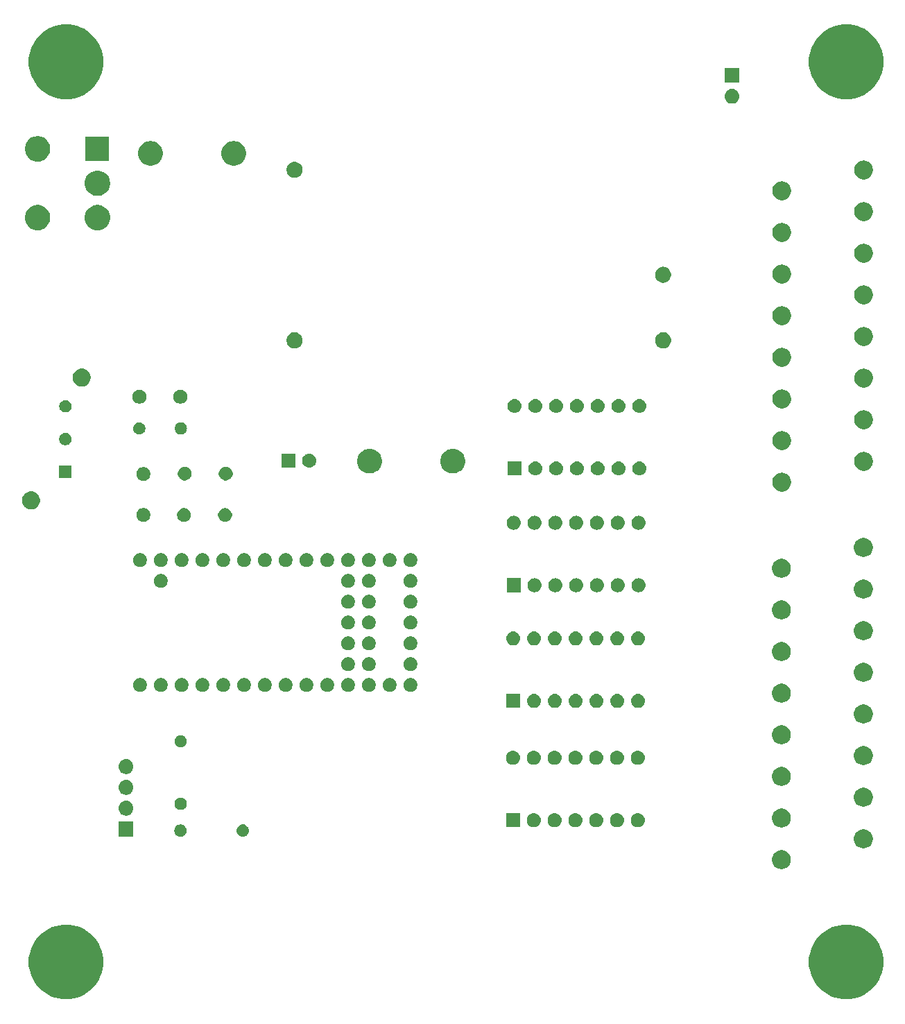
<source format=gbr>
G04 #@! TF.GenerationSoftware,KiCad,Pcbnew,(5.1.2-1)-1*
G04 #@! TF.CreationDate,2022-02-21T13:59:12-08:00*
G04 #@! TF.ProjectId,widaq-magis-ssr-v1b,77696461-712d-46d6-9167-69732d737372,rev?*
G04 #@! TF.SameCoordinates,Original*
G04 #@! TF.FileFunction,Soldermask,Bot*
G04 #@! TF.FilePolarity,Negative*
%FSLAX46Y46*%
G04 Gerber Fmt 4.6, Leading zero omitted, Abs format (unit mm)*
G04 Created by KiCad (PCBNEW (5.1.2-1)-1) date 2022-02-21 13:59:12*
%MOMM*%
%LPD*%
G04 APERTURE LIST*
%ADD10C,0.100000*%
G04 APERTURE END LIST*
D10*
G36*
X188665177Y-144099592D02*
G01*
X189008241Y-144241694D01*
X189493407Y-144442656D01*
X190238793Y-144940708D01*
X190872692Y-145574607D01*
X191370744Y-146319993D01*
X191571706Y-146805159D01*
X191713808Y-147148223D01*
X191888700Y-148027464D01*
X191888700Y-148923936D01*
X191713808Y-149803177D01*
X191571706Y-150146241D01*
X191370744Y-150631407D01*
X190872692Y-151376793D01*
X190238793Y-152010692D01*
X189493407Y-152508744D01*
X189008241Y-152709706D01*
X188665177Y-152851808D01*
X187785936Y-153026700D01*
X186889464Y-153026700D01*
X186010223Y-152851808D01*
X185667159Y-152709706D01*
X185181993Y-152508744D01*
X184436607Y-152010692D01*
X183802708Y-151376793D01*
X183304656Y-150631407D01*
X183103694Y-150146241D01*
X182961592Y-149803177D01*
X182786700Y-148923936D01*
X182786700Y-148027464D01*
X182961592Y-147148223D01*
X183103694Y-146805159D01*
X183304656Y-146319993D01*
X183802708Y-145574607D01*
X184436607Y-144940708D01*
X185181993Y-144442656D01*
X185667159Y-144241694D01*
X186010223Y-144099592D01*
X186889464Y-143924700D01*
X187785936Y-143924700D01*
X188665177Y-144099592D01*
X188665177Y-144099592D01*
G37*
G36*
X93415177Y-144099592D02*
G01*
X93758241Y-144241694D01*
X94243407Y-144442656D01*
X94988793Y-144940708D01*
X95622692Y-145574607D01*
X96120744Y-146319993D01*
X96321706Y-146805159D01*
X96463808Y-147148223D01*
X96638700Y-148027464D01*
X96638700Y-148923936D01*
X96463808Y-149803177D01*
X96321706Y-150146241D01*
X96120744Y-150631407D01*
X95622692Y-151376793D01*
X94988793Y-152010692D01*
X94243407Y-152508744D01*
X93758241Y-152709706D01*
X93415177Y-152851808D01*
X92535936Y-153026700D01*
X91639464Y-153026700D01*
X90760223Y-152851808D01*
X90417159Y-152709706D01*
X89931993Y-152508744D01*
X89186607Y-152010692D01*
X88552708Y-151376793D01*
X88054656Y-150631407D01*
X87853694Y-150146241D01*
X87711592Y-149803177D01*
X87536700Y-148923936D01*
X87536700Y-148027464D01*
X87711592Y-147148223D01*
X87853694Y-146805159D01*
X88054656Y-146319993D01*
X88552708Y-145574607D01*
X89186607Y-144940708D01*
X89931993Y-144442656D01*
X90417159Y-144241694D01*
X90760223Y-144099592D01*
X91639464Y-143924700D01*
X92535936Y-143924700D01*
X93415177Y-144099592D01*
X93415177Y-144099592D01*
G37*
G36*
X179659569Y-134866156D02*
G01*
X179770754Y-134888272D01*
X179980223Y-134975037D01*
X180168740Y-135101000D01*
X180329060Y-135261320D01*
X180455023Y-135449837D01*
X180541788Y-135659306D01*
X180586020Y-135881676D01*
X180586020Y-136108404D01*
X180541788Y-136330774D01*
X180455023Y-136540243D01*
X180329060Y-136728760D01*
X180168740Y-136889080D01*
X179980223Y-137015043D01*
X179770754Y-137101808D01*
X179659569Y-137123924D01*
X179548385Y-137146040D01*
X179321655Y-137146040D01*
X179210471Y-137123924D01*
X179099286Y-137101808D01*
X178889817Y-137015043D01*
X178701300Y-136889080D01*
X178540980Y-136728760D01*
X178415017Y-136540243D01*
X178328252Y-136330774D01*
X178284020Y-136108404D01*
X178284020Y-135881676D01*
X178328252Y-135659306D01*
X178415017Y-135449837D01*
X178540980Y-135261320D01*
X178701300Y-135101000D01*
X178889817Y-134975037D01*
X179099286Y-134888272D01*
X179210471Y-134866156D01*
X179321655Y-134844040D01*
X179548385Y-134844040D01*
X179659569Y-134866156D01*
X179659569Y-134866156D01*
G37*
G36*
X189659569Y-132326156D02*
G01*
X189770754Y-132348272D01*
X189980223Y-132435037D01*
X190168740Y-132561000D01*
X190329060Y-132721320D01*
X190455023Y-132909837D01*
X190541788Y-133119306D01*
X190586020Y-133341676D01*
X190586020Y-133568404D01*
X190541788Y-133790774D01*
X190455023Y-134000243D01*
X190329060Y-134188760D01*
X190168740Y-134349080D01*
X189980223Y-134475043D01*
X189770754Y-134561808D01*
X189659569Y-134583924D01*
X189548385Y-134606040D01*
X189321655Y-134606040D01*
X189210471Y-134583924D01*
X189099286Y-134561808D01*
X188889817Y-134475043D01*
X188701300Y-134349080D01*
X188540980Y-134188760D01*
X188415017Y-134000243D01*
X188328252Y-133790774D01*
X188284020Y-133568404D01*
X188284020Y-133341676D01*
X188328252Y-133119306D01*
X188415017Y-132909837D01*
X188540980Y-132721320D01*
X188701300Y-132561000D01*
X188889817Y-132435037D01*
X189099286Y-132348272D01*
X189210471Y-132326156D01*
X189321655Y-132304040D01*
X189548385Y-132304040D01*
X189659569Y-132326156D01*
X189659569Y-132326156D01*
G37*
G36*
X113743745Y-131700922D02*
G01*
X113817302Y-131708167D01*
X113958866Y-131751110D01*
X114089332Y-131820846D01*
X114119120Y-131845292D01*
X114203687Y-131914693D01*
X114256038Y-131978485D01*
X114297534Y-132029048D01*
X114367270Y-132159514D01*
X114410213Y-132301078D01*
X114424713Y-132448300D01*
X114410213Y-132595522D01*
X114367270Y-132737086D01*
X114297534Y-132867552D01*
X114273088Y-132897340D01*
X114203687Y-132981907D01*
X114143084Y-133031641D01*
X114089332Y-133075754D01*
X114089330Y-133075755D01*
X114007853Y-133119306D01*
X113958866Y-133145490D01*
X113817302Y-133188433D01*
X113743745Y-133195678D01*
X113706968Y-133199300D01*
X113633192Y-133199300D01*
X113596415Y-133195678D01*
X113522858Y-133188433D01*
X113381294Y-133145490D01*
X113332308Y-133119306D01*
X113250830Y-133075755D01*
X113250828Y-133075754D01*
X113197076Y-133031641D01*
X113136473Y-132981907D01*
X113067072Y-132897340D01*
X113042626Y-132867552D01*
X112972890Y-132737086D01*
X112929947Y-132595522D01*
X112915447Y-132448300D01*
X112929947Y-132301078D01*
X112972890Y-132159514D01*
X113042626Y-132029048D01*
X113084122Y-131978485D01*
X113136473Y-131914693D01*
X113221040Y-131845292D01*
X113250828Y-131820846D01*
X113381294Y-131751110D01*
X113522858Y-131708167D01*
X113596415Y-131700922D01*
X113633192Y-131697300D01*
X113706968Y-131697300D01*
X113743745Y-131700922D01*
X113743745Y-131700922D01*
G37*
G36*
X106269139Y-131726160D02*
G01*
X106329374Y-131751110D01*
X106405812Y-131782772D01*
X106528815Y-131864960D01*
X106633420Y-131969565D01*
X106715608Y-132092568D01*
X106772220Y-132229241D01*
X106801080Y-132374333D01*
X106801080Y-132522267D01*
X106772220Y-132667359D01*
X106715608Y-132804032D01*
X106633420Y-132927035D01*
X106528815Y-133031640D01*
X106405812Y-133113828D01*
X106405811Y-133113829D01*
X106405810Y-133113829D01*
X106269139Y-133170440D01*
X106124048Y-133199300D01*
X105976112Y-133199300D01*
X105831021Y-133170440D01*
X105694350Y-133113829D01*
X105694349Y-133113829D01*
X105694348Y-133113828D01*
X105571345Y-133031640D01*
X105466740Y-132927035D01*
X105384552Y-132804032D01*
X105327940Y-132667359D01*
X105299080Y-132522267D01*
X105299080Y-132374333D01*
X105327940Y-132229241D01*
X105384552Y-132092568D01*
X105466740Y-131969565D01*
X105571345Y-131864960D01*
X105694348Y-131782772D01*
X105770787Y-131751110D01*
X105831021Y-131726160D01*
X105976112Y-131697300D01*
X106124048Y-131697300D01*
X106269139Y-131726160D01*
X106269139Y-131726160D01*
G37*
G36*
X100303900Y-133161340D02*
G01*
X98501900Y-133161340D01*
X98501900Y-131359340D01*
X100303900Y-131359340D01*
X100303900Y-133161340D01*
X100303900Y-133161340D01*
G37*
G36*
X179659569Y-129786156D02*
G01*
X179770754Y-129808272D01*
X179980223Y-129895037D01*
X180168740Y-130021000D01*
X180329060Y-130181320D01*
X180455023Y-130369837D01*
X180541788Y-130579306D01*
X180586020Y-130801676D01*
X180586020Y-131028404D01*
X180541788Y-131250774D01*
X180455023Y-131460243D01*
X180329060Y-131648760D01*
X180168740Y-131809080D01*
X179980223Y-131935043D01*
X179770754Y-132021808D01*
X179682011Y-132039460D01*
X179548385Y-132066040D01*
X179321655Y-132066040D01*
X179188029Y-132039460D01*
X179099286Y-132021808D01*
X178889817Y-131935043D01*
X178701300Y-131809080D01*
X178540980Y-131648760D01*
X178415017Y-131460243D01*
X178328252Y-131250774D01*
X178284020Y-131028404D01*
X178284020Y-130801676D01*
X178328252Y-130579306D01*
X178415017Y-130369837D01*
X178540980Y-130181320D01*
X178701300Y-130021000D01*
X178889817Y-129895037D01*
X179099286Y-129808272D01*
X179210471Y-129786156D01*
X179321655Y-129764040D01*
X179548385Y-129764040D01*
X179659569Y-129786156D01*
X179659569Y-129786156D01*
G37*
G36*
X147497900Y-132039460D02*
G01*
X145795900Y-132039460D01*
X145795900Y-130337460D01*
X147497900Y-130337460D01*
X147497900Y-132039460D01*
X147497900Y-132039460D01*
G37*
G36*
X156973723Y-130349773D02*
G01*
X157134142Y-130398436D01*
X157266806Y-130469346D01*
X157281978Y-130477456D01*
X157411559Y-130583801D01*
X157517904Y-130713382D01*
X157517905Y-130713384D01*
X157596924Y-130861218D01*
X157645587Y-131021637D01*
X157662017Y-131188460D01*
X157645587Y-131355283D01*
X157596924Y-131515702D01*
X157526014Y-131648366D01*
X157517904Y-131663538D01*
X157411559Y-131793119D01*
X157281978Y-131899464D01*
X157281976Y-131899465D01*
X157134142Y-131978484D01*
X156973723Y-132027147D01*
X156848704Y-132039460D01*
X156765096Y-132039460D01*
X156640077Y-132027147D01*
X156479658Y-131978484D01*
X156331824Y-131899465D01*
X156331822Y-131899464D01*
X156202241Y-131793119D01*
X156095896Y-131663538D01*
X156087786Y-131648366D01*
X156016876Y-131515702D01*
X155968213Y-131355283D01*
X155951783Y-131188460D01*
X155968213Y-131021637D01*
X156016876Y-130861218D01*
X156095895Y-130713384D01*
X156095896Y-130713382D01*
X156202241Y-130583801D01*
X156331822Y-130477456D01*
X156346994Y-130469346D01*
X156479658Y-130398436D01*
X156640077Y-130349773D01*
X156765096Y-130337460D01*
X156848704Y-130337460D01*
X156973723Y-130349773D01*
X156973723Y-130349773D01*
G37*
G36*
X162053723Y-130349773D02*
G01*
X162214142Y-130398436D01*
X162346806Y-130469346D01*
X162361978Y-130477456D01*
X162491559Y-130583801D01*
X162597904Y-130713382D01*
X162597905Y-130713384D01*
X162676924Y-130861218D01*
X162725587Y-131021637D01*
X162742017Y-131188460D01*
X162725587Y-131355283D01*
X162676924Y-131515702D01*
X162606014Y-131648366D01*
X162597904Y-131663538D01*
X162491559Y-131793119D01*
X162361978Y-131899464D01*
X162361976Y-131899465D01*
X162214142Y-131978484D01*
X162053723Y-132027147D01*
X161928704Y-132039460D01*
X161845096Y-132039460D01*
X161720077Y-132027147D01*
X161559658Y-131978484D01*
X161411824Y-131899465D01*
X161411822Y-131899464D01*
X161282241Y-131793119D01*
X161175896Y-131663538D01*
X161167786Y-131648366D01*
X161096876Y-131515702D01*
X161048213Y-131355283D01*
X161031783Y-131188460D01*
X161048213Y-131021637D01*
X161096876Y-130861218D01*
X161175895Y-130713384D01*
X161175896Y-130713382D01*
X161282241Y-130583801D01*
X161411822Y-130477456D01*
X161426994Y-130469346D01*
X161559658Y-130398436D01*
X161720077Y-130349773D01*
X161845096Y-130337460D01*
X161928704Y-130337460D01*
X162053723Y-130349773D01*
X162053723Y-130349773D01*
G37*
G36*
X159513723Y-130349773D02*
G01*
X159674142Y-130398436D01*
X159806806Y-130469346D01*
X159821978Y-130477456D01*
X159951559Y-130583801D01*
X160057904Y-130713382D01*
X160057905Y-130713384D01*
X160136924Y-130861218D01*
X160185587Y-131021637D01*
X160202017Y-131188460D01*
X160185587Y-131355283D01*
X160136924Y-131515702D01*
X160066014Y-131648366D01*
X160057904Y-131663538D01*
X159951559Y-131793119D01*
X159821978Y-131899464D01*
X159821976Y-131899465D01*
X159674142Y-131978484D01*
X159513723Y-132027147D01*
X159388704Y-132039460D01*
X159305096Y-132039460D01*
X159180077Y-132027147D01*
X159019658Y-131978484D01*
X158871824Y-131899465D01*
X158871822Y-131899464D01*
X158742241Y-131793119D01*
X158635896Y-131663538D01*
X158627786Y-131648366D01*
X158556876Y-131515702D01*
X158508213Y-131355283D01*
X158491783Y-131188460D01*
X158508213Y-131021637D01*
X158556876Y-130861218D01*
X158635895Y-130713384D01*
X158635896Y-130713382D01*
X158742241Y-130583801D01*
X158871822Y-130477456D01*
X158886994Y-130469346D01*
X159019658Y-130398436D01*
X159180077Y-130349773D01*
X159305096Y-130337460D01*
X159388704Y-130337460D01*
X159513723Y-130349773D01*
X159513723Y-130349773D01*
G37*
G36*
X154433723Y-130349773D02*
G01*
X154594142Y-130398436D01*
X154726806Y-130469346D01*
X154741978Y-130477456D01*
X154871559Y-130583801D01*
X154977904Y-130713382D01*
X154977905Y-130713384D01*
X155056924Y-130861218D01*
X155105587Y-131021637D01*
X155122017Y-131188460D01*
X155105587Y-131355283D01*
X155056924Y-131515702D01*
X154986014Y-131648366D01*
X154977904Y-131663538D01*
X154871559Y-131793119D01*
X154741978Y-131899464D01*
X154741976Y-131899465D01*
X154594142Y-131978484D01*
X154433723Y-132027147D01*
X154308704Y-132039460D01*
X154225096Y-132039460D01*
X154100077Y-132027147D01*
X153939658Y-131978484D01*
X153791824Y-131899465D01*
X153791822Y-131899464D01*
X153662241Y-131793119D01*
X153555896Y-131663538D01*
X153547786Y-131648366D01*
X153476876Y-131515702D01*
X153428213Y-131355283D01*
X153411783Y-131188460D01*
X153428213Y-131021637D01*
X153476876Y-130861218D01*
X153555895Y-130713384D01*
X153555896Y-130713382D01*
X153662241Y-130583801D01*
X153791822Y-130477456D01*
X153806994Y-130469346D01*
X153939658Y-130398436D01*
X154100077Y-130349773D01*
X154225096Y-130337460D01*
X154308704Y-130337460D01*
X154433723Y-130349773D01*
X154433723Y-130349773D01*
G37*
G36*
X151893723Y-130349773D02*
G01*
X152054142Y-130398436D01*
X152186806Y-130469346D01*
X152201978Y-130477456D01*
X152331559Y-130583801D01*
X152437904Y-130713382D01*
X152437905Y-130713384D01*
X152516924Y-130861218D01*
X152565587Y-131021637D01*
X152582017Y-131188460D01*
X152565587Y-131355283D01*
X152516924Y-131515702D01*
X152446014Y-131648366D01*
X152437904Y-131663538D01*
X152331559Y-131793119D01*
X152201978Y-131899464D01*
X152201976Y-131899465D01*
X152054142Y-131978484D01*
X151893723Y-132027147D01*
X151768704Y-132039460D01*
X151685096Y-132039460D01*
X151560077Y-132027147D01*
X151399658Y-131978484D01*
X151251824Y-131899465D01*
X151251822Y-131899464D01*
X151122241Y-131793119D01*
X151015896Y-131663538D01*
X151007786Y-131648366D01*
X150936876Y-131515702D01*
X150888213Y-131355283D01*
X150871783Y-131188460D01*
X150888213Y-131021637D01*
X150936876Y-130861218D01*
X151015895Y-130713384D01*
X151015896Y-130713382D01*
X151122241Y-130583801D01*
X151251822Y-130477456D01*
X151266994Y-130469346D01*
X151399658Y-130398436D01*
X151560077Y-130349773D01*
X151685096Y-130337460D01*
X151768704Y-130337460D01*
X151893723Y-130349773D01*
X151893723Y-130349773D01*
G37*
G36*
X149353723Y-130349773D02*
G01*
X149514142Y-130398436D01*
X149646806Y-130469346D01*
X149661978Y-130477456D01*
X149791559Y-130583801D01*
X149897904Y-130713382D01*
X149897905Y-130713384D01*
X149976924Y-130861218D01*
X150025587Y-131021637D01*
X150042017Y-131188460D01*
X150025587Y-131355283D01*
X149976924Y-131515702D01*
X149906014Y-131648366D01*
X149897904Y-131663538D01*
X149791559Y-131793119D01*
X149661978Y-131899464D01*
X149661976Y-131899465D01*
X149514142Y-131978484D01*
X149353723Y-132027147D01*
X149228704Y-132039460D01*
X149145096Y-132039460D01*
X149020077Y-132027147D01*
X148859658Y-131978484D01*
X148711824Y-131899465D01*
X148711822Y-131899464D01*
X148582241Y-131793119D01*
X148475896Y-131663538D01*
X148467786Y-131648366D01*
X148396876Y-131515702D01*
X148348213Y-131355283D01*
X148331783Y-131188460D01*
X148348213Y-131021637D01*
X148396876Y-130861218D01*
X148475895Y-130713384D01*
X148475896Y-130713382D01*
X148582241Y-130583801D01*
X148711822Y-130477456D01*
X148726994Y-130469346D01*
X148859658Y-130398436D01*
X149020077Y-130349773D01*
X149145096Y-130337460D01*
X149228704Y-130337460D01*
X149353723Y-130349773D01*
X149353723Y-130349773D01*
G37*
G36*
X99513342Y-128825858D02*
G01*
X99579527Y-128832377D01*
X99749366Y-128883897D01*
X99905891Y-128967562D01*
X99941629Y-128996892D01*
X100043086Y-129080154D01*
X100126348Y-129181611D01*
X100155678Y-129217349D01*
X100239343Y-129373874D01*
X100290863Y-129543713D01*
X100308259Y-129720340D01*
X100290863Y-129896967D01*
X100239343Y-130066806D01*
X100155678Y-130223331D01*
X100126348Y-130259069D01*
X100043086Y-130360526D01*
X99941629Y-130443788D01*
X99905891Y-130473118D01*
X99749366Y-130556783D01*
X99579527Y-130608303D01*
X99513342Y-130614822D01*
X99447160Y-130621340D01*
X99358640Y-130621340D01*
X99292458Y-130614822D01*
X99226273Y-130608303D01*
X99056434Y-130556783D01*
X98899909Y-130473118D01*
X98864171Y-130443788D01*
X98762714Y-130360526D01*
X98679452Y-130259069D01*
X98650122Y-130223331D01*
X98566457Y-130066806D01*
X98514937Y-129896967D01*
X98497541Y-129720340D01*
X98514937Y-129543713D01*
X98566457Y-129373874D01*
X98650122Y-129217349D01*
X98679452Y-129181611D01*
X98762714Y-129080154D01*
X98864171Y-128996892D01*
X98899909Y-128967562D01*
X99056434Y-128883897D01*
X99226273Y-128832377D01*
X99292458Y-128825858D01*
X99358640Y-128819340D01*
X99447160Y-128819340D01*
X99513342Y-128825858D01*
X99513342Y-128825858D01*
G37*
G36*
X106154225Y-128414162D02*
G01*
X106227782Y-128421407D01*
X106369346Y-128464350D01*
X106499812Y-128534086D01*
X106529600Y-128558532D01*
X106614167Y-128627933D01*
X106682150Y-128710773D01*
X106708014Y-128742288D01*
X106777750Y-128872754D01*
X106820693Y-129014318D01*
X106835193Y-129161540D01*
X106820693Y-129308762D01*
X106777750Y-129450326D01*
X106708014Y-129580792D01*
X106683568Y-129610580D01*
X106614167Y-129695147D01*
X106530219Y-129764040D01*
X106499812Y-129788994D01*
X106369346Y-129858730D01*
X106227782Y-129901673D01*
X106154225Y-129908918D01*
X106117448Y-129912540D01*
X106043672Y-129912540D01*
X106006895Y-129908918D01*
X105933338Y-129901673D01*
X105791774Y-129858730D01*
X105661308Y-129788994D01*
X105630901Y-129764040D01*
X105546953Y-129695147D01*
X105477552Y-129610580D01*
X105453106Y-129580792D01*
X105383370Y-129450326D01*
X105340427Y-129308762D01*
X105325927Y-129161540D01*
X105340427Y-129014318D01*
X105383370Y-128872754D01*
X105453106Y-128742288D01*
X105478970Y-128710773D01*
X105546953Y-128627933D01*
X105631520Y-128558532D01*
X105661308Y-128534086D01*
X105791774Y-128464350D01*
X105933338Y-128421407D01*
X106006895Y-128414162D01*
X106043672Y-128410540D01*
X106117448Y-128410540D01*
X106154225Y-128414162D01*
X106154225Y-128414162D01*
G37*
G36*
X189659569Y-127246156D02*
G01*
X189770754Y-127268272D01*
X189980223Y-127355037D01*
X190168740Y-127481000D01*
X190329060Y-127641320D01*
X190455023Y-127829837D01*
X190541788Y-128039306D01*
X190586020Y-128261676D01*
X190586020Y-128488404D01*
X190541788Y-128710774D01*
X190455023Y-128920243D01*
X190329060Y-129108760D01*
X190168740Y-129269080D01*
X189980223Y-129395043D01*
X189770754Y-129481808D01*
X189659569Y-129503924D01*
X189548385Y-129526040D01*
X189321655Y-129526040D01*
X189210471Y-129503924D01*
X189099286Y-129481808D01*
X188889817Y-129395043D01*
X188701300Y-129269080D01*
X188540980Y-129108760D01*
X188415017Y-128920243D01*
X188328252Y-128710774D01*
X188284020Y-128488404D01*
X188284020Y-128261676D01*
X188328252Y-128039306D01*
X188415017Y-127829837D01*
X188540980Y-127641320D01*
X188701300Y-127481000D01*
X188889817Y-127355037D01*
X189099286Y-127268272D01*
X189210471Y-127246156D01*
X189321655Y-127224040D01*
X189548385Y-127224040D01*
X189659569Y-127246156D01*
X189659569Y-127246156D01*
G37*
G36*
X99513342Y-126285858D02*
G01*
X99579527Y-126292377D01*
X99749366Y-126343897D01*
X99905891Y-126427562D01*
X99941629Y-126456892D01*
X100043086Y-126540154D01*
X100126348Y-126641611D01*
X100155678Y-126677349D01*
X100239343Y-126833874D01*
X100290863Y-127003713D01*
X100308259Y-127180340D01*
X100290863Y-127356967D01*
X100239343Y-127526806D01*
X100155678Y-127683331D01*
X100126348Y-127719069D01*
X100043086Y-127820526D01*
X99941629Y-127903788D01*
X99905891Y-127933118D01*
X99749366Y-128016783D01*
X99579527Y-128068303D01*
X99513343Y-128074821D01*
X99447160Y-128081340D01*
X99358640Y-128081340D01*
X99292457Y-128074821D01*
X99226273Y-128068303D01*
X99056434Y-128016783D01*
X98899909Y-127933118D01*
X98864171Y-127903788D01*
X98762714Y-127820526D01*
X98679452Y-127719069D01*
X98650122Y-127683331D01*
X98566457Y-127526806D01*
X98514937Y-127356967D01*
X98497541Y-127180340D01*
X98514937Y-127003713D01*
X98566457Y-126833874D01*
X98650122Y-126677349D01*
X98679452Y-126641611D01*
X98762714Y-126540154D01*
X98864171Y-126456892D01*
X98899909Y-126427562D01*
X99056434Y-126343897D01*
X99226273Y-126292377D01*
X99292458Y-126285858D01*
X99358640Y-126279340D01*
X99447160Y-126279340D01*
X99513342Y-126285858D01*
X99513342Y-126285858D01*
G37*
G36*
X179659569Y-124706156D02*
G01*
X179770754Y-124728272D01*
X179980223Y-124815037D01*
X180168740Y-124941000D01*
X180329060Y-125101320D01*
X180455023Y-125289837D01*
X180541788Y-125499306D01*
X180586020Y-125721676D01*
X180586020Y-125948404D01*
X180541788Y-126170774D01*
X180455023Y-126380243D01*
X180329060Y-126568760D01*
X180168740Y-126729080D01*
X179980223Y-126855043D01*
X179770754Y-126941808D01*
X179659569Y-126963924D01*
X179548385Y-126986040D01*
X179321655Y-126986040D01*
X179210471Y-126963924D01*
X179099286Y-126941808D01*
X178889817Y-126855043D01*
X178701300Y-126729080D01*
X178540980Y-126568760D01*
X178415017Y-126380243D01*
X178328252Y-126170774D01*
X178284020Y-125948404D01*
X178284020Y-125721676D01*
X178328252Y-125499306D01*
X178415017Y-125289837D01*
X178540980Y-125101320D01*
X178701300Y-124941000D01*
X178889817Y-124815037D01*
X179099286Y-124728272D01*
X179210471Y-124706156D01*
X179321655Y-124684040D01*
X179548385Y-124684040D01*
X179659569Y-124706156D01*
X179659569Y-124706156D01*
G37*
G36*
X99513342Y-123745858D02*
G01*
X99579527Y-123752377D01*
X99749366Y-123803897D01*
X99905891Y-123887562D01*
X99941629Y-123916892D01*
X100043086Y-124000154D01*
X100126348Y-124101611D01*
X100155678Y-124137349D01*
X100239343Y-124293874D01*
X100290863Y-124463713D01*
X100308259Y-124640340D01*
X100290863Y-124816967D01*
X100239343Y-124986806D01*
X100155678Y-125143331D01*
X100126348Y-125179069D01*
X100043086Y-125280526D01*
X99941629Y-125363788D01*
X99905891Y-125393118D01*
X99749366Y-125476783D01*
X99579527Y-125528303D01*
X99513343Y-125534821D01*
X99447160Y-125541340D01*
X99358640Y-125541340D01*
X99292457Y-125534821D01*
X99226273Y-125528303D01*
X99056434Y-125476783D01*
X98899909Y-125393118D01*
X98864171Y-125363788D01*
X98762714Y-125280526D01*
X98679452Y-125179069D01*
X98650122Y-125143331D01*
X98566457Y-124986806D01*
X98514937Y-124816967D01*
X98497541Y-124640340D01*
X98514937Y-124463713D01*
X98566457Y-124293874D01*
X98650122Y-124137349D01*
X98679452Y-124101611D01*
X98762714Y-124000154D01*
X98864171Y-123916892D01*
X98899909Y-123887562D01*
X99056434Y-123803897D01*
X99226273Y-123752377D01*
X99292458Y-123745858D01*
X99358640Y-123739340D01*
X99447160Y-123739340D01*
X99513342Y-123745858D01*
X99513342Y-123745858D01*
G37*
G36*
X189659569Y-122166156D02*
G01*
X189770754Y-122188272D01*
X189980223Y-122275037D01*
X190168740Y-122401000D01*
X190329060Y-122561320D01*
X190455023Y-122749837D01*
X190541788Y-122959306D01*
X190586020Y-123181676D01*
X190586020Y-123408404D01*
X190541788Y-123630774D01*
X190455023Y-123840243D01*
X190329060Y-124028760D01*
X190168740Y-124189080D01*
X189980223Y-124315043D01*
X189770754Y-124401808D01*
X189682011Y-124419460D01*
X189548385Y-124446040D01*
X189321655Y-124446040D01*
X189188029Y-124419460D01*
X189099286Y-124401808D01*
X188889817Y-124315043D01*
X188701300Y-124189080D01*
X188540980Y-124028760D01*
X188415017Y-123840243D01*
X188328252Y-123630774D01*
X188284020Y-123408404D01*
X188284020Y-123181676D01*
X188328252Y-122959306D01*
X188415017Y-122749837D01*
X188540980Y-122561320D01*
X188701300Y-122401000D01*
X188889817Y-122275037D01*
X189099286Y-122188272D01*
X189210471Y-122166156D01*
X189321655Y-122144040D01*
X189548385Y-122144040D01*
X189659569Y-122166156D01*
X189659569Y-122166156D01*
G37*
G36*
X159513723Y-122729773D02*
G01*
X159674142Y-122778436D01*
X159806806Y-122849346D01*
X159821978Y-122857456D01*
X159951559Y-122963801D01*
X160057904Y-123093382D01*
X160057905Y-123093384D01*
X160136924Y-123241218D01*
X160185587Y-123401637D01*
X160202017Y-123568460D01*
X160185587Y-123735283D01*
X160136924Y-123895702D01*
X160081093Y-124000154D01*
X160057904Y-124043538D01*
X159951559Y-124173119D01*
X159821978Y-124279464D01*
X159821976Y-124279465D01*
X159674142Y-124358484D01*
X159513723Y-124407147D01*
X159388704Y-124419460D01*
X159305096Y-124419460D01*
X159180077Y-124407147D01*
X159019658Y-124358484D01*
X158871824Y-124279465D01*
X158871822Y-124279464D01*
X158742241Y-124173119D01*
X158635896Y-124043538D01*
X158612707Y-124000154D01*
X158556876Y-123895702D01*
X158508213Y-123735283D01*
X158491783Y-123568460D01*
X158508213Y-123401637D01*
X158556876Y-123241218D01*
X158635895Y-123093384D01*
X158635896Y-123093382D01*
X158742241Y-122963801D01*
X158871822Y-122857456D01*
X158886994Y-122849346D01*
X159019658Y-122778436D01*
X159180077Y-122729773D01*
X159305096Y-122717460D01*
X159388704Y-122717460D01*
X159513723Y-122729773D01*
X159513723Y-122729773D01*
G37*
G36*
X156973723Y-122729773D02*
G01*
X157134142Y-122778436D01*
X157266806Y-122849346D01*
X157281978Y-122857456D01*
X157411559Y-122963801D01*
X157517904Y-123093382D01*
X157517905Y-123093384D01*
X157596924Y-123241218D01*
X157645587Y-123401637D01*
X157662017Y-123568460D01*
X157645587Y-123735283D01*
X157596924Y-123895702D01*
X157541093Y-124000154D01*
X157517904Y-124043538D01*
X157411559Y-124173119D01*
X157281978Y-124279464D01*
X157281976Y-124279465D01*
X157134142Y-124358484D01*
X156973723Y-124407147D01*
X156848704Y-124419460D01*
X156765096Y-124419460D01*
X156640077Y-124407147D01*
X156479658Y-124358484D01*
X156331824Y-124279465D01*
X156331822Y-124279464D01*
X156202241Y-124173119D01*
X156095896Y-124043538D01*
X156072707Y-124000154D01*
X156016876Y-123895702D01*
X155968213Y-123735283D01*
X155951783Y-123568460D01*
X155968213Y-123401637D01*
X156016876Y-123241218D01*
X156095895Y-123093384D01*
X156095896Y-123093382D01*
X156202241Y-122963801D01*
X156331822Y-122857456D01*
X156346994Y-122849346D01*
X156479658Y-122778436D01*
X156640077Y-122729773D01*
X156765096Y-122717460D01*
X156848704Y-122717460D01*
X156973723Y-122729773D01*
X156973723Y-122729773D01*
G37*
G36*
X154433723Y-122729773D02*
G01*
X154594142Y-122778436D01*
X154726806Y-122849346D01*
X154741978Y-122857456D01*
X154871559Y-122963801D01*
X154977904Y-123093382D01*
X154977905Y-123093384D01*
X155056924Y-123241218D01*
X155105587Y-123401637D01*
X155122017Y-123568460D01*
X155105587Y-123735283D01*
X155056924Y-123895702D01*
X155001093Y-124000154D01*
X154977904Y-124043538D01*
X154871559Y-124173119D01*
X154741978Y-124279464D01*
X154741976Y-124279465D01*
X154594142Y-124358484D01*
X154433723Y-124407147D01*
X154308704Y-124419460D01*
X154225096Y-124419460D01*
X154100077Y-124407147D01*
X153939658Y-124358484D01*
X153791824Y-124279465D01*
X153791822Y-124279464D01*
X153662241Y-124173119D01*
X153555896Y-124043538D01*
X153532707Y-124000154D01*
X153476876Y-123895702D01*
X153428213Y-123735283D01*
X153411783Y-123568460D01*
X153428213Y-123401637D01*
X153476876Y-123241218D01*
X153555895Y-123093384D01*
X153555896Y-123093382D01*
X153662241Y-122963801D01*
X153791822Y-122857456D01*
X153806994Y-122849346D01*
X153939658Y-122778436D01*
X154100077Y-122729773D01*
X154225096Y-122717460D01*
X154308704Y-122717460D01*
X154433723Y-122729773D01*
X154433723Y-122729773D01*
G37*
G36*
X162053723Y-122729773D02*
G01*
X162214142Y-122778436D01*
X162346806Y-122849346D01*
X162361978Y-122857456D01*
X162491559Y-122963801D01*
X162597904Y-123093382D01*
X162597905Y-123093384D01*
X162676924Y-123241218D01*
X162725587Y-123401637D01*
X162742017Y-123568460D01*
X162725587Y-123735283D01*
X162676924Y-123895702D01*
X162621093Y-124000154D01*
X162597904Y-124043538D01*
X162491559Y-124173119D01*
X162361978Y-124279464D01*
X162361976Y-124279465D01*
X162214142Y-124358484D01*
X162053723Y-124407147D01*
X161928704Y-124419460D01*
X161845096Y-124419460D01*
X161720077Y-124407147D01*
X161559658Y-124358484D01*
X161411824Y-124279465D01*
X161411822Y-124279464D01*
X161282241Y-124173119D01*
X161175896Y-124043538D01*
X161152707Y-124000154D01*
X161096876Y-123895702D01*
X161048213Y-123735283D01*
X161031783Y-123568460D01*
X161048213Y-123401637D01*
X161096876Y-123241218D01*
X161175895Y-123093384D01*
X161175896Y-123093382D01*
X161282241Y-122963801D01*
X161411822Y-122857456D01*
X161426994Y-122849346D01*
X161559658Y-122778436D01*
X161720077Y-122729773D01*
X161845096Y-122717460D01*
X161928704Y-122717460D01*
X162053723Y-122729773D01*
X162053723Y-122729773D01*
G37*
G36*
X151893723Y-122729773D02*
G01*
X152054142Y-122778436D01*
X152186806Y-122849346D01*
X152201978Y-122857456D01*
X152331559Y-122963801D01*
X152437904Y-123093382D01*
X152437905Y-123093384D01*
X152516924Y-123241218D01*
X152565587Y-123401637D01*
X152582017Y-123568460D01*
X152565587Y-123735283D01*
X152516924Y-123895702D01*
X152461093Y-124000154D01*
X152437904Y-124043538D01*
X152331559Y-124173119D01*
X152201978Y-124279464D01*
X152201976Y-124279465D01*
X152054142Y-124358484D01*
X151893723Y-124407147D01*
X151768704Y-124419460D01*
X151685096Y-124419460D01*
X151560077Y-124407147D01*
X151399658Y-124358484D01*
X151251824Y-124279465D01*
X151251822Y-124279464D01*
X151122241Y-124173119D01*
X151015896Y-124043538D01*
X150992707Y-124000154D01*
X150936876Y-123895702D01*
X150888213Y-123735283D01*
X150871783Y-123568460D01*
X150888213Y-123401637D01*
X150936876Y-123241218D01*
X151015895Y-123093384D01*
X151015896Y-123093382D01*
X151122241Y-122963801D01*
X151251822Y-122857456D01*
X151266994Y-122849346D01*
X151399658Y-122778436D01*
X151560077Y-122729773D01*
X151685096Y-122717460D01*
X151768704Y-122717460D01*
X151893723Y-122729773D01*
X151893723Y-122729773D01*
G37*
G36*
X149353723Y-122729773D02*
G01*
X149514142Y-122778436D01*
X149646806Y-122849346D01*
X149661978Y-122857456D01*
X149791559Y-122963801D01*
X149897904Y-123093382D01*
X149897905Y-123093384D01*
X149976924Y-123241218D01*
X150025587Y-123401637D01*
X150042017Y-123568460D01*
X150025587Y-123735283D01*
X149976924Y-123895702D01*
X149921093Y-124000154D01*
X149897904Y-124043538D01*
X149791559Y-124173119D01*
X149661978Y-124279464D01*
X149661976Y-124279465D01*
X149514142Y-124358484D01*
X149353723Y-124407147D01*
X149228704Y-124419460D01*
X149145096Y-124419460D01*
X149020077Y-124407147D01*
X148859658Y-124358484D01*
X148711824Y-124279465D01*
X148711822Y-124279464D01*
X148582241Y-124173119D01*
X148475896Y-124043538D01*
X148452707Y-124000154D01*
X148396876Y-123895702D01*
X148348213Y-123735283D01*
X148331783Y-123568460D01*
X148348213Y-123401637D01*
X148396876Y-123241218D01*
X148475895Y-123093384D01*
X148475896Y-123093382D01*
X148582241Y-122963801D01*
X148711822Y-122857456D01*
X148726994Y-122849346D01*
X148859658Y-122778436D01*
X149020077Y-122729773D01*
X149145096Y-122717460D01*
X149228704Y-122717460D01*
X149353723Y-122729773D01*
X149353723Y-122729773D01*
G37*
G36*
X146813723Y-122729773D02*
G01*
X146974142Y-122778436D01*
X147106806Y-122849346D01*
X147121978Y-122857456D01*
X147251559Y-122963801D01*
X147357904Y-123093382D01*
X147357905Y-123093384D01*
X147436924Y-123241218D01*
X147485587Y-123401637D01*
X147502017Y-123568460D01*
X147485587Y-123735283D01*
X147436924Y-123895702D01*
X147381093Y-124000154D01*
X147357904Y-124043538D01*
X147251559Y-124173119D01*
X147121978Y-124279464D01*
X147121976Y-124279465D01*
X146974142Y-124358484D01*
X146813723Y-124407147D01*
X146688704Y-124419460D01*
X146605096Y-124419460D01*
X146480077Y-124407147D01*
X146319658Y-124358484D01*
X146171824Y-124279465D01*
X146171822Y-124279464D01*
X146042241Y-124173119D01*
X145935896Y-124043538D01*
X145912707Y-124000154D01*
X145856876Y-123895702D01*
X145808213Y-123735283D01*
X145791783Y-123568460D01*
X145808213Y-123401637D01*
X145856876Y-123241218D01*
X145935895Y-123093384D01*
X145935896Y-123093382D01*
X146042241Y-122963801D01*
X146171822Y-122857456D01*
X146186994Y-122849346D01*
X146319658Y-122778436D01*
X146480077Y-122729773D01*
X146605096Y-122717460D01*
X146688704Y-122717460D01*
X146813723Y-122729773D01*
X146813723Y-122729773D01*
G37*
G36*
X106299619Y-120819400D02*
G01*
X106436292Y-120876012D01*
X106559295Y-120958200D01*
X106663900Y-121062805D01*
X106746088Y-121185808D01*
X106802700Y-121322481D01*
X106831560Y-121467573D01*
X106831560Y-121615507D01*
X106802700Y-121760599D01*
X106746088Y-121897272D01*
X106663900Y-122020275D01*
X106559295Y-122124880D01*
X106436292Y-122207068D01*
X106436291Y-122207069D01*
X106436290Y-122207069D01*
X106299619Y-122263680D01*
X106154528Y-122292540D01*
X106006592Y-122292540D01*
X105861501Y-122263680D01*
X105724830Y-122207069D01*
X105724829Y-122207069D01*
X105724828Y-122207068D01*
X105601825Y-122124880D01*
X105497220Y-122020275D01*
X105415032Y-121897272D01*
X105358420Y-121760599D01*
X105329560Y-121615507D01*
X105329560Y-121467573D01*
X105358420Y-121322481D01*
X105415032Y-121185808D01*
X105497220Y-121062805D01*
X105601825Y-120958200D01*
X105724828Y-120876012D01*
X105861501Y-120819400D01*
X106006592Y-120790540D01*
X106154528Y-120790540D01*
X106299619Y-120819400D01*
X106299619Y-120819400D01*
G37*
G36*
X179659569Y-119626156D02*
G01*
X179770754Y-119648272D01*
X179980223Y-119735037D01*
X180168740Y-119861000D01*
X180329060Y-120021320D01*
X180455023Y-120209837D01*
X180541788Y-120419306D01*
X180586020Y-120641676D01*
X180586020Y-120868404D01*
X180541788Y-121090774D01*
X180455023Y-121300243D01*
X180329060Y-121488760D01*
X180168740Y-121649080D01*
X179980223Y-121775043D01*
X179770754Y-121861808D01*
X179659569Y-121883924D01*
X179548385Y-121906040D01*
X179321655Y-121906040D01*
X179210471Y-121883924D01*
X179099286Y-121861808D01*
X178889817Y-121775043D01*
X178701300Y-121649080D01*
X178540980Y-121488760D01*
X178415017Y-121300243D01*
X178328252Y-121090774D01*
X178284020Y-120868404D01*
X178284020Y-120641676D01*
X178328252Y-120419306D01*
X178415017Y-120209837D01*
X178540980Y-120021320D01*
X178701300Y-119861000D01*
X178889817Y-119735037D01*
X179099286Y-119648272D01*
X179210471Y-119626156D01*
X179321655Y-119604040D01*
X179548385Y-119604040D01*
X179659569Y-119626156D01*
X179659569Y-119626156D01*
G37*
G36*
X189659569Y-117086156D02*
G01*
X189770754Y-117108272D01*
X189980223Y-117195037D01*
X190168740Y-117321000D01*
X190329060Y-117481320D01*
X190455023Y-117669837D01*
X190541788Y-117879306D01*
X190586020Y-118101676D01*
X190586020Y-118328404D01*
X190541788Y-118550774D01*
X190455023Y-118760243D01*
X190329060Y-118948760D01*
X190168740Y-119109080D01*
X189980223Y-119235043D01*
X189770754Y-119321808D01*
X189659569Y-119343924D01*
X189548385Y-119366040D01*
X189321655Y-119366040D01*
X189210471Y-119343924D01*
X189099286Y-119321808D01*
X188889817Y-119235043D01*
X188701300Y-119109080D01*
X188540980Y-118948760D01*
X188415017Y-118760243D01*
X188328252Y-118550774D01*
X188284020Y-118328404D01*
X188284020Y-118101676D01*
X188328252Y-117879306D01*
X188415017Y-117669837D01*
X188540980Y-117481320D01*
X188701300Y-117321000D01*
X188889817Y-117195037D01*
X189099286Y-117108272D01*
X189210471Y-117086156D01*
X189321655Y-117064040D01*
X189548385Y-117064040D01*
X189659569Y-117086156D01*
X189659569Y-117086156D01*
G37*
G36*
X149391823Y-115785413D02*
G01*
X149552242Y-115834076D01*
X149684906Y-115904986D01*
X149700078Y-115913096D01*
X149829659Y-116019441D01*
X149936004Y-116149022D01*
X149936005Y-116149024D01*
X150015024Y-116296858D01*
X150063687Y-116457277D01*
X150080117Y-116624100D01*
X150063687Y-116790923D01*
X150015024Y-116951342D01*
X149954786Y-117064040D01*
X149936004Y-117099178D01*
X149829659Y-117228759D01*
X149700078Y-117335104D01*
X149700076Y-117335105D01*
X149552242Y-117414124D01*
X149391823Y-117462787D01*
X149266804Y-117475100D01*
X149183196Y-117475100D01*
X149058177Y-117462787D01*
X148897758Y-117414124D01*
X148749924Y-117335105D01*
X148749922Y-117335104D01*
X148620341Y-117228759D01*
X148513996Y-117099178D01*
X148495214Y-117064040D01*
X148434976Y-116951342D01*
X148386313Y-116790923D01*
X148369883Y-116624100D01*
X148386313Y-116457277D01*
X148434976Y-116296858D01*
X148513995Y-116149024D01*
X148513996Y-116149022D01*
X148620341Y-116019441D01*
X148749922Y-115913096D01*
X148765094Y-115904986D01*
X148897758Y-115834076D01*
X149058177Y-115785413D01*
X149183196Y-115773100D01*
X149266804Y-115773100D01*
X149391823Y-115785413D01*
X149391823Y-115785413D01*
G37*
G36*
X147536000Y-117475100D02*
G01*
X145834000Y-117475100D01*
X145834000Y-115773100D01*
X147536000Y-115773100D01*
X147536000Y-117475100D01*
X147536000Y-117475100D01*
G37*
G36*
X151931823Y-115785413D02*
G01*
X152092242Y-115834076D01*
X152224906Y-115904986D01*
X152240078Y-115913096D01*
X152369659Y-116019441D01*
X152476004Y-116149022D01*
X152476005Y-116149024D01*
X152555024Y-116296858D01*
X152603687Y-116457277D01*
X152620117Y-116624100D01*
X152603687Y-116790923D01*
X152555024Y-116951342D01*
X152494786Y-117064040D01*
X152476004Y-117099178D01*
X152369659Y-117228759D01*
X152240078Y-117335104D01*
X152240076Y-117335105D01*
X152092242Y-117414124D01*
X151931823Y-117462787D01*
X151806804Y-117475100D01*
X151723196Y-117475100D01*
X151598177Y-117462787D01*
X151437758Y-117414124D01*
X151289924Y-117335105D01*
X151289922Y-117335104D01*
X151160341Y-117228759D01*
X151053996Y-117099178D01*
X151035214Y-117064040D01*
X150974976Y-116951342D01*
X150926313Y-116790923D01*
X150909883Y-116624100D01*
X150926313Y-116457277D01*
X150974976Y-116296858D01*
X151053995Y-116149024D01*
X151053996Y-116149022D01*
X151160341Y-116019441D01*
X151289922Y-115913096D01*
X151305094Y-115904986D01*
X151437758Y-115834076D01*
X151598177Y-115785413D01*
X151723196Y-115773100D01*
X151806804Y-115773100D01*
X151931823Y-115785413D01*
X151931823Y-115785413D01*
G37*
G36*
X154471823Y-115785413D02*
G01*
X154632242Y-115834076D01*
X154764906Y-115904986D01*
X154780078Y-115913096D01*
X154909659Y-116019441D01*
X155016004Y-116149022D01*
X155016005Y-116149024D01*
X155095024Y-116296858D01*
X155143687Y-116457277D01*
X155160117Y-116624100D01*
X155143687Y-116790923D01*
X155095024Y-116951342D01*
X155034786Y-117064040D01*
X155016004Y-117099178D01*
X154909659Y-117228759D01*
X154780078Y-117335104D01*
X154780076Y-117335105D01*
X154632242Y-117414124D01*
X154471823Y-117462787D01*
X154346804Y-117475100D01*
X154263196Y-117475100D01*
X154138177Y-117462787D01*
X153977758Y-117414124D01*
X153829924Y-117335105D01*
X153829922Y-117335104D01*
X153700341Y-117228759D01*
X153593996Y-117099178D01*
X153575214Y-117064040D01*
X153514976Y-116951342D01*
X153466313Y-116790923D01*
X153449883Y-116624100D01*
X153466313Y-116457277D01*
X153514976Y-116296858D01*
X153593995Y-116149024D01*
X153593996Y-116149022D01*
X153700341Y-116019441D01*
X153829922Y-115913096D01*
X153845094Y-115904986D01*
X153977758Y-115834076D01*
X154138177Y-115785413D01*
X154263196Y-115773100D01*
X154346804Y-115773100D01*
X154471823Y-115785413D01*
X154471823Y-115785413D01*
G37*
G36*
X157011823Y-115785413D02*
G01*
X157172242Y-115834076D01*
X157304906Y-115904986D01*
X157320078Y-115913096D01*
X157449659Y-116019441D01*
X157556004Y-116149022D01*
X157556005Y-116149024D01*
X157635024Y-116296858D01*
X157683687Y-116457277D01*
X157700117Y-116624100D01*
X157683687Y-116790923D01*
X157635024Y-116951342D01*
X157574786Y-117064040D01*
X157556004Y-117099178D01*
X157449659Y-117228759D01*
X157320078Y-117335104D01*
X157320076Y-117335105D01*
X157172242Y-117414124D01*
X157011823Y-117462787D01*
X156886804Y-117475100D01*
X156803196Y-117475100D01*
X156678177Y-117462787D01*
X156517758Y-117414124D01*
X156369924Y-117335105D01*
X156369922Y-117335104D01*
X156240341Y-117228759D01*
X156133996Y-117099178D01*
X156115214Y-117064040D01*
X156054976Y-116951342D01*
X156006313Y-116790923D01*
X155989883Y-116624100D01*
X156006313Y-116457277D01*
X156054976Y-116296858D01*
X156133995Y-116149024D01*
X156133996Y-116149022D01*
X156240341Y-116019441D01*
X156369922Y-115913096D01*
X156385094Y-115904986D01*
X156517758Y-115834076D01*
X156678177Y-115785413D01*
X156803196Y-115773100D01*
X156886804Y-115773100D01*
X157011823Y-115785413D01*
X157011823Y-115785413D01*
G37*
G36*
X159551823Y-115785413D02*
G01*
X159712242Y-115834076D01*
X159844906Y-115904986D01*
X159860078Y-115913096D01*
X159989659Y-116019441D01*
X160096004Y-116149022D01*
X160096005Y-116149024D01*
X160175024Y-116296858D01*
X160223687Y-116457277D01*
X160240117Y-116624100D01*
X160223687Y-116790923D01*
X160175024Y-116951342D01*
X160114786Y-117064040D01*
X160096004Y-117099178D01*
X159989659Y-117228759D01*
X159860078Y-117335104D01*
X159860076Y-117335105D01*
X159712242Y-117414124D01*
X159551823Y-117462787D01*
X159426804Y-117475100D01*
X159343196Y-117475100D01*
X159218177Y-117462787D01*
X159057758Y-117414124D01*
X158909924Y-117335105D01*
X158909922Y-117335104D01*
X158780341Y-117228759D01*
X158673996Y-117099178D01*
X158655214Y-117064040D01*
X158594976Y-116951342D01*
X158546313Y-116790923D01*
X158529883Y-116624100D01*
X158546313Y-116457277D01*
X158594976Y-116296858D01*
X158673995Y-116149024D01*
X158673996Y-116149022D01*
X158780341Y-116019441D01*
X158909922Y-115913096D01*
X158925094Y-115904986D01*
X159057758Y-115834076D01*
X159218177Y-115785413D01*
X159343196Y-115773100D01*
X159426804Y-115773100D01*
X159551823Y-115785413D01*
X159551823Y-115785413D01*
G37*
G36*
X162091823Y-115785413D02*
G01*
X162252242Y-115834076D01*
X162384906Y-115904986D01*
X162400078Y-115913096D01*
X162529659Y-116019441D01*
X162636004Y-116149022D01*
X162636005Y-116149024D01*
X162715024Y-116296858D01*
X162763687Y-116457277D01*
X162780117Y-116624100D01*
X162763687Y-116790923D01*
X162715024Y-116951342D01*
X162654786Y-117064040D01*
X162636004Y-117099178D01*
X162529659Y-117228759D01*
X162400078Y-117335104D01*
X162400076Y-117335105D01*
X162252242Y-117414124D01*
X162091823Y-117462787D01*
X161966804Y-117475100D01*
X161883196Y-117475100D01*
X161758177Y-117462787D01*
X161597758Y-117414124D01*
X161449924Y-117335105D01*
X161449922Y-117335104D01*
X161320341Y-117228759D01*
X161213996Y-117099178D01*
X161195214Y-117064040D01*
X161134976Y-116951342D01*
X161086313Y-116790923D01*
X161069883Y-116624100D01*
X161086313Y-116457277D01*
X161134976Y-116296858D01*
X161213995Y-116149024D01*
X161213996Y-116149022D01*
X161320341Y-116019441D01*
X161449922Y-115913096D01*
X161465094Y-115904986D01*
X161597758Y-115834076D01*
X161758177Y-115785413D01*
X161883196Y-115773100D01*
X161966804Y-115773100D01*
X162091823Y-115785413D01*
X162091823Y-115785413D01*
G37*
G36*
X179659569Y-114546156D02*
G01*
X179770754Y-114568272D01*
X179980223Y-114655037D01*
X180168740Y-114781000D01*
X180329060Y-114941320D01*
X180455023Y-115129837D01*
X180541788Y-115339306D01*
X180586020Y-115561676D01*
X180586020Y-115788404D01*
X180541788Y-116010774D01*
X180455023Y-116220243D01*
X180329060Y-116408760D01*
X180168740Y-116569080D01*
X179980223Y-116695043D01*
X179770754Y-116781808D01*
X179659569Y-116803924D01*
X179548385Y-116826040D01*
X179321655Y-116826040D01*
X179210471Y-116803924D01*
X179099286Y-116781808D01*
X178889817Y-116695043D01*
X178701300Y-116569080D01*
X178540980Y-116408760D01*
X178415017Y-116220243D01*
X178328252Y-116010774D01*
X178284020Y-115788404D01*
X178284020Y-115561676D01*
X178328252Y-115339306D01*
X178415017Y-115129837D01*
X178540980Y-114941320D01*
X178701300Y-114781000D01*
X178889817Y-114655037D01*
X179099286Y-114568272D01*
X179210471Y-114546156D01*
X179321655Y-114524040D01*
X179548385Y-114524040D01*
X179659569Y-114546156D01*
X179659569Y-114546156D01*
G37*
G36*
X134378008Y-113862703D02*
G01*
X134532880Y-113926853D01*
X134672261Y-114019985D01*
X134790795Y-114138519D01*
X134883927Y-114277900D01*
X134948077Y-114432772D01*
X134980780Y-114597184D01*
X134980780Y-114764816D01*
X134948077Y-114929228D01*
X134883927Y-115084100D01*
X134790795Y-115223481D01*
X134672261Y-115342015D01*
X134532880Y-115435147D01*
X134378008Y-115499297D01*
X134213596Y-115532000D01*
X134045964Y-115532000D01*
X133881552Y-115499297D01*
X133726680Y-115435147D01*
X133587299Y-115342015D01*
X133468765Y-115223481D01*
X133375633Y-115084100D01*
X133311483Y-114929228D01*
X133278780Y-114764816D01*
X133278780Y-114597184D01*
X133311483Y-114432772D01*
X133375633Y-114277900D01*
X133468765Y-114138519D01*
X133587299Y-114019985D01*
X133726680Y-113926853D01*
X133881552Y-113862703D01*
X134045964Y-113830000D01*
X134213596Y-113830000D01*
X134378008Y-113862703D01*
X134378008Y-113862703D01*
G37*
G36*
X131838008Y-113862703D02*
G01*
X131992880Y-113926853D01*
X132132261Y-114019985D01*
X132250795Y-114138519D01*
X132343927Y-114277900D01*
X132408077Y-114432772D01*
X132440780Y-114597184D01*
X132440780Y-114764816D01*
X132408077Y-114929228D01*
X132343927Y-115084100D01*
X132250795Y-115223481D01*
X132132261Y-115342015D01*
X131992880Y-115435147D01*
X131838008Y-115499297D01*
X131673596Y-115532000D01*
X131505964Y-115532000D01*
X131341552Y-115499297D01*
X131186680Y-115435147D01*
X131047299Y-115342015D01*
X130928765Y-115223481D01*
X130835633Y-115084100D01*
X130771483Y-114929228D01*
X130738780Y-114764816D01*
X130738780Y-114597184D01*
X130771483Y-114432772D01*
X130835633Y-114277900D01*
X130928765Y-114138519D01*
X131047299Y-114019985D01*
X131186680Y-113926853D01*
X131341552Y-113862703D01*
X131505964Y-113830000D01*
X131673596Y-113830000D01*
X131838008Y-113862703D01*
X131838008Y-113862703D01*
G37*
G36*
X129298008Y-113862703D02*
G01*
X129452880Y-113926853D01*
X129592261Y-114019985D01*
X129710795Y-114138519D01*
X129803927Y-114277900D01*
X129868077Y-114432772D01*
X129900780Y-114597184D01*
X129900780Y-114764816D01*
X129868077Y-114929228D01*
X129803927Y-115084100D01*
X129710795Y-115223481D01*
X129592261Y-115342015D01*
X129452880Y-115435147D01*
X129298008Y-115499297D01*
X129133596Y-115532000D01*
X128965964Y-115532000D01*
X128801552Y-115499297D01*
X128646680Y-115435147D01*
X128507299Y-115342015D01*
X128388765Y-115223481D01*
X128295633Y-115084100D01*
X128231483Y-114929228D01*
X128198780Y-114764816D01*
X128198780Y-114597184D01*
X128231483Y-114432772D01*
X128295633Y-114277900D01*
X128388765Y-114138519D01*
X128507299Y-114019985D01*
X128646680Y-113926853D01*
X128801552Y-113862703D01*
X128965964Y-113830000D01*
X129133596Y-113830000D01*
X129298008Y-113862703D01*
X129298008Y-113862703D01*
G37*
G36*
X119138008Y-113862703D02*
G01*
X119292880Y-113926853D01*
X119432261Y-114019985D01*
X119550795Y-114138519D01*
X119643927Y-114277900D01*
X119708077Y-114432772D01*
X119740780Y-114597184D01*
X119740780Y-114764816D01*
X119708077Y-114929228D01*
X119643927Y-115084100D01*
X119550795Y-115223481D01*
X119432261Y-115342015D01*
X119292880Y-115435147D01*
X119138008Y-115499297D01*
X118973596Y-115532000D01*
X118805964Y-115532000D01*
X118641552Y-115499297D01*
X118486680Y-115435147D01*
X118347299Y-115342015D01*
X118228765Y-115223481D01*
X118135633Y-115084100D01*
X118071483Y-114929228D01*
X118038780Y-114764816D01*
X118038780Y-114597184D01*
X118071483Y-114432772D01*
X118135633Y-114277900D01*
X118228765Y-114138519D01*
X118347299Y-114019985D01*
X118486680Y-113926853D01*
X118641552Y-113862703D01*
X118805964Y-113830000D01*
X118973596Y-113830000D01*
X119138008Y-113862703D01*
X119138008Y-113862703D01*
G37*
G36*
X124218008Y-113862703D02*
G01*
X124372880Y-113926853D01*
X124512261Y-114019985D01*
X124630795Y-114138519D01*
X124723927Y-114277900D01*
X124788077Y-114432772D01*
X124820780Y-114597184D01*
X124820780Y-114764816D01*
X124788077Y-114929228D01*
X124723927Y-115084100D01*
X124630795Y-115223481D01*
X124512261Y-115342015D01*
X124372880Y-115435147D01*
X124218008Y-115499297D01*
X124053596Y-115532000D01*
X123885964Y-115532000D01*
X123721552Y-115499297D01*
X123566680Y-115435147D01*
X123427299Y-115342015D01*
X123308765Y-115223481D01*
X123215633Y-115084100D01*
X123151483Y-114929228D01*
X123118780Y-114764816D01*
X123118780Y-114597184D01*
X123151483Y-114432772D01*
X123215633Y-114277900D01*
X123308765Y-114138519D01*
X123427299Y-114019985D01*
X123566680Y-113926853D01*
X123721552Y-113862703D01*
X123885964Y-113830000D01*
X124053596Y-113830000D01*
X124218008Y-113862703D01*
X124218008Y-113862703D01*
G37*
G36*
X121678008Y-113862703D02*
G01*
X121832880Y-113926853D01*
X121972261Y-114019985D01*
X122090795Y-114138519D01*
X122183927Y-114277900D01*
X122248077Y-114432772D01*
X122280780Y-114597184D01*
X122280780Y-114764816D01*
X122248077Y-114929228D01*
X122183927Y-115084100D01*
X122090795Y-115223481D01*
X121972261Y-115342015D01*
X121832880Y-115435147D01*
X121678008Y-115499297D01*
X121513596Y-115532000D01*
X121345964Y-115532000D01*
X121181552Y-115499297D01*
X121026680Y-115435147D01*
X120887299Y-115342015D01*
X120768765Y-115223481D01*
X120675633Y-115084100D01*
X120611483Y-114929228D01*
X120578780Y-114764816D01*
X120578780Y-114597184D01*
X120611483Y-114432772D01*
X120675633Y-114277900D01*
X120768765Y-114138519D01*
X120887299Y-114019985D01*
X121026680Y-113926853D01*
X121181552Y-113862703D01*
X121345964Y-113830000D01*
X121513596Y-113830000D01*
X121678008Y-113862703D01*
X121678008Y-113862703D01*
G37*
G36*
X116598008Y-113862703D02*
G01*
X116752880Y-113926853D01*
X116892261Y-114019985D01*
X117010795Y-114138519D01*
X117103927Y-114277900D01*
X117168077Y-114432772D01*
X117200780Y-114597184D01*
X117200780Y-114764816D01*
X117168077Y-114929228D01*
X117103927Y-115084100D01*
X117010795Y-115223481D01*
X116892261Y-115342015D01*
X116752880Y-115435147D01*
X116598008Y-115499297D01*
X116433596Y-115532000D01*
X116265964Y-115532000D01*
X116101552Y-115499297D01*
X115946680Y-115435147D01*
X115807299Y-115342015D01*
X115688765Y-115223481D01*
X115595633Y-115084100D01*
X115531483Y-114929228D01*
X115498780Y-114764816D01*
X115498780Y-114597184D01*
X115531483Y-114432772D01*
X115595633Y-114277900D01*
X115688765Y-114138519D01*
X115807299Y-114019985D01*
X115946680Y-113926853D01*
X116101552Y-113862703D01*
X116265964Y-113830000D01*
X116433596Y-113830000D01*
X116598008Y-113862703D01*
X116598008Y-113862703D01*
G37*
G36*
X114058008Y-113862703D02*
G01*
X114212880Y-113926853D01*
X114352261Y-114019985D01*
X114470795Y-114138519D01*
X114563927Y-114277900D01*
X114628077Y-114432772D01*
X114660780Y-114597184D01*
X114660780Y-114764816D01*
X114628077Y-114929228D01*
X114563927Y-115084100D01*
X114470795Y-115223481D01*
X114352261Y-115342015D01*
X114212880Y-115435147D01*
X114058008Y-115499297D01*
X113893596Y-115532000D01*
X113725964Y-115532000D01*
X113561552Y-115499297D01*
X113406680Y-115435147D01*
X113267299Y-115342015D01*
X113148765Y-115223481D01*
X113055633Y-115084100D01*
X112991483Y-114929228D01*
X112958780Y-114764816D01*
X112958780Y-114597184D01*
X112991483Y-114432772D01*
X113055633Y-114277900D01*
X113148765Y-114138519D01*
X113267299Y-114019985D01*
X113406680Y-113926853D01*
X113561552Y-113862703D01*
X113725964Y-113830000D01*
X113893596Y-113830000D01*
X114058008Y-113862703D01*
X114058008Y-113862703D01*
G37*
G36*
X111518008Y-113862703D02*
G01*
X111672880Y-113926853D01*
X111812261Y-114019985D01*
X111930795Y-114138519D01*
X112023927Y-114277900D01*
X112088077Y-114432772D01*
X112120780Y-114597184D01*
X112120780Y-114764816D01*
X112088077Y-114929228D01*
X112023927Y-115084100D01*
X111930795Y-115223481D01*
X111812261Y-115342015D01*
X111672880Y-115435147D01*
X111518008Y-115499297D01*
X111353596Y-115532000D01*
X111185964Y-115532000D01*
X111021552Y-115499297D01*
X110866680Y-115435147D01*
X110727299Y-115342015D01*
X110608765Y-115223481D01*
X110515633Y-115084100D01*
X110451483Y-114929228D01*
X110418780Y-114764816D01*
X110418780Y-114597184D01*
X110451483Y-114432772D01*
X110515633Y-114277900D01*
X110608765Y-114138519D01*
X110727299Y-114019985D01*
X110866680Y-113926853D01*
X111021552Y-113862703D01*
X111185964Y-113830000D01*
X111353596Y-113830000D01*
X111518008Y-113862703D01*
X111518008Y-113862703D01*
G37*
G36*
X108978008Y-113862703D02*
G01*
X109132880Y-113926853D01*
X109272261Y-114019985D01*
X109390795Y-114138519D01*
X109483927Y-114277900D01*
X109548077Y-114432772D01*
X109580780Y-114597184D01*
X109580780Y-114764816D01*
X109548077Y-114929228D01*
X109483927Y-115084100D01*
X109390795Y-115223481D01*
X109272261Y-115342015D01*
X109132880Y-115435147D01*
X108978008Y-115499297D01*
X108813596Y-115532000D01*
X108645964Y-115532000D01*
X108481552Y-115499297D01*
X108326680Y-115435147D01*
X108187299Y-115342015D01*
X108068765Y-115223481D01*
X107975633Y-115084100D01*
X107911483Y-114929228D01*
X107878780Y-114764816D01*
X107878780Y-114597184D01*
X107911483Y-114432772D01*
X107975633Y-114277900D01*
X108068765Y-114138519D01*
X108187299Y-114019985D01*
X108326680Y-113926853D01*
X108481552Y-113862703D01*
X108645964Y-113830000D01*
X108813596Y-113830000D01*
X108978008Y-113862703D01*
X108978008Y-113862703D01*
G37*
G36*
X106438008Y-113862703D02*
G01*
X106592880Y-113926853D01*
X106732261Y-114019985D01*
X106850795Y-114138519D01*
X106943927Y-114277900D01*
X107008077Y-114432772D01*
X107040780Y-114597184D01*
X107040780Y-114764816D01*
X107008077Y-114929228D01*
X106943927Y-115084100D01*
X106850795Y-115223481D01*
X106732261Y-115342015D01*
X106592880Y-115435147D01*
X106438008Y-115499297D01*
X106273596Y-115532000D01*
X106105964Y-115532000D01*
X105941552Y-115499297D01*
X105786680Y-115435147D01*
X105647299Y-115342015D01*
X105528765Y-115223481D01*
X105435633Y-115084100D01*
X105371483Y-114929228D01*
X105338780Y-114764816D01*
X105338780Y-114597184D01*
X105371483Y-114432772D01*
X105435633Y-114277900D01*
X105528765Y-114138519D01*
X105647299Y-114019985D01*
X105786680Y-113926853D01*
X105941552Y-113862703D01*
X106105964Y-113830000D01*
X106273596Y-113830000D01*
X106438008Y-113862703D01*
X106438008Y-113862703D01*
G37*
G36*
X103898008Y-113862703D02*
G01*
X104052880Y-113926853D01*
X104192261Y-114019985D01*
X104310795Y-114138519D01*
X104403927Y-114277900D01*
X104468077Y-114432772D01*
X104500780Y-114597184D01*
X104500780Y-114764816D01*
X104468077Y-114929228D01*
X104403927Y-115084100D01*
X104310795Y-115223481D01*
X104192261Y-115342015D01*
X104052880Y-115435147D01*
X103898008Y-115499297D01*
X103733596Y-115532000D01*
X103565964Y-115532000D01*
X103401552Y-115499297D01*
X103246680Y-115435147D01*
X103107299Y-115342015D01*
X102988765Y-115223481D01*
X102895633Y-115084100D01*
X102831483Y-114929228D01*
X102798780Y-114764816D01*
X102798780Y-114597184D01*
X102831483Y-114432772D01*
X102895633Y-114277900D01*
X102988765Y-114138519D01*
X103107299Y-114019985D01*
X103246680Y-113926853D01*
X103401552Y-113862703D01*
X103565964Y-113830000D01*
X103733596Y-113830000D01*
X103898008Y-113862703D01*
X103898008Y-113862703D01*
G37*
G36*
X101358008Y-113862703D02*
G01*
X101512880Y-113926853D01*
X101652261Y-114019985D01*
X101770795Y-114138519D01*
X101863927Y-114277900D01*
X101928077Y-114432772D01*
X101960780Y-114597184D01*
X101960780Y-114764816D01*
X101928077Y-114929228D01*
X101863927Y-115084100D01*
X101770795Y-115223481D01*
X101652261Y-115342015D01*
X101512880Y-115435147D01*
X101358008Y-115499297D01*
X101193596Y-115532000D01*
X101025964Y-115532000D01*
X100861552Y-115499297D01*
X100706680Y-115435147D01*
X100567299Y-115342015D01*
X100448765Y-115223481D01*
X100355633Y-115084100D01*
X100291483Y-114929228D01*
X100258780Y-114764816D01*
X100258780Y-114597184D01*
X100291483Y-114432772D01*
X100355633Y-114277900D01*
X100448765Y-114138519D01*
X100567299Y-114019985D01*
X100706680Y-113926853D01*
X100861552Y-113862703D01*
X101025964Y-113830000D01*
X101193596Y-113830000D01*
X101358008Y-113862703D01*
X101358008Y-113862703D01*
G37*
G36*
X126758008Y-113862703D02*
G01*
X126912880Y-113926853D01*
X127052261Y-114019985D01*
X127170795Y-114138519D01*
X127263927Y-114277900D01*
X127328077Y-114432772D01*
X127360780Y-114597184D01*
X127360780Y-114764816D01*
X127328077Y-114929228D01*
X127263927Y-115084100D01*
X127170795Y-115223481D01*
X127052261Y-115342015D01*
X126912880Y-115435147D01*
X126758008Y-115499297D01*
X126593596Y-115532000D01*
X126425964Y-115532000D01*
X126261552Y-115499297D01*
X126106680Y-115435147D01*
X125967299Y-115342015D01*
X125848765Y-115223481D01*
X125755633Y-115084100D01*
X125691483Y-114929228D01*
X125658780Y-114764816D01*
X125658780Y-114597184D01*
X125691483Y-114432772D01*
X125755633Y-114277900D01*
X125848765Y-114138519D01*
X125967299Y-114019985D01*
X126106680Y-113926853D01*
X126261552Y-113862703D01*
X126425964Y-113830000D01*
X126593596Y-113830000D01*
X126758008Y-113862703D01*
X126758008Y-113862703D01*
G37*
G36*
X189659569Y-112006156D02*
G01*
X189770754Y-112028272D01*
X189980223Y-112115037D01*
X190168740Y-112241000D01*
X190329060Y-112401320D01*
X190455023Y-112589837D01*
X190541788Y-112799306D01*
X190586020Y-113021676D01*
X190586020Y-113248404D01*
X190541788Y-113470774D01*
X190455023Y-113680243D01*
X190329060Y-113868760D01*
X190168740Y-114029080D01*
X189980223Y-114155043D01*
X189770754Y-114241808D01*
X189659569Y-114263924D01*
X189548385Y-114286040D01*
X189321655Y-114286040D01*
X189210471Y-114263924D01*
X189099286Y-114241808D01*
X188889817Y-114155043D01*
X188701300Y-114029080D01*
X188540980Y-113868760D01*
X188415017Y-113680243D01*
X188328252Y-113470774D01*
X188284020Y-113248404D01*
X188284020Y-113021676D01*
X188328252Y-112799306D01*
X188415017Y-112589837D01*
X188540980Y-112401320D01*
X188701300Y-112241000D01*
X188889817Y-112115037D01*
X189099286Y-112028272D01*
X189210471Y-112006156D01*
X189321655Y-111984040D01*
X189548385Y-111984040D01*
X189659569Y-112006156D01*
X189659569Y-112006156D01*
G37*
G36*
X126758008Y-111322703D02*
G01*
X126912880Y-111386853D01*
X127052261Y-111479985D01*
X127170795Y-111598519D01*
X127263927Y-111737900D01*
X127328077Y-111892772D01*
X127360780Y-112057184D01*
X127360780Y-112224816D01*
X127328077Y-112389228D01*
X127263927Y-112544100D01*
X127170795Y-112683481D01*
X127052261Y-112802015D01*
X126912880Y-112895147D01*
X126758008Y-112959297D01*
X126593596Y-112992000D01*
X126425964Y-112992000D01*
X126261552Y-112959297D01*
X126106680Y-112895147D01*
X125967299Y-112802015D01*
X125848765Y-112683481D01*
X125755633Y-112544100D01*
X125691483Y-112389228D01*
X125658780Y-112224816D01*
X125658780Y-112057184D01*
X125691483Y-111892772D01*
X125755633Y-111737900D01*
X125848765Y-111598519D01*
X125967299Y-111479985D01*
X126106680Y-111386853D01*
X126261552Y-111322703D01*
X126425964Y-111290000D01*
X126593596Y-111290000D01*
X126758008Y-111322703D01*
X126758008Y-111322703D01*
G37*
G36*
X129298008Y-111322703D02*
G01*
X129452880Y-111386853D01*
X129592261Y-111479985D01*
X129710795Y-111598519D01*
X129803927Y-111737900D01*
X129868077Y-111892772D01*
X129900780Y-112057184D01*
X129900780Y-112224816D01*
X129868077Y-112389228D01*
X129803927Y-112544100D01*
X129710795Y-112683481D01*
X129592261Y-112802015D01*
X129452880Y-112895147D01*
X129298008Y-112959297D01*
X129133596Y-112992000D01*
X128965964Y-112992000D01*
X128801552Y-112959297D01*
X128646680Y-112895147D01*
X128507299Y-112802015D01*
X128388765Y-112683481D01*
X128295633Y-112544100D01*
X128231483Y-112389228D01*
X128198780Y-112224816D01*
X128198780Y-112057184D01*
X128231483Y-111892772D01*
X128295633Y-111737900D01*
X128388765Y-111598519D01*
X128507299Y-111479985D01*
X128646680Y-111386853D01*
X128801552Y-111322703D01*
X128965964Y-111290000D01*
X129133596Y-111290000D01*
X129298008Y-111322703D01*
X129298008Y-111322703D01*
G37*
G36*
X134378008Y-111322703D02*
G01*
X134532880Y-111386853D01*
X134672261Y-111479985D01*
X134790795Y-111598519D01*
X134883927Y-111737900D01*
X134948077Y-111892772D01*
X134980780Y-112057184D01*
X134980780Y-112224816D01*
X134948077Y-112389228D01*
X134883927Y-112544100D01*
X134790795Y-112683481D01*
X134672261Y-112802015D01*
X134532880Y-112895147D01*
X134378008Y-112959297D01*
X134213596Y-112992000D01*
X134045964Y-112992000D01*
X133881552Y-112959297D01*
X133726680Y-112895147D01*
X133587299Y-112802015D01*
X133468765Y-112683481D01*
X133375633Y-112544100D01*
X133311483Y-112389228D01*
X133278780Y-112224816D01*
X133278780Y-112057184D01*
X133311483Y-111892772D01*
X133375633Y-111737900D01*
X133468765Y-111598519D01*
X133587299Y-111479985D01*
X133726680Y-111386853D01*
X133881552Y-111322703D01*
X134045964Y-111290000D01*
X134213596Y-111290000D01*
X134378008Y-111322703D01*
X134378008Y-111322703D01*
G37*
G36*
X179659569Y-109466156D02*
G01*
X179770754Y-109488272D01*
X179980223Y-109575037D01*
X180168740Y-109701000D01*
X180329060Y-109861320D01*
X180455023Y-110049837D01*
X180541788Y-110259306D01*
X180586020Y-110481676D01*
X180586020Y-110708404D01*
X180541788Y-110930774D01*
X180455023Y-111140243D01*
X180329060Y-111328760D01*
X180168740Y-111489080D01*
X179980223Y-111615043D01*
X179770754Y-111701808D01*
X179659569Y-111723924D01*
X179548385Y-111746040D01*
X179321655Y-111746040D01*
X179210471Y-111723924D01*
X179099286Y-111701808D01*
X178889817Y-111615043D01*
X178701300Y-111489080D01*
X178540980Y-111328760D01*
X178415017Y-111140243D01*
X178328252Y-110930774D01*
X178284020Y-110708404D01*
X178284020Y-110481676D01*
X178328252Y-110259306D01*
X178415017Y-110049837D01*
X178540980Y-109861320D01*
X178701300Y-109701000D01*
X178889817Y-109575037D01*
X179099286Y-109488272D01*
X179210471Y-109466156D01*
X179321655Y-109444040D01*
X179548385Y-109444040D01*
X179659569Y-109466156D01*
X179659569Y-109466156D01*
G37*
G36*
X126758008Y-108782703D02*
G01*
X126912880Y-108846853D01*
X127052261Y-108939985D01*
X127170795Y-109058519D01*
X127263927Y-109197900D01*
X127328077Y-109352772D01*
X127360780Y-109517184D01*
X127360780Y-109684816D01*
X127328077Y-109849228D01*
X127263927Y-110004100D01*
X127170795Y-110143481D01*
X127052261Y-110262015D01*
X126912880Y-110355147D01*
X126758008Y-110419297D01*
X126593596Y-110452000D01*
X126425964Y-110452000D01*
X126261552Y-110419297D01*
X126106680Y-110355147D01*
X125967299Y-110262015D01*
X125848765Y-110143481D01*
X125755633Y-110004100D01*
X125691483Y-109849228D01*
X125658780Y-109684816D01*
X125658780Y-109517184D01*
X125691483Y-109352772D01*
X125755633Y-109197900D01*
X125848765Y-109058519D01*
X125967299Y-108939985D01*
X126106680Y-108846853D01*
X126261552Y-108782703D01*
X126425964Y-108750000D01*
X126593596Y-108750000D01*
X126758008Y-108782703D01*
X126758008Y-108782703D01*
G37*
G36*
X129298008Y-108782703D02*
G01*
X129452880Y-108846853D01*
X129592261Y-108939985D01*
X129710795Y-109058519D01*
X129803927Y-109197900D01*
X129868077Y-109352772D01*
X129900780Y-109517184D01*
X129900780Y-109684816D01*
X129868077Y-109849228D01*
X129803927Y-110004100D01*
X129710795Y-110143481D01*
X129592261Y-110262015D01*
X129452880Y-110355147D01*
X129298008Y-110419297D01*
X129133596Y-110452000D01*
X128965964Y-110452000D01*
X128801552Y-110419297D01*
X128646680Y-110355147D01*
X128507299Y-110262015D01*
X128388765Y-110143481D01*
X128295633Y-110004100D01*
X128231483Y-109849228D01*
X128198780Y-109684816D01*
X128198780Y-109517184D01*
X128231483Y-109352772D01*
X128295633Y-109197900D01*
X128388765Y-109058519D01*
X128507299Y-108939985D01*
X128646680Y-108846853D01*
X128801552Y-108782703D01*
X128965964Y-108750000D01*
X129133596Y-108750000D01*
X129298008Y-108782703D01*
X129298008Y-108782703D01*
G37*
G36*
X134378008Y-108782703D02*
G01*
X134532880Y-108846853D01*
X134672261Y-108939985D01*
X134790795Y-109058519D01*
X134883927Y-109197900D01*
X134948077Y-109352772D01*
X134980780Y-109517184D01*
X134980780Y-109684816D01*
X134948077Y-109849228D01*
X134883927Y-110004100D01*
X134790795Y-110143481D01*
X134672261Y-110262015D01*
X134532880Y-110355147D01*
X134378008Y-110419297D01*
X134213596Y-110452000D01*
X134045964Y-110452000D01*
X133881552Y-110419297D01*
X133726680Y-110355147D01*
X133587299Y-110262015D01*
X133468765Y-110143481D01*
X133375633Y-110004100D01*
X133311483Y-109849228D01*
X133278780Y-109684816D01*
X133278780Y-109517184D01*
X133311483Y-109352772D01*
X133375633Y-109197900D01*
X133468765Y-109058519D01*
X133587299Y-108939985D01*
X133726680Y-108846853D01*
X133881552Y-108782703D01*
X134045964Y-108750000D01*
X134213596Y-108750000D01*
X134378008Y-108782703D01*
X134378008Y-108782703D01*
G37*
G36*
X162091823Y-108165413D02*
G01*
X162252242Y-108214076D01*
X162384906Y-108284986D01*
X162400078Y-108293096D01*
X162529659Y-108399441D01*
X162636004Y-108529022D01*
X162636005Y-108529024D01*
X162715024Y-108676858D01*
X162763687Y-108837277D01*
X162780117Y-109004100D01*
X162763687Y-109170923D01*
X162715024Y-109331342D01*
X162703569Y-109352772D01*
X162636004Y-109479178D01*
X162529659Y-109608759D01*
X162400078Y-109715104D01*
X162400076Y-109715105D01*
X162252242Y-109794124D01*
X162091823Y-109842787D01*
X161966804Y-109855100D01*
X161883196Y-109855100D01*
X161758177Y-109842787D01*
X161597758Y-109794124D01*
X161449924Y-109715105D01*
X161449922Y-109715104D01*
X161320341Y-109608759D01*
X161213996Y-109479178D01*
X161146431Y-109352772D01*
X161134976Y-109331342D01*
X161086313Y-109170923D01*
X161069883Y-109004100D01*
X161086313Y-108837277D01*
X161134976Y-108676858D01*
X161213995Y-108529024D01*
X161213996Y-108529022D01*
X161320341Y-108399441D01*
X161449922Y-108293096D01*
X161465094Y-108284986D01*
X161597758Y-108214076D01*
X161758177Y-108165413D01*
X161883196Y-108153100D01*
X161966804Y-108153100D01*
X162091823Y-108165413D01*
X162091823Y-108165413D01*
G37*
G36*
X146851823Y-108165413D02*
G01*
X147012242Y-108214076D01*
X147144906Y-108284986D01*
X147160078Y-108293096D01*
X147289659Y-108399441D01*
X147396004Y-108529022D01*
X147396005Y-108529024D01*
X147475024Y-108676858D01*
X147523687Y-108837277D01*
X147540117Y-109004100D01*
X147523687Y-109170923D01*
X147475024Y-109331342D01*
X147463569Y-109352772D01*
X147396004Y-109479178D01*
X147289659Y-109608759D01*
X147160078Y-109715104D01*
X147160076Y-109715105D01*
X147012242Y-109794124D01*
X146851823Y-109842787D01*
X146726804Y-109855100D01*
X146643196Y-109855100D01*
X146518177Y-109842787D01*
X146357758Y-109794124D01*
X146209924Y-109715105D01*
X146209922Y-109715104D01*
X146080341Y-109608759D01*
X145973996Y-109479178D01*
X145906431Y-109352772D01*
X145894976Y-109331342D01*
X145846313Y-109170923D01*
X145829883Y-109004100D01*
X145846313Y-108837277D01*
X145894976Y-108676858D01*
X145973995Y-108529024D01*
X145973996Y-108529022D01*
X146080341Y-108399441D01*
X146209922Y-108293096D01*
X146225094Y-108284986D01*
X146357758Y-108214076D01*
X146518177Y-108165413D01*
X146643196Y-108153100D01*
X146726804Y-108153100D01*
X146851823Y-108165413D01*
X146851823Y-108165413D01*
G37*
G36*
X159551823Y-108165413D02*
G01*
X159712242Y-108214076D01*
X159844906Y-108284986D01*
X159860078Y-108293096D01*
X159989659Y-108399441D01*
X160096004Y-108529022D01*
X160096005Y-108529024D01*
X160175024Y-108676858D01*
X160223687Y-108837277D01*
X160240117Y-109004100D01*
X160223687Y-109170923D01*
X160175024Y-109331342D01*
X160163569Y-109352772D01*
X160096004Y-109479178D01*
X159989659Y-109608759D01*
X159860078Y-109715104D01*
X159860076Y-109715105D01*
X159712242Y-109794124D01*
X159551823Y-109842787D01*
X159426804Y-109855100D01*
X159343196Y-109855100D01*
X159218177Y-109842787D01*
X159057758Y-109794124D01*
X158909924Y-109715105D01*
X158909922Y-109715104D01*
X158780341Y-109608759D01*
X158673996Y-109479178D01*
X158606431Y-109352772D01*
X158594976Y-109331342D01*
X158546313Y-109170923D01*
X158529883Y-109004100D01*
X158546313Y-108837277D01*
X158594976Y-108676858D01*
X158673995Y-108529024D01*
X158673996Y-108529022D01*
X158780341Y-108399441D01*
X158909922Y-108293096D01*
X158925094Y-108284986D01*
X159057758Y-108214076D01*
X159218177Y-108165413D01*
X159343196Y-108153100D01*
X159426804Y-108153100D01*
X159551823Y-108165413D01*
X159551823Y-108165413D01*
G37*
G36*
X149391823Y-108165413D02*
G01*
X149552242Y-108214076D01*
X149684906Y-108284986D01*
X149700078Y-108293096D01*
X149829659Y-108399441D01*
X149936004Y-108529022D01*
X149936005Y-108529024D01*
X150015024Y-108676858D01*
X150063687Y-108837277D01*
X150080117Y-109004100D01*
X150063687Y-109170923D01*
X150015024Y-109331342D01*
X150003569Y-109352772D01*
X149936004Y-109479178D01*
X149829659Y-109608759D01*
X149700078Y-109715104D01*
X149700076Y-109715105D01*
X149552242Y-109794124D01*
X149391823Y-109842787D01*
X149266804Y-109855100D01*
X149183196Y-109855100D01*
X149058177Y-109842787D01*
X148897758Y-109794124D01*
X148749924Y-109715105D01*
X148749922Y-109715104D01*
X148620341Y-109608759D01*
X148513996Y-109479178D01*
X148446431Y-109352772D01*
X148434976Y-109331342D01*
X148386313Y-109170923D01*
X148369883Y-109004100D01*
X148386313Y-108837277D01*
X148434976Y-108676858D01*
X148513995Y-108529024D01*
X148513996Y-108529022D01*
X148620341Y-108399441D01*
X148749922Y-108293096D01*
X148765094Y-108284986D01*
X148897758Y-108214076D01*
X149058177Y-108165413D01*
X149183196Y-108153100D01*
X149266804Y-108153100D01*
X149391823Y-108165413D01*
X149391823Y-108165413D01*
G37*
G36*
X157011823Y-108165413D02*
G01*
X157172242Y-108214076D01*
X157304906Y-108284986D01*
X157320078Y-108293096D01*
X157449659Y-108399441D01*
X157556004Y-108529022D01*
X157556005Y-108529024D01*
X157635024Y-108676858D01*
X157683687Y-108837277D01*
X157700117Y-109004100D01*
X157683687Y-109170923D01*
X157635024Y-109331342D01*
X157623569Y-109352772D01*
X157556004Y-109479178D01*
X157449659Y-109608759D01*
X157320078Y-109715104D01*
X157320076Y-109715105D01*
X157172242Y-109794124D01*
X157011823Y-109842787D01*
X156886804Y-109855100D01*
X156803196Y-109855100D01*
X156678177Y-109842787D01*
X156517758Y-109794124D01*
X156369924Y-109715105D01*
X156369922Y-109715104D01*
X156240341Y-109608759D01*
X156133996Y-109479178D01*
X156066431Y-109352772D01*
X156054976Y-109331342D01*
X156006313Y-109170923D01*
X155989883Y-109004100D01*
X156006313Y-108837277D01*
X156054976Y-108676858D01*
X156133995Y-108529024D01*
X156133996Y-108529022D01*
X156240341Y-108399441D01*
X156369922Y-108293096D01*
X156385094Y-108284986D01*
X156517758Y-108214076D01*
X156678177Y-108165413D01*
X156803196Y-108153100D01*
X156886804Y-108153100D01*
X157011823Y-108165413D01*
X157011823Y-108165413D01*
G37*
G36*
X151931823Y-108165413D02*
G01*
X152092242Y-108214076D01*
X152224906Y-108284986D01*
X152240078Y-108293096D01*
X152369659Y-108399441D01*
X152476004Y-108529022D01*
X152476005Y-108529024D01*
X152555024Y-108676858D01*
X152603687Y-108837277D01*
X152620117Y-109004100D01*
X152603687Y-109170923D01*
X152555024Y-109331342D01*
X152543569Y-109352772D01*
X152476004Y-109479178D01*
X152369659Y-109608759D01*
X152240078Y-109715104D01*
X152240076Y-109715105D01*
X152092242Y-109794124D01*
X151931823Y-109842787D01*
X151806804Y-109855100D01*
X151723196Y-109855100D01*
X151598177Y-109842787D01*
X151437758Y-109794124D01*
X151289924Y-109715105D01*
X151289922Y-109715104D01*
X151160341Y-109608759D01*
X151053996Y-109479178D01*
X150986431Y-109352772D01*
X150974976Y-109331342D01*
X150926313Y-109170923D01*
X150909883Y-109004100D01*
X150926313Y-108837277D01*
X150974976Y-108676858D01*
X151053995Y-108529024D01*
X151053996Y-108529022D01*
X151160341Y-108399441D01*
X151289922Y-108293096D01*
X151305094Y-108284986D01*
X151437758Y-108214076D01*
X151598177Y-108165413D01*
X151723196Y-108153100D01*
X151806804Y-108153100D01*
X151931823Y-108165413D01*
X151931823Y-108165413D01*
G37*
G36*
X154471823Y-108165413D02*
G01*
X154632242Y-108214076D01*
X154764906Y-108284986D01*
X154780078Y-108293096D01*
X154909659Y-108399441D01*
X155016004Y-108529022D01*
X155016005Y-108529024D01*
X155095024Y-108676858D01*
X155143687Y-108837277D01*
X155160117Y-109004100D01*
X155143687Y-109170923D01*
X155095024Y-109331342D01*
X155083569Y-109352772D01*
X155016004Y-109479178D01*
X154909659Y-109608759D01*
X154780078Y-109715104D01*
X154780076Y-109715105D01*
X154632242Y-109794124D01*
X154471823Y-109842787D01*
X154346804Y-109855100D01*
X154263196Y-109855100D01*
X154138177Y-109842787D01*
X153977758Y-109794124D01*
X153829924Y-109715105D01*
X153829922Y-109715104D01*
X153700341Y-109608759D01*
X153593996Y-109479178D01*
X153526431Y-109352772D01*
X153514976Y-109331342D01*
X153466313Y-109170923D01*
X153449883Y-109004100D01*
X153466313Y-108837277D01*
X153514976Y-108676858D01*
X153593995Y-108529024D01*
X153593996Y-108529022D01*
X153700341Y-108399441D01*
X153829922Y-108293096D01*
X153845094Y-108284986D01*
X153977758Y-108214076D01*
X154138177Y-108165413D01*
X154263196Y-108153100D01*
X154346804Y-108153100D01*
X154471823Y-108165413D01*
X154471823Y-108165413D01*
G37*
G36*
X189659569Y-106926156D02*
G01*
X189770754Y-106948272D01*
X189980223Y-107035037D01*
X190168740Y-107161000D01*
X190329060Y-107321320D01*
X190455023Y-107509837D01*
X190541788Y-107719306D01*
X190586020Y-107941676D01*
X190586020Y-108168404D01*
X190541788Y-108390774D01*
X190455023Y-108600243D01*
X190329060Y-108788760D01*
X190168740Y-108949080D01*
X189980223Y-109075043D01*
X189770754Y-109161808D01*
X189659569Y-109183924D01*
X189548385Y-109206040D01*
X189321655Y-109206040D01*
X189210471Y-109183924D01*
X189099286Y-109161808D01*
X188889817Y-109075043D01*
X188701300Y-108949080D01*
X188540980Y-108788760D01*
X188415017Y-108600243D01*
X188328252Y-108390774D01*
X188284020Y-108168404D01*
X188284020Y-107941676D01*
X188328252Y-107719306D01*
X188415017Y-107509837D01*
X188540980Y-107321320D01*
X188701300Y-107161000D01*
X188889817Y-107035037D01*
X189099286Y-106948272D01*
X189210471Y-106926156D01*
X189321655Y-106904040D01*
X189548385Y-106904040D01*
X189659569Y-106926156D01*
X189659569Y-106926156D01*
G37*
G36*
X134378008Y-106242703D02*
G01*
X134532880Y-106306853D01*
X134672261Y-106399985D01*
X134790795Y-106518519D01*
X134883927Y-106657900D01*
X134948077Y-106812772D01*
X134980780Y-106977184D01*
X134980780Y-107144816D01*
X134948077Y-107309228D01*
X134883927Y-107464100D01*
X134790795Y-107603481D01*
X134672261Y-107722015D01*
X134532880Y-107815147D01*
X134378008Y-107879297D01*
X134213596Y-107912000D01*
X134045964Y-107912000D01*
X133881552Y-107879297D01*
X133726680Y-107815147D01*
X133587299Y-107722015D01*
X133468765Y-107603481D01*
X133375633Y-107464100D01*
X133311483Y-107309228D01*
X133278780Y-107144816D01*
X133278780Y-106977184D01*
X133311483Y-106812772D01*
X133375633Y-106657900D01*
X133468765Y-106518519D01*
X133587299Y-106399985D01*
X133726680Y-106306853D01*
X133881552Y-106242703D01*
X134045964Y-106210000D01*
X134213596Y-106210000D01*
X134378008Y-106242703D01*
X134378008Y-106242703D01*
G37*
G36*
X129298008Y-106242703D02*
G01*
X129452880Y-106306853D01*
X129592261Y-106399985D01*
X129710795Y-106518519D01*
X129803927Y-106657900D01*
X129868077Y-106812772D01*
X129900780Y-106977184D01*
X129900780Y-107144816D01*
X129868077Y-107309228D01*
X129803927Y-107464100D01*
X129710795Y-107603481D01*
X129592261Y-107722015D01*
X129452880Y-107815147D01*
X129298008Y-107879297D01*
X129133596Y-107912000D01*
X128965964Y-107912000D01*
X128801552Y-107879297D01*
X128646680Y-107815147D01*
X128507299Y-107722015D01*
X128388765Y-107603481D01*
X128295633Y-107464100D01*
X128231483Y-107309228D01*
X128198780Y-107144816D01*
X128198780Y-106977184D01*
X128231483Y-106812772D01*
X128295633Y-106657900D01*
X128388765Y-106518519D01*
X128507299Y-106399985D01*
X128646680Y-106306853D01*
X128801552Y-106242703D01*
X128965964Y-106210000D01*
X129133596Y-106210000D01*
X129298008Y-106242703D01*
X129298008Y-106242703D01*
G37*
G36*
X126758008Y-106242703D02*
G01*
X126912880Y-106306853D01*
X127052261Y-106399985D01*
X127170795Y-106518519D01*
X127263927Y-106657900D01*
X127328077Y-106812772D01*
X127360780Y-106977184D01*
X127360780Y-107144816D01*
X127328077Y-107309228D01*
X127263927Y-107464100D01*
X127170795Y-107603481D01*
X127052261Y-107722015D01*
X126912880Y-107815147D01*
X126758008Y-107879297D01*
X126593596Y-107912000D01*
X126425964Y-107912000D01*
X126261552Y-107879297D01*
X126106680Y-107815147D01*
X125967299Y-107722015D01*
X125848765Y-107603481D01*
X125755633Y-107464100D01*
X125691483Y-107309228D01*
X125658780Y-107144816D01*
X125658780Y-106977184D01*
X125691483Y-106812772D01*
X125755633Y-106657900D01*
X125848765Y-106518519D01*
X125967299Y-106399985D01*
X126106680Y-106306853D01*
X126261552Y-106242703D01*
X126425964Y-106210000D01*
X126593596Y-106210000D01*
X126758008Y-106242703D01*
X126758008Y-106242703D01*
G37*
G36*
X179659569Y-104386156D02*
G01*
X179770754Y-104408272D01*
X179980223Y-104495037D01*
X180168740Y-104621000D01*
X180329060Y-104781320D01*
X180455023Y-104969837D01*
X180541788Y-105179306D01*
X180586020Y-105401676D01*
X180586020Y-105628404D01*
X180541788Y-105850774D01*
X180455023Y-106060243D01*
X180329060Y-106248760D01*
X180168740Y-106409080D01*
X179980223Y-106535043D01*
X179770754Y-106621808D01*
X179659569Y-106643924D01*
X179548385Y-106666040D01*
X179321655Y-106666040D01*
X179210471Y-106643924D01*
X179099286Y-106621808D01*
X178889817Y-106535043D01*
X178701300Y-106409080D01*
X178540980Y-106248760D01*
X178415017Y-106060243D01*
X178328252Y-105850774D01*
X178284020Y-105628404D01*
X178284020Y-105401676D01*
X178328252Y-105179306D01*
X178415017Y-104969837D01*
X178540980Y-104781320D01*
X178701300Y-104621000D01*
X178889817Y-104495037D01*
X179099286Y-104408272D01*
X179210471Y-104386156D01*
X179321655Y-104364040D01*
X179548385Y-104364040D01*
X179659569Y-104386156D01*
X179659569Y-104386156D01*
G37*
G36*
X134378008Y-103702703D02*
G01*
X134532880Y-103766853D01*
X134672261Y-103859985D01*
X134790795Y-103978519D01*
X134883927Y-104117900D01*
X134948077Y-104272772D01*
X134980780Y-104437184D01*
X134980780Y-104604816D01*
X134948077Y-104769228D01*
X134883927Y-104924100D01*
X134790795Y-105063481D01*
X134672261Y-105182015D01*
X134532880Y-105275147D01*
X134378008Y-105339297D01*
X134213596Y-105372000D01*
X134045964Y-105372000D01*
X133881552Y-105339297D01*
X133726680Y-105275147D01*
X133587299Y-105182015D01*
X133468765Y-105063481D01*
X133375633Y-104924100D01*
X133311483Y-104769228D01*
X133278780Y-104604816D01*
X133278780Y-104437184D01*
X133311483Y-104272772D01*
X133375633Y-104117900D01*
X133468765Y-103978519D01*
X133587299Y-103859985D01*
X133726680Y-103766853D01*
X133881552Y-103702703D01*
X134045964Y-103670000D01*
X134213596Y-103670000D01*
X134378008Y-103702703D01*
X134378008Y-103702703D01*
G37*
G36*
X129298008Y-103702703D02*
G01*
X129452880Y-103766853D01*
X129592261Y-103859985D01*
X129710795Y-103978519D01*
X129803927Y-104117900D01*
X129868077Y-104272772D01*
X129900780Y-104437184D01*
X129900780Y-104604816D01*
X129868077Y-104769228D01*
X129803927Y-104924100D01*
X129710795Y-105063481D01*
X129592261Y-105182015D01*
X129452880Y-105275147D01*
X129298008Y-105339297D01*
X129133596Y-105372000D01*
X128965964Y-105372000D01*
X128801552Y-105339297D01*
X128646680Y-105275147D01*
X128507299Y-105182015D01*
X128388765Y-105063481D01*
X128295633Y-104924100D01*
X128231483Y-104769228D01*
X128198780Y-104604816D01*
X128198780Y-104437184D01*
X128231483Y-104272772D01*
X128295633Y-104117900D01*
X128388765Y-103978519D01*
X128507299Y-103859985D01*
X128646680Y-103766853D01*
X128801552Y-103702703D01*
X128965964Y-103670000D01*
X129133596Y-103670000D01*
X129298008Y-103702703D01*
X129298008Y-103702703D01*
G37*
G36*
X126758008Y-103702703D02*
G01*
X126912880Y-103766853D01*
X127052261Y-103859985D01*
X127170795Y-103978519D01*
X127263927Y-104117900D01*
X127328077Y-104272772D01*
X127360780Y-104437184D01*
X127360780Y-104604816D01*
X127328077Y-104769228D01*
X127263927Y-104924100D01*
X127170795Y-105063481D01*
X127052261Y-105182015D01*
X126912880Y-105275147D01*
X126758008Y-105339297D01*
X126593596Y-105372000D01*
X126425964Y-105372000D01*
X126261552Y-105339297D01*
X126106680Y-105275147D01*
X125967299Y-105182015D01*
X125848765Y-105063481D01*
X125755633Y-104924100D01*
X125691483Y-104769228D01*
X125658780Y-104604816D01*
X125658780Y-104437184D01*
X125691483Y-104272772D01*
X125755633Y-104117900D01*
X125848765Y-103978519D01*
X125967299Y-103859985D01*
X126106680Y-103766853D01*
X126261552Y-103702703D01*
X126425964Y-103670000D01*
X126593596Y-103670000D01*
X126758008Y-103702703D01*
X126758008Y-103702703D01*
G37*
G36*
X189659569Y-101846156D02*
G01*
X189770754Y-101868272D01*
X189980223Y-101955037D01*
X190168740Y-102081000D01*
X190329060Y-102241320D01*
X190455023Y-102429837D01*
X190541788Y-102639306D01*
X190586020Y-102861676D01*
X190586020Y-103088404D01*
X190541788Y-103310774D01*
X190455023Y-103520243D01*
X190329060Y-103708760D01*
X190168740Y-103869080D01*
X189980223Y-103995043D01*
X189770754Y-104081808D01*
X189659569Y-104103924D01*
X189548385Y-104126040D01*
X189321655Y-104126040D01*
X189210471Y-104103924D01*
X189099286Y-104081808D01*
X188889817Y-103995043D01*
X188701300Y-103869080D01*
X188540980Y-103708760D01*
X188415017Y-103520243D01*
X188328252Y-103310774D01*
X188284020Y-103088404D01*
X188284020Y-102861676D01*
X188328252Y-102639306D01*
X188415017Y-102429837D01*
X188540980Y-102241320D01*
X188701300Y-102081000D01*
X188889817Y-101955037D01*
X189099286Y-101868272D01*
X189210471Y-101846156D01*
X189321655Y-101824040D01*
X189548385Y-101824040D01*
X189659569Y-101846156D01*
X189659569Y-101846156D01*
G37*
G36*
X162145163Y-101660473D02*
G01*
X162305582Y-101709136D01*
X162438246Y-101780046D01*
X162453418Y-101788156D01*
X162582999Y-101894501D01*
X162689344Y-102024082D01*
X162689345Y-102024084D01*
X162768364Y-102171918D01*
X162817027Y-102332337D01*
X162833457Y-102499160D01*
X162817027Y-102665983D01*
X162768364Y-102826402D01*
X162697454Y-102959066D01*
X162689344Y-102974238D01*
X162582999Y-103103819D01*
X162453418Y-103210164D01*
X162453416Y-103210165D01*
X162305582Y-103289184D01*
X162145163Y-103337847D01*
X162020144Y-103350160D01*
X161936536Y-103350160D01*
X161811517Y-103337847D01*
X161651098Y-103289184D01*
X161503264Y-103210165D01*
X161503262Y-103210164D01*
X161373681Y-103103819D01*
X161267336Y-102974238D01*
X161259226Y-102959066D01*
X161188316Y-102826402D01*
X161139653Y-102665983D01*
X161123223Y-102499160D01*
X161139653Y-102332337D01*
X161188316Y-102171918D01*
X161267335Y-102024084D01*
X161267336Y-102024082D01*
X161373681Y-101894501D01*
X161503262Y-101788156D01*
X161518434Y-101780046D01*
X161651098Y-101709136D01*
X161811517Y-101660473D01*
X161936536Y-101648160D01*
X162020144Y-101648160D01*
X162145163Y-101660473D01*
X162145163Y-101660473D01*
G37*
G36*
X149445163Y-101660473D02*
G01*
X149605582Y-101709136D01*
X149738246Y-101780046D01*
X149753418Y-101788156D01*
X149882999Y-101894501D01*
X149989344Y-102024082D01*
X149989345Y-102024084D01*
X150068364Y-102171918D01*
X150117027Y-102332337D01*
X150133457Y-102499160D01*
X150117027Y-102665983D01*
X150068364Y-102826402D01*
X149997454Y-102959066D01*
X149989344Y-102974238D01*
X149882999Y-103103819D01*
X149753418Y-103210164D01*
X149753416Y-103210165D01*
X149605582Y-103289184D01*
X149445163Y-103337847D01*
X149320144Y-103350160D01*
X149236536Y-103350160D01*
X149111517Y-103337847D01*
X148951098Y-103289184D01*
X148803264Y-103210165D01*
X148803262Y-103210164D01*
X148673681Y-103103819D01*
X148567336Y-102974238D01*
X148559226Y-102959066D01*
X148488316Y-102826402D01*
X148439653Y-102665983D01*
X148423223Y-102499160D01*
X148439653Y-102332337D01*
X148488316Y-102171918D01*
X148567335Y-102024084D01*
X148567336Y-102024082D01*
X148673681Y-101894501D01*
X148803262Y-101788156D01*
X148818434Y-101780046D01*
X148951098Y-101709136D01*
X149111517Y-101660473D01*
X149236536Y-101648160D01*
X149320144Y-101648160D01*
X149445163Y-101660473D01*
X149445163Y-101660473D01*
G37*
G36*
X151985163Y-101660473D02*
G01*
X152145582Y-101709136D01*
X152278246Y-101780046D01*
X152293418Y-101788156D01*
X152422999Y-101894501D01*
X152529344Y-102024082D01*
X152529345Y-102024084D01*
X152608364Y-102171918D01*
X152657027Y-102332337D01*
X152673457Y-102499160D01*
X152657027Y-102665983D01*
X152608364Y-102826402D01*
X152537454Y-102959066D01*
X152529344Y-102974238D01*
X152422999Y-103103819D01*
X152293418Y-103210164D01*
X152293416Y-103210165D01*
X152145582Y-103289184D01*
X151985163Y-103337847D01*
X151860144Y-103350160D01*
X151776536Y-103350160D01*
X151651517Y-103337847D01*
X151491098Y-103289184D01*
X151343264Y-103210165D01*
X151343262Y-103210164D01*
X151213681Y-103103819D01*
X151107336Y-102974238D01*
X151099226Y-102959066D01*
X151028316Y-102826402D01*
X150979653Y-102665983D01*
X150963223Y-102499160D01*
X150979653Y-102332337D01*
X151028316Y-102171918D01*
X151107335Y-102024084D01*
X151107336Y-102024082D01*
X151213681Y-101894501D01*
X151343262Y-101788156D01*
X151358434Y-101780046D01*
X151491098Y-101709136D01*
X151651517Y-101660473D01*
X151776536Y-101648160D01*
X151860144Y-101648160D01*
X151985163Y-101660473D01*
X151985163Y-101660473D01*
G37*
G36*
X154525163Y-101660473D02*
G01*
X154685582Y-101709136D01*
X154818246Y-101780046D01*
X154833418Y-101788156D01*
X154962999Y-101894501D01*
X155069344Y-102024082D01*
X155069345Y-102024084D01*
X155148364Y-102171918D01*
X155197027Y-102332337D01*
X155213457Y-102499160D01*
X155197027Y-102665983D01*
X155148364Y-102826402D01*
X155077454Y-102959066D01*
X155069344Y-102974238D01*
X154962999Y-103103819D01*
X154833418Y-103210164D01*
X154833416Y-103210165D01*
X154685582Y-103289184D01*
X154525163Y-103337847D01*
X154400144Y-103350160D01*
X154316536Y-103350160D01*
X154191517Y-103337847D01*
X154031098Y-103289184D01*
X153883264Y-103210165D01*
X153883262Y-103210164D01*
X153753681Y-103103819D01*
X153647336Y-102974238D01*
X153639226Y-102959066D01*
X153568316Y-102826402D01*
X153519653Y-102665983D01*
X153503223Y-102499160D01*
X153519653Y-102332337D01*
X153568316Y-102171918D01*
X153647335Y-102024084D01*
X153647336Y-102024082D01*
X153753681Y-101894501D01*
X153883262Y-101788156D01*
X153898434Y-101780046D01*
X154031098Y-101709136D01*
X154191517Y-101660473D01*
X154316536Y-101648160D01*
X154400144Y-101648160D01*
X154525163Y-101660473D01*
X154525163Y-101660473D01*
G37*
G36*
X157065163Y-101660473D02*
G01*
X157225582Y-101709136D01*
X157358246Y-101780046D01*
X157373418Y-101788156D01*
X157502999Y-101894501D01*
X157609344Y-102024082D01*
X157609345Y-102024084D01*
X157688364Y-102171918D01*
X157737027Y-102332337D01*
X157753457Y-102499160D01*
X157737027Y-102665983D01*
X157688364Y-102826402D01*
X157617454Y-102959066D01*
X157609344Y-102974238D01*
X157502999Y-103103819D01*
X157373418Y-103210164D01*
X157373416Y-103210165D01*
X157225582Y-103289184D01*
X157065163Y-103337847D01*
X156940144Y-103350160D01*
X156856536Y-103350160D01*
X156731517Y-103337847D01*
X156571098Y-103289184D01*
X156423264Y-103210165D01*
X156423262Y-103210164D01*
X156293681Y-103103819D01*
X156187336Y-102974238D01*
X156179226Y-102959066D01*
X156108316Y-102826402D01*
X156059653Y-102665983D01*
X156043223Y-102499160D01*
X156059653Y-102332337D01*
X156108316Y-102171918D01*
X156187335Y-102024084D01*
X156187336Y-102024082D01*
X156293681Y-101894501D01*
X156423262Y-101788156D01*
X156438434Y-101780046D01*
X156571098Y-101709136D01*
X156731517Y-101660473D01*
X156856536Y-101648160D01*
X156940144Y-101648160D01*
X157065163Y-101660473D01*
X157065163Y-101660473D01*
G37*
G36*
X159605163Y-101660473D02*
G01*
X159765582Y-101709136D01*
X159898246Y-101780046D01*
X159913418Y-101788156D01*
X160042999Y-101894501D01*
X160149344Y-102024082D01*
X160149345Y-102024084D01*
X160228364Y-102171918D01*
X160277027Y-102332337D01*
X160293457Y-102499160D01*
X160277027Y-102665983D01*
X160228364Y-102826402D01*
X160157454Y-102959066D01*
X160149344Y-102974238D01*
X160042999Y-103103819D01*
X159913418Y-103210164D01*
X159913416Y-103210165D01*
X159765582Y-103289184D01*
X159605163Y-103337847D01*
X159480144Y-103350160D01*
X159396536Y-103350160D01*
X159271517Y-103337847D01*
X159111098Y-103289184D01*
X158963264Y-103210165D01*
X158963262Y-103210164D01*
X158833681Y-103103819D01*
X158727336Y-102974238D01*
X158719226Y-102959066D01*
X158648316Y-102826402D01*
X158599653Y-102665983D01*
X158583223Y-102499160D01*
X158599653Y-102332337D01*
X158648316Y-102171918D01*
X158727335Y-102024084D01*
X158727336Y-102024082D01*
X158833681Y-101894501D01*
X158963262Y-101788156D01*
X158978434Y-101780046D01*
X159111098Y-101709136D01*
X159271517Y-101660473D01*
X159396536Y-101648160D01*
X159480144Y-101648160D01*
X159605163Y-101660473D01*
X159605163Y-101660473D01*
G37*
G36*
X147589340Y-103350160D02*
G01*
X145887340Y-103350160D01*
X145887340Y-101648160D01*
X147589340Y-101648160D01*
X147589340Y-103350160D01*
X147589340Y-103350160D01*
G37*
G36*
X129298008Y-101162703D02*
G01*
X129452880Y-101226853D01*
X129592261Y-101319985D01*
X129710795Y-101438519D01*
X129803927Y-101577900D01*
X129868077Y-101732772D01*
X129900780Y-101897184D01*
X129900780Y-102064816D01*
X129868077Y-102229228D01*
X129803927Y-102384100D01*
X129710795Y-102523481D01*
X129592261Y-102642015D01*
X129452880Y-102735147D01*
X129298008Y-102799297D01*
X129133596Y-102832000D01*
X128965964Y-102832000D01*
X128801552Y-102799297D01*
X128646680Y-102735147D01*
X128507299Y-102642015D01*
X128388765Y-102523481D01*
X128295633Y-102384100D01*
X128231483Y-102229228D01*
X128198780Y-102064816D01*
X128198780Y-101897184D01*
X128231483Y-101732772D01*
X128295633Y-101577900D01*
X128388765Y-101438519D01*
X128507299Y-101319985D01*
X128646680Y-101226853D01*
X128801552Y-101162703D01*
X128965964Y-101130000D01*
X129133596Y-101130000D01*
X129298008Y-101162703D01*
X129298008Y-101162703D01*
G37*
G36*
X103898008Y-101162703D02*
G01*
X104052880Y-101226853D01*
X104192261Y-101319985D01*
X104310795Y-101438519D01*
X104403927Y-101577900D01*
X104468077Y-101732772D01*
X104500780Y-101897184D01*
X104500780Y-102064816D01*
X104468077Y-102229228D01*
X104403927Y-102384100D01*
X104310795Y-102523481D01*
X104192261Y-102642015D01*
X104052880Y-102735147D01*
X103898008Y-102799297D01*
X103733596Y-102832000D01*
X103565964Y-102832000D01*
X103401552Y-102799297D01*
X103246680Y-102735147D01*
X103107299Y-102642015D01*
X102988765Y-102523481D01*
X102895633Y-102384100D01*
X102831483Y-102229228D01*
X102798780Y-102064816D01*
X102798780Y-101897184D01*
X102831483Y-101732772D01*
X102895633Y-101577900D01*
X102988765Y-101438519D01*
X103107299Y-101319985D01*
X103246680Y-101226853D01*
X103401552Y-101162703D01*
X103565964Y-101130000D01*
X103733596Y-101130000D01*
X103898008Y-101162703D01*
X103898008Y-101162703D01*
G37*
G36*
X126758008Y-101162703D02*
G01*
X126912880Y-101226853D01*
X127052261Y-101319985D01*
X127170795Y-101438519D01*
X127263927Y-101577900D01*
X127328077Y-101732772D01*
X127360780Y-101897184D01*
X127360780Y-102064816D01*
X127328077Y-102229228D01*
X127263927Y-102384100D01*
X127170795Y-102523481D01*
X127052261Y-102642015D01*
X126912880Y-102735147D01*
X126758008Y-102799297D01*
X126593596Y-102832000D01*
X126425964Y-102832000D01*
X126261552Y-102799297D01*
X126106680Y-102735147D01*
X125967299Y-102642015D01*
X125848765Y-102523481D01*
X125755633Y-102384100D01*
X125691483Y-102229228D01*
X125658780Y-102064816D01*
X125658780Y-101897184D01*
X125691483Y-101732772D01*
X125755633Y-101577900D01*
X125848765Y-101438519D01*
X125967299Y-101319985D01*
X126106680Y-101226853D01*
X126261552Y-101162703D01*
X126425964Y-101130000D01*
X126593596Y-101130000D01*
X126758008Y-101162703D01*
X126758008Y-101162703D01*
G37*
G36*
X134378008Y-101162703D02*
G01*
X134532880Y-101226853D01*
X134672261Y-101319985D01*
X134790795Y-101438519D01*
X134883927Y-101577900D01*
X134948077Y-101732772D01*
X134980780Y-101897184D01*
X134980780Y-102064816D01*
X134948077Y-102229228D01*
X134883927Y-102384100D01*
X134790795Y-102523481D01*
X134672261Y-102642015D01*
X134532880Y-102735147D01*
X134378008Y-102799297D01*
X134213596Y-102832000D01*
X134045964Y-102832000D01*
X133881552Y-102799297D01*
X133726680Y-102735147D01*
X133587299Y-102642015D01*
X133468765Y-102523481D01*
X133375633Y-102384100D01*
X133311483Y-102229228D01*
X133278780Y-102064816D01*
X133278780Y-101897184D01*
X133311483Y-101732772D01*
X133375633Y-101577900D01*
X133468765Y-101438519D01*
X133587299Y-101319985D01*
X133726680Y-101226853D01*
X133881552Y-101162703D01*
X134045964Y-101130000D01*
X134213596Y-101130000D01*
X134378008Y-101162703D01*
X134378008Y-101162703D01*
G37*
G36*
X179659569Y-99306156D02*
G01*
X179770754Y-99328272D01*
X179980223Y-99415037D01*
X180168740Y-99541000D01*
X180329060Y-99701320D01*
X180455023Y-99889837D01*
X180541788Y-100099306D01*
X180586020Y-100321676D01*
X180586020Y-100548404D01*
X180541788Y-100770774D01*
X180455023Y-100980243D01*
X180329060Y-101168760D01*
X180168740Y-101329080D01*
X179980223Y-101455043D01*
X179770754Y-101541808D01*
X179659569Y-101563924D01*
X179548385Y-101586040D01*
X179321655Y-101586040D01*
X179210471Y-101563924D01*
X179099286Y-101541808D01*
X178889817Y-101455043D01*
X178701300Y-101329080D01*
X178540980Y-101168760D01*
X178415017Y-100980243D01*
X178328252Y-100770774D01*
X178284020Y-100548404D01*
X178284020Y-100321676D01*
X178328252Y-100099306D01*
X178415017Y-99889837D01*
X178540980Y-99701320D01*
X178701300Y-99541000D01*
X178889817Y-99415037D01*
X179099286Y-99328272D01*
X179210471Y-99306156D01*
X179321655Y-99284040D01*
X179548385Y-99284040D01*
X179659569Y-99306156D01*
X179659569Y-99306156D01*
G37*
G36*
X121678008Y-98622703D02*
G01*
X121832880Y-98686853D01*
X121972261Y-98779985D01*
X122090795Y-98898519D01*
X122183927Y-99037900D01*
X122248077Y-99192772D01*
X122280780Y-99357184D01*
X122280780Y-99524816D01*
X122248077Y-99689228D01*
X122183927Y-99844100D01*
X122090795Y-99983481D01*
X121972261Y-100102015D01*
X121832880Y-100195147D01*
X121678008Y-100259297D01*
X121513596Y-100292000D01*
X121345964Y-100292000D01*
X121181552Y-100259297D01*
X121026680Y-100195147D01*
X120887299Y-100102015D01*
X120768765Y-99983481D01*
X120675633Y-99844100D01*
X120611483Y-99689228D01*
X120578780Y-99524816D01*
X120578780Y-99357184D01*
X120611483Y-99192772D01*
X120675633Y-99037900D01*
X120768765Y-98898519D01*
X120887299Y-98779985D01*
X121026680Y-98686853D01*
X121181552Y-98622703D01*
X121345964Y-98590000D01*
X121513596Y-98590000D01*
X121678008Y-98622703D01*
X121678008Y-98622703D01*
G37*
G36*
X124218008Y-98622703D02*
G01*
X124372880Y-98686853D01*
X124512261Y-98779985D01*
X124630795Y-98898519D01*
X124723927Y-99037900D01*
X124788077Y-99192772D01*
X124820780Y-99357184D01*
X124820780Y-99524816D01*
X124788077Y-99689228D01*
X124723927Y-99844100D01*
X124630795Y-99983481D01*
X124512261Y-100102015D01*
X124372880Y-100195147D01*
X124218008Y-100259297D01*
X124053596Y-100292000D01*
X123885964Y-100292000D01*
X123721552Y-100259297D01*
X123566680Y-100195147D01*
X123427299Y-100102015D01*
X123308765Y-99983481D01*
X123215633Y-99844100D01*
X123151483Y-99689228D01*
X123118780Y-99524816D01*
X123118780Y-99357184D01*
X123151483Y-99192772D01*
X123215633Y-99037900D01*
X123308765Y-98898519D01*
X123427299Y-98779985D01*
X123566680Y-98686853D01*
X123721552Y-98622703D01*
X123885964Y-98590000D01*
X124053596Y-98590000D01*
X124218008Y-98622703D01*
X124218008Y-98622703D01*
G37*
G36*
X126758008Y-98622703D02*
G01*
X126912880Y-98686853D01*
X127052261Y-98779985D01*
X127170795Y-98898519D01*
X127263927Y-99037900D01*
X127328077Y-99192772D01*
X127360780Y-99357184D01*
X127360780Y-99524816D01*
X127328077Y-99689228D01*
X127263927Y-99844100D01*
X127170795Y-99983481D01*
X127052261Y-100102015D01*
X126912880Y-100195147D01*
X126758008Y-100259297D01*
X126593596Y-100292000D01*
X126425964Y-100292000D01*
X126261552Y-100259297D01*
X126106680Y-100195147D01*
X125967299Y-100102015D01*
X125848765Y-99983481D01*
X125755633Y-99844100D01*
X125691483Y-99689228D01*
X125658780Y-99524816D01*
X125658780Y-99357184D01*
X125691483Y-99192772D01*
X125755633Y-99037900D01*
X125848765Y-98898519D01*
X125967299Y-98779985D01*
X126106680Y-98686853D01*
X126261552Y-98622703D01*
X126425964Y-98590000D01*
X126593596Y-98590000D01*
X126758008Y-98622703D01*
X126758008Y-98622703D01*
G37*
G36*
X129298008Y-98622703D02*
G01*
X129452880Y-98686853D01*
X129592261Y-98779985D01*
X129710795Y-98898519D01*
X129803927Y-99037900D01*
X129868077Y-99192772D01*
X129900780Y-99357184D01*
X129900780Y-99524816D01*
X129868077Y-99689228D01*
X129803927Y-99844100D01*
X129710795Y-99983481D01*
X129592261Y-100102015D01*
X129452880Y-100195147D01*
X129298008Y-100259297D01*
X129133596Y-100292000D01*
X128965964Y-100292000D01*
X128801552Y-100259297D01*
X128646680Y-100195147D01*
X128507299Y-100102015D01*
X128388765Y-99983481D01*
X128295633Y-99844100D01*
X128231483Y-99689228D01*
X128198780Y-99524816D01*
X128198780Y-99357184D01*
X128231483Y-99192772D01*
X128295633Y-99037900D01*
X128388765Y-98898519D01*
X128507299Y-98779985D01*
X128646680Y-98686853D01*
X128801552Y-98622703D01*
X128965964Y-98590000D01*
X129133596Y-98590000D01*
X129298008Y-98622703D01*
X129298008Y-98622703D01*
G37*
G36*
X131838008Y-98622703D02*
G01*
X131992880Y-98686853D01*
X132132261Y-98779985D01*
X132250795Y-98898519D01*
X132343927Y-99037900D01*
X132408077Y-99192772D01*
X132440780Y-99357184D01*
X132440780Y-99524816D01*
X132408077Y-99689228D01*
X132343927Y-99844100D01*
X132250795Y-99983481D01*
X132132261Y-100102015D01*
X131992880Y-100195147D01*
X131838008Y-100259297D01*
X131673596Y-100292000D01*
X131505964Y-100292000D01*
X131341552Y-100259297D01*
X131186680Y-100195147D01*
X131047299Y-100102015D01*
X130928765Y-99983481D01*
X130835633Y-99844100D01*
X130771483Y-99689228D01*
X130738780Y-99524816D01*
X130738780Y-99357184D01*
X130771483Y-99192772D01*
X130835633Y-99037900D01*
X130928765Y-98898519D01*
X131047299Y-98779985D01*
X131186680Y-98686853D01*
X131341552Y-98622703D01*
X131505964Y-98590000D01*
X131673596Y-98590000D01*
X131838008Y-98622703D01*
X131838008Y-98622703D01*
G37*
G36*
X119138008Y-98622703D02*
G01*
X119292880Y-98686853D01*
X119432261Y-98779985D01*
X119550795Y-98898519D01*
X119643927Y-99037900D01*
X119708077Y-99192772D01*
X119740780Y-99357184D01*
X119740780Y-99524816D01*
X119708077Y-99689228D01*
X119643927Y-99844100D01*
X119550795Y-99983481D01*
X119432261Y-100102015D01*
X119292880Y-100195147D01*
X119138008Y-100259297D01*
X118973596Y-100292000D01*
X118805964Y-100292000D01*
X118641552Y-100259297D01*
X118486680Y-100195147D01*
X118347299Y-100102015D01*
X118228765Y-99983481D01*
X118135633Y-99844100D01*
X118071483Y-99689228D01*
X118038780Y-99524816D01*
X118038780Y-99357184D01*
X118071483Y-99192772D01*
X118135633Y-99037900D01*
X118228765Y-98898519D01*
X118347299Y-98779985D01*
X118486680Y-98686853D01*
X118641552Y-98622703D01*
X118805964Y-98590000D01*
X118973596Y-98590000D01*
X119138008Y-98622703D01*
X119138008Y-98622703D01*
G37*
G36*
X116598008Y-98622703D02*
G01*
X116752880Y-98686853D01*
X116892261Y-98779985D01*
X117010795Y-98898519D01*
X117103927Y-99037900D01*
X117168077Y-99192772D01*
X117200780Y-99357184D01*
X117200780Y-99524816D01*
X117168077Y-99689228D01*
X117103927Y-99844100D01*
X117010795Y-99983481D01*
X116892261Y-100102015D01*
X116752880Y-100195147D01*
X116598008Y-100259297D01*
X116433596Y-100292000D01*
X116265964Y-100292000D01*
X116101552Y-100259297D01*
X115946680Y-100195147D01*
X115807299Y-100102015D01*
X115688765Y-99983481D01*
X115595633Y-99844100D01*
X115531483Y-99689228D01*
X115498780Y-99524816D01*
X115498780Y-99357184D01*
X115531483Y-99192772D01*
X115595633Y-99037900D01*
X115688765Y-98898519D01*
X115807299Y-98779985D01*
X115946680Y-98686853D01*
X116101552Y-98622703D01*
X116265964Y-98590000D01*
X116433596Y-98590000D01*
X116598008Y-98622703D01*
X116598008Y-98622703D01*
G37*
G36*
X114058008Y-98622703D02*
G01*
X114212880Y-98686853D01*
X114352261Y-98779985D01*
X114470795Y-98898519D01*
X114563927Y-99037900D01*
X114628077Y-99192772D01*
X114660780Y-99357184D01*
X114660780Y-99524816D01*
X114628077Y-99689228D01*
X114563927Y-99844100D01*
X114470795Y-99983481D01*
X114352261Y-100102015D01*
X114212880Y-100195147D01*
X114058008Y-100259297D01*
X113893596Y-100292000D01*
X113725964Y-100292000D01*
X113561552Y-100259297D01*
X113406680Y-100195147D01*
X113267299Y-100102015D01*
X113148765Y-99983481D01*
X113055633Y-99844100D01*
X112991483Y-99689228D01*
X112958780Y-99524816D01*
X112958780Y-99357184D01*
X112991483Y-99192772D01*
X113055633Y-99037900D01*
X113148765Y-98898519D01*
X113267299Y-98779985D01*
X113406680Y-98686853D01*
X113561552Y-98622703D01*
X113725964Y-98590000D01*
X113893596Y-98590000D01*
X114058008Y-98622703D01*
X114058008Y-98622703D01*
G37*
G36*
X111518008Y-98622703D02*
G01*
X111672880Y-98686853D01*
X111812261Y-98779985D01*
X111930795Y-98898519D01*
X112023927Y-99037900D01*
X112088077Y-99192772D01*
X112120780Y-99357184D01*
X112120780Y-99524816D01*
X112088077Y-99689228D01*
X112023927Y-99844100D01*
X111930795Y-99983481D01*
X111812261Y-100102015D01*
X111672880Y-100195147D01*
X111518008Y-100259297D01*
X111353596Y-100292000D01*
X111185964Y-100292000D01*
X111021552Y-100259297D01*
X110866680Y-100195147D01*
X110727299Y-100102015D01*
X110608765Y-99983481D01*
X110515633Y-99844100D01*
X110451483Y-99689228D01*
X110418780Y-99524816D01*
X110418780Y-99357184D01*
X110451483Y-99192772D01*
X110515633Y-99037900D01*
X110608765Y-98898519D01*
X110727299Y-98779985D01*
X110866680Y-98686853D01*
X111021552Y-98622703D01*
X111185964Y-98590000D01*
X111353596Y-98590000D01*
X111518008Y-98622703D01*
X111518008Y-98622703D01*
G37*
G36*
X108978008Y-98622703D02*
G01*
X109132880Y-98686853D01*
X109272261Y-98779985D01*
X109390795Y-98898519D01*
X109483927Y-99037900D01*
X109548077Y-99192772D01*
X109580780Y-99357184D01*
X109580780Y-99524816D01*
X109548077Y-99689228D01*
X109483927Y-99844100D01*
X109390795Y-99983481D01*
X109272261Y-100102015D01*
X109132880Y-100195147D01*
X108978008Y-100259297D01*
X108813596Y-100292000D01*
X108645964Y-100292000D01*
X108481552Y-100259297D01*
X108326680Y-100195147D01*
X108187299Y-100102015D01*
X108068765Y-99983481D01*
X107975633Y-99844100D01*
X107911483Y-99689228D01*
X107878780Y-99524816D01*
X107878780Y-99357184D01*
X107911483Y-99192772D01*
X107975633Y-99037900D01*
X108068765Y-98898519D01*
X108187299Y-98779985D01*
X108326680Y-98686853D01*
X108481552Y-98622703D01*
X108645964Y-98590000D01*
X108813596Y-98590000D01*
X108978008Y-98622703D01*
X108978008Y-98622703D01*
G37*
G36*
X134378008Y-98622703D02*
G01*
X134532880Y-98686853D01*
X134672261Y-98779985D01*
X134790795Y-98898519D01*
X134883927Y-99037900D01*
X134948077Y-99192772D01*
X134980780Y-99357184D01*
X134980780Y-99524816D01*
X134948077Y-99689228D01*
X134883927Y-99844100D01*
X134790795Y-99983481D01*
X134672261Y-100102015D01*
X134532880Y-100195147D01*
X134378008Y-100259297D01*
X134213596Y-100292000D01*
X134045964Y-100292000D01*
X133881552Y-100259297D01*
X133726680Y-100195147D01*
X133587299Y-100102015D01*
X133468765Y-99983481D01*
X133375633Y-99844100D01*
X133311483Y-99689228D01*
X133278780Y-99524816D01*
X133278780Y-99357184D01*
X133311483Y-99192772D01*
X133375633Y-99037900D01*
X133468765Y-98898519D01*
X133587299Y-98779985D01*
X133726680Y-98686853D01*
X133881552Y-98622703D01*
X134045964Y-98590000D01*
X134213596Y-98590000D01*
X134378008Y-98622703D01*
X134378008Y-98622703D01*
G37*
G36*
X103898008Y-98622703D02*
G01*
X104052880Y-98686853D01*
X104192261Y-98779985D01*
X104310795Y-98898519D01*
X104403927Y-99037900D01*
X104468077Y-99192772D01*
X104500780Y-99357184D01*
X104500780Y-99524816D01*
X104468077Y-99689228D01*
X104403927Y-99844100D01*
X104310795Y-99983481D01*
X104192261Y-100102015D01*
X104052880Y-100195147D01*
X103898008Y-100259297D01*
X103733596Y-100292000D01*
X103565964Y-100292000D01*
X103401552Y-100259297D01*
X103246680Y-100195147D01*
X103107299Y-100102015D01*
X102988765Y-99983481D01*
X102895633Y-99844100D01*
X102831483Y-99689228D01*
X102798780Y-99524816D01*
X102798780Y-99357184D01*
X102831483Y-99192772D01*
X102895633Y-99037900D01*
X102988765Y-98898519D01*
X103107299Y-98779985D01*
X103246680Y-98686853D01*
X103401552Y-98622703D01*
X103565964Y-98590000D01*
X103733596Y-98590000D01*
X103898008Y-98622703D01*
X103898008Y-98622703D01*
G37*
G36*
X101358008Y-98622703D02*
G01*
X101512880Y-98686853D01*
X101652261Y-98779985D01*
X101770795Y-98898519D01*
X101863927Y-99037900D01*
X101928077Y-99192772D01*
X101960780Y-99357184D01*
X101960780Y-99524816D01*
X101928077Y-99689228D01*
X101863927Y-99844100D01*
X101770795Y-99983481D01*
X101652261Y-100102015D01*
X101512880Y-100195147D01*
X101358008Y-100259297D01*
X101193596Y-100292000D01*
X101025964Y-100292000D01*
X100861552Y-100259297D01*
X100706680Y-100195147D01*
X100567299Y-100102015D01*
X100448765Y-99983481D01*
X100355633Y-99844100D01*
X100291483Y-99689228D01*
X100258780Y-99524816D01*
X100258780Y-99357184D01*
X100291483Y-99192772D01*
X100355633Y-99037900D01*
X100448765Y-98898519D01*
X100567299Y-98779985D01*
X100706680Y-98686853D01*
X100861552Y-98622703D01*
X101025964Y-98590000D01*
X101193596Y-98590000D01*
X101358008Y-98622703D01*
X101358008Y-98622703D01*
G37*
G36*
X106438008Y-98622703D02*
G01*
X106592880Y-98686853D01*
X106732261Y-98779985D01*
X106850795Y-98898519D01*
X106943927Y-99037900D01*
X107008077Y-99192772D01*
X107040780Y-99357184D01*
X107040780Y-99524816D01*
X107008077Y-99689228D01*
X106943927Y-99844100D01*
X106850795Y-99983481D01*
X106732261Y-100102015D01*
X106592880Y-100195147D01*
X106438008Y-100259297D01*
X106273596Y-100292000D01*
X106105964Y-100292000D01*
X105941552Y-100259297D01*
X105786680Y-100195147D01*
X105647299Y-100102015D01*
X105528765Y-99983481D01*
X105435633Y-99844100D01*
X105371483Y-99689228D01*
X105338780Y-99524816D01*
X105338780Y-99357184D01*
X105371483Y-99192772D01*
X105435633Y-99037900D01*
X105528765Y-98898519D01*
X105647299Y-98779985D01*
X105786680Y-98686853D01*
X105941552Y-98622703D01*
X106105964Y-98590000D01*
X106273596Y-98590000D01*
X106438008Y-98622703D01*
X106438008Y-98622703D01*
G37*
G36*
X189659569Y-96766156D02*
G01*
X189770754Y-96788272D01*
X189980223Y-96875037D01*
X190168740Y-97001000D01*
X190329060Y-97161320D01*
X190455023Y-97349837D01*
X190541788Y-97559306D01*
X190586020Y-97781676D01*
X190586020Y-98008404D01*
X190541788Y-98230774D01*
X190455023Y-98440243D01*
X190329060Y-98628760D01*
X190168740Y-98789080D01*
X189980223Y-98915043D01*
X189770754Y-99001808D01*
X189659569Y-99023924D01*
X189548385Y-99046040D01*
X189321655Y-99046040D01*
X189210471Y-99023924D01*
X189099286Y-99001808D01*
X188889817Y-98915043D01*
X188701300Y-98789080D01*
X188540980Y-98628760D01*
X188415017Y-98440243D01*
X188328252Y-98230774D01*
X188284020Y-98008404D01*
X188284020Y-97781676D01*
X188328252Y-97559306D01*
X188415017Y-97349837D01*
X188540980Y-97161320D01*
X188701300Y-97001000D01*
X188889817Y-96875037D01*
X189099286Y-96788272D01*
X189210471Y-96766156D01*
X189321655Y-96744040D01*
X189548385Y-96744040D01*
X189659569Y-96766156D01*
X189659569Y-96766156D01*
G37*
G36*
X146905163Y-94040473D02*
G01*
X147065582Y-94089136D01*
X147198246Y-94160046D01*
X147213418Y-94168156D01*
X147342999Y-94274501D01*
X147449344Y-94404082D01*
X147449345Y-94404084D01*
X147528364Y-94551918D01*
X147577027Y-94712337D01*
X147593457Y-94879160D01*
X147577027Y-95045983D01*
X147528364Y-95206402D01*
X147457454Y-95339066D01*
X147449344Y-95354238D01*
X147342999Y-95483819D01*
X147213418Y-95590164D01*
X147213416Y-95590165D01*
X147065582Y-95669184D01*
X146905163Y-95717847D01*
X146780144Y-95730160D01*
X146696536Y-95730160D01*
X146571517Y-95717847D01*
X146411098Y-95669184D01*
X146263264Y-95590165D01*
X146263262Y-95590164D01*
X146133681Y-95483819D01*
X146027336Y-95354238D01*
X146019226Y-95339066D01*
X145948316Y-95206402D01*
X145899653Y-95045983D01*
X145883223Y-94879160D01*
X145899653Y-94712337D01*
X145948316Y-94551918D01*
X146027335Y-94404084D01*
X146027336Y-94404082D01*
X146133681Y-94274501D01*
X146263262Y-94168156D01*
X146278434Y-94160046D01*
X146411098Y-94089136D01*
X146571517Y-94040473D01*
X146696536Y-94028160D01*
X146780144Y-94028160D01*
X146905163Y-94040473D01*
X146905163Y-94040473D01*
G37*
G36*
X162145163Y-94040473D02*
G01*
X162305582Y-94089136D01*
X162438246Y-94160046D01*
X162453418Y-94168156D01*
X162582999Y-94274501D01*
X162689344Y-94404082D01*
X162689345Y-94404084D01*
X162768364Y-94551918D01*
X162817027Y-94712337D01*
X162833457Y-94879160D01*
X162817027Y-95045983D01*
X162768364Y-95206402D01*
X162697454Y-95339066D01*
X162689344Y-95354238D01*
X162582999Y-95483819D01*
X162453418Y-95590164D01*
X162453416Y-95590165D01*
X162305582Y-95669184D01*
X162145163Y-95717847D01*
X162020144Y-95730160D01*
X161936536Y-95730160D01*
X161811517Y-95717847D01*
X161651098Y-95669184D01*
X161503264Y-95590165D01*
X161503262Y-95590164D01*
X161373681Y-95483819D01*
X161267336Y-95354238D01*
X161259226Y-95339066D01*
X161188316Y-95206402D01*
X161139653Y-95045983D01*
X161123223Y-94879160D01*
X161139653Y-94712337D01*
X161188316Y-94551918D01*
X161267335Y-94404084D01*
X161267336Y-94404082D01*
X161373681Y-94274501D01*
X161503262Y-94168156D01*
X161518434Y-94160046D01*
X161651098Y-94089136D01*
X161811517Y-94040473D01*
X161936536Y-94028160D01*
X162020144Y-94028160D01*
X162145163Y-94040473D01*
X162145163Y-94040473D01*
G37*
G36*
X149445163Y-94040473D02*
G01*
X149605582Y-94089136D01*
X149738246Y-94160046D01*
X149753418Y-94168156D01*
X149882999Y-94274501D01*
X149989344Y-94404082D01*
X149989345Y-94404084D01*
X150068364Y-94551918D01*
X150117027Y-94712337D01*
X150133457Y-94879160D01*
X150117027Y-95045983D01*
X150068364Y-95206402D01*
X149997454Y-95339066D01*
X149989344Y-95354238D01*
X149882999Y-95483819D01*
X149753418Y-95590164D01*
X149753416Y-95590165D01*
X149605582Y-95669184D01*
X149445163Y-95717847D01*
X149320144Y-95730160D01*
X149236536Y-95730160D01*
X149111517Y-95717847D01*
X148951098Y-95669184D01*
X148803264Y-95590165D01*
X148803262Y-95590164D01*
X148673681Y-95483819D01*
X148567336Y-95354238D01*
X148559226Y-95339066D01*
X148488316Y-95206402D01*
X148439653Y-95045983D01*
X148423223Y-94879160D01*
X148439653Y-94712337D01*
X148488316Y-94551918D01*
X148567335Y-94404084D01*
X148567336Y-94404082D01*
X148673681Y-94274501D01*
X148803262Y-94168156D01*
X148818434Y-94160046D01*
X148951098Y-94089136D01*
X149111517Y-94040473D01*
X149236536Y-94028160D01*
X149320144Y-94028160D01*
X149445163Y-94040473D01*
X149445163Y-94040473D01*
G37*
G36*
X159605163Y-94040473D02*
G01*
X159765582Y-94089136D01*
X159898246Y-94160046D01*
X159913418Y-94168156D01*
X160042999Y-94274501D01*
X160149344Y-94404082D01*
X160149345Y-94404084D01*
X160228364Y-94551918D01*
X160277027Y-94712337D01*
X160293457Y-94879160D01*
X160277027Y-95045983D01*
X160228364Y-95206402D01*
X160157454Y-95339066D01*
X160149344Y-95354238D01*
X160042999Y-95483819D01*
X159913418Y-95590164D01*
X159913416Y-95590165D01*
X159765582Y-95669184D01*
X159605163Y-95717847D01*
X159480144Y-95730160D01*
X159396536Y-95730160D01*
X159271517Y-95717847D01*
X159111098Y-95669184D01*
X158963264Y-95590165D01*
X158963262Y-95590164D01*
X158833681Y-95483819D01*
X158727336Y-95354238D01*
X158719226Y-95339066D01*
X158648316Y-95206402D01*
X158599653Y-95045983D01*
X158583223Y-94879160D01*
X158599653Y-94712337D01*
X158648316Y-94551918D01*
X158727335Y-94404084D01*
X158727336Y-94404082D01*
X158833681Y-94274501D01*
X158963262Y-94168156D01*
X158978434Y-94160046D01*
X159111098Y-94089136D01*
X159271517Y-94040473D01*
X159396536Y-94028160D01*
X159480144Y-94028160D01*
X159605163Y-94040473D01*
X159605163Y-94040473D01*
G37*
G36*
X151985163Y-94040473D02*
G01*
X152145582Y-94089136D01*
X152278246Y-94160046D01*
X152293418Y-94168156D01*
X152422999Y-94274501D01*
X152529344Y-94404082D01*
X152529345Y-94404084D01*
X152608364Y-94551918D01*
X152657027Y-94712337D01*
X152673457Y-94879160D01*
X152657027Y-95045983D01*
X152608364Y-95206402D01*
X152537454Y-95339066D01*
X152529344Y-95354238D01*
X152422999Y-95483819D01*
X152293418Y-95590164D01*
X152293416Y-95590165D01*
X152145582Y-95669184D01*
X151985163Y-95717847D01*
X151860144Y-95730160D01*
X151776536Y-95730160D01*
X151651517Y-95717847D01*
X151491098Y-95669184D01*
X151343264Y-95590165D01*
X151343262Y-95590164D01*
X151213681Y-95483819D01*
X151107336Y-95354238D01*
X151099226Y-95339066D01*
X151028316Y-95206402D01*
X150979653Y-95045983D01*
X150963223Y-94879160D01*
X150979653Y-94712337D01*
X151028316Y-94551918D01*
X151107335Y-94404084D01*
X151107336Y-94404082D01*
X151213681Y-94274501D01*
X151343262Y-94168156D01*
X151358434Y-94160046D01*
X151491098Y-94089136D01*
X151651517Y-94040473D01*
X151776536Y-94028160D01*
X151860144Y-94028160D01*
X151985163Y-94040473D01*
X151985163Y-94040473D01*
G37*
G36*
X157065163Y-94040473D02*
G01*
X157225582Y-94089136D01*
X157358246Y-94160046D01*
X157373418Y-94168156D01*
X157502999Y-94274501D01*
X157609344Y-94404082D01*
X157609345Y-94404084D01*
X157688364Y-94551918D01*
X157737027Y-94712337D01*
X157753457Y-94879160D01*
X157737027Y-95045983D01*
X157688364Y-95206402D01*
X157617454Y-95339066D01*
X157609344Y-95354238D01*
X157502999Y-95483819D01*
X157373418Y-95590164D01*
X157373416Y-95590165D01*
X157225582Y-95669184D01*
X157065163Y-95717847D01*
X156940144Y-95730160D01*
X156856536Y-95730160D01*
X156731517Y-95717847D01*
X156571098Y-95669184D01*
X156423264Y-95590165D01*
X156423262Y-95590164D01*
X156293681Y-95483819D01*
X156187336Y-95354238D01*
X156179226Y-95339066D01*
X156108316Y-95206402D01*
X156059653Y-95045983D01*
X156043223Y-94879160D01*
X156059653Y-94712337D01*
X156108316Y-94551918D01*
X156187335Y-94404084D01*
X156187336Y-94404082D01*
X156293681Y-94274501D01*
X156423262Y-94168156D01*
X156438434Y-94160046D01*
X156571098Y-94089136D01*
X156731517Y-94040473D01*
X156856536Y-94028160D01*
X156940144Y-94028160D01*
X157065163Y-94040473D01*
X157065163Y-94040473D01*
G37*
G36*
X154525163Y-94040473D02*
G01*
X154685582Y-94089136D01*
X154818246Y-94160046D01*
X154833418Y-94168156D01*
X154962999Y-94274501D01*
X155069344Y-94404082D01*
X155069345Y-94404084D01*
X155148364Y-94551918D01*
X155197027Y-94712337D01*
X155213457Y-94879160D01*
X155197027Y-95045983D01*
X155148364Y-95206402D01*
X155077454Y-95339066D01*
X155069344Y-95354238D01*
X154962999Y-95483819D01*
X154833418Y-95590164D01*
X154833416Y-95590165D01*
X154685582Y-95669184D01*
X154525163Y-95717847D01*
X154400144Y-95730160D01*
X154316536Y-95730160D01*
X154191517Y-95717847D01*
X154031098Y-95669184D01*
X153883264Y-95590165D01*
X153883262Y-95590164D01*
X153753681Y-95483819D01*
X153647336Y-95354238D01*
X153639226Y-95339066D01*
X153568316Y-95206402D01*
X153519653Y-95045983D01*
X153503223Y-94879160D01*
X153519653Y-94712337D01*
X153568316Y-94551918D01*
X153647335Y-94404084D01*
X153647336Y-94404082D01*
X153753681Y-94274501D01*
X153883262Y-94168156D01*
X153898434Y-94160046D01*
X154031098Y-94089136D01*
X154191517Y-94040473D01*
X154316536Y-94028160D01*
X154400144Y-94028160D01*
X154525163Y-94040473D01*
X154525163Y-94040473D01*
G37*
G36*
X106745348Y-93118523D02*
G01*
X106900220Y-93182673D01*
X107039601Y-93275805D01*
X107158135Y-93394339D01*
X107251267Y-93533720D01*
X107315417Y-93688592D01*
X107348120Y-93853004D01*
X107348120Y-94020636D01*
X107315417Y-94185048D01*
X107251267Y-94339920D01*
X107158135Y-94479301D01*
X107039601Y-94597835D01*
X106900220Y-94690967D01*
X106745348Y-94755117D01*
X106580936Y-94787820D01*
X106413304Y-94787820D01*
X106248892Y-94755117D01*
X106094020Y-94690967D01*
X105954639Y-94597835D01*
X105836105Y-94479301D01*
X105742973Y-94339920D01*
X105678823Y-94185048D01*
X105646120Y-94020636D01*
X105646120Y-93853004D01*
X105678823Y-93688592D01*
X105742973Y-93533720D01*
X105836105Y-93394339D01*
X105954639Y-93275805D01*
X106094020Y-93182673D01*
X106248892Y-93118523D01*
X106413304Y-93085820D01*
X106580936Y-93085820D01*
X106745348Y-93118523D01*
X106745348Y-93118523D01*
G37*
G36*
X111745348Y-93118523D02*
G01*
X111900220Y-93182673D01*
X112039601Y-93275805D01*
X112158135Y-93394339D01*
X112251267Y-93533720D01*
X112315417Y-93688592D01*
X112348120Y-93853004D01*
X112348120Y-94020636D01*
X112315417Y-94185048D01*
X112251267Y-94339920D01*
X112158135Y-94479301D01*
X112039601Y-94597835D01*
X111900220Y-94690967D01*
X111745348Y-94755117D01*
X111580936Y-94787820D01*
X111413304Y-94787820D01*
X111248892Y-94755117D01*
X111094020Y-94690967D01*
X110954639Y-94597835D01*
X110836105Y-94479301D01*
X110742973Y-94339920D01*
X110678823Y-94185048D01*
X110646120Y-94020636D01*
X110646120Y-93853004D01*
X110678823Y-93688592D01*
X110742973Y-93533720D01*
X110836105Y-93394339D01*
X110954639Y-93275805D01*
X111094020Y-93182673D01*
X111248892Y-93118523D01*
X111413304Y-93085820D01*
X111580936Y-93085820D01*
X111745348Y-93118523D01*
X111745348Y-93118523D01*
G37*
G36*
X101766948Y-93109643D02*
G01*
X101921820Y-93173793D01*
X102061201Y-93266925D01*
X102179735Y-93385459D01*
X102272867Y-93524840D01*
X102337017Y-93679712D01*
X102369720Y-93844124D01*
X102369720Y-94011756D01*
X102337017Y-94176168D01*
X102272867Y-94331040D01*
X102179735Y-94470421D01*
X102061201Y-94588955D01*
X101921820Y-94682087D01*
X101766948Y-94746237D01*
X101602536Y-94778940D01*
X101434904Y-94778940D01*
X101270492Y-94746237D01*
X101115620Y-94682087D01*
X100976239Y-94588955D01*
X100857705Y-94470421D01*
X100764573Y-94331040D01*
X100700423Y-94176168D01*
X100667720Y-94011756D01*
X100667720Y-93844124D01*
X100700423Y-93679712D01*
X100764573Y-93524840D01*
X100857705Y-93385459D01*
X100976239Y-93266925D01*
X101115620Y-93173793D01*
X101270492Y-93109643D01*
X101434904Y-93076940D01*
X101602536Y-93076940D01*
X101766948Y-93109643D01*
X101766948Y-93109643D01*
G37*
G36*
X87991267Y-91069823D02*
G01*
X88133268Y-91098068D01*
X88333910Y-91181177D01*
X88514483Y-91301832D01*
X88668048Y-91455397D01*
X88788703Y-91635970D01*
X88871812Y-91836612D01*
X88914180Y-92049613D01*
X88914180Y-92266787D01*
X88871812Y-92479788D01*
X88788703Y-92680430D01*
X88668048Y-92861003D01*
X88514483Y-93014568D01*
X88333910Y-93135223D01*
X88133268Y-93218332D01*
X87991267Y-93246577D01*
X87920268Y-93260700D01*
X87703092Y-93260700D01*
X87632093Y-93246577D01*
X87490092Y-93218332D01*
X87289450Y-93135223D01*
X87108877Y-93014568D01*
X86955312Y-92861003D01*
X86834657Y-92680430D01*
X86751548Y-92479788D01*
X86709180Y-92266787D01*
X86709180Y-92049613D01*
X86751548Y-91836612D01*
X86834657Y-91635970D01*
X86955312Y-91455397D01*
X87108877Y-91301832D01*
X87289450Y-91181177D01*
X87490092Y-91098068D01*
X87632093Y-91069823D01*
X87703092Y-91055700D01*
X87920268Y-91055700D01*
X87991267Y-91069823D01*
X87991267Y-91069823D01*
G37*
G36*
X179695129Y-88793096D02*
G01*
X179806314Y-88815212D01*
X180015783Y-88901977D01*
X180204300Y-89027940D01*
X180364620Y-89188260D01*
X180490583Y-89376777D01*
X180577348Y-89586246D01*
X180621580Y-89808616D01*
X180621580Y-90035344D01*
X180577348Y-90257714D01*
X180490583Y-90467183D01*
X180364620Y-90655700D01*
X180204300Y-90816020D01*
X180015783Y-90941983D01*
X179806314Y-91028748D01*
X179695129Y-91050864D01*
X179583945Y-91072980D01*
X179357215Y-91072980D01*
X179246031Y-91050864D01*
X179134846Y-91028748D01*
X178925377Y-90941983D01*
X178736860Y-90816020D01*
X178576540Y-90655700D01*
X178450577Y-90467183D01*
X178363812Y-90257714D01*
X178319580Y-90035344D01*
X178319580Y-89808616D01*
X178363812Y-89586246D01*
X178450577Y-89376777D01*
X178576540Y-89188260D01*
X178736860Y-89027940D01*
X178925377Y-88901977D01*
X179134846Y-88815212D01*
X179246031Y-88793096D01*
X179357215Y-88770980D01*
X179583945Y-88770980D01*
X179695129Y-88793096D01*
X179695129Y-88793096D01*
G37*
G36*
X101766948Y-88109643D02*
G01*
X101921820Y-88173793D01*
X102061201Y-88266925D01*
X102179735Y-88385459D01*
X102272867Y-88524840D01*
X102337017Y-88679712D01*
X102369720Y-88844124D01*
X102369720Y-89011756D01*
X102337017Y-89176168D01*
X102272867Y-89331040D01*
X102179735Y-89470421D01*
X102061201Y-89588955D01*
X101921820Y-89682087D01*
X101766948Y-89746237D01*
X101602536Y-89778940D01*
X101434904Y-89778940D01*
X101270492Y-89746237D01*
X101115620Y-89682087D01*
X100976239Y-89588955D01*
X100857705Y-89470421D01*
X100764573Y-89331040D01*
X100700423Y-89176168D01*
X100667720Y-89011756D01*
X100667720Y-88844124D01*
X100700423Y-88679712D01*
X100764573Y-88524840D01*
X100857705Y-88385459D01*
X100976239Y-88266925D01*
X101115620Y-88173793D01*
X101270492Y-88109643D01*
X101434904Y-88076940D01*
X101602536Y-88076940D01*
X101766948Y-88109643D01*
X101766948Y-88109643D01*
G37*
G36*
X111831708Y-88058843D02*
G01*
X111986580Y-88122993D01*
X112125961Y-88216125D01*
X112244495Y-88334659D01*
X112337627Y-88474040D01*
X112401777Y-88628912D01*
X112434480Y-88793324D01*
X112434480Y-88960956D01*
X112401777Y-89125368D01*
X112337627Y-89280240D01*
X112244495Y-89419621D01*
X112125961Y-89538155D01*
X111986580Y-89631287D01*
X111831708Y-89695437D01*
X111667296Y-89728140D01*
X111499664Y-89728140D01*
X111335252Y-89695437D01*
X111180380Y-89631287D01*
X111040999Y-89538155D01*
X110922465Y-89419621D01*
X110829333Y-89280240D01*
X110765183Y-89125368D01*
X110732480Y-88960956D01*
X110732480Y-88793324D01*
X110765183Y-88628912D01*
X110829333Y-88474040D01*
X110922465Y-88334659D01*
X111040999Y-88216125D01*
X111180380Y-88122993D01*
X111335252Y-88058843D01*
X111499664Y-88026140D01*
X111667296Y-88026140D01*
X111831708Y-88058843D01*
X111831708Y-88058843D01*
G37*
G36*
X106831708Y-88058843D02*
G01*
X106986580Y-88122993D01*
X107125961Y-88216125D01*
X107244495Y-88334659D01*
X107337627Y-88474040D01*
X107401777Y-88628912D01*
X107434480Y-88793324D01*
X107434480Y-88960956D01*
X107401777Y-89125368D01*
X107337627Y-89280240D01*
X107244495Y-89419621D01*
X107125961Y-89538155D01*
X106986580Y-89631287D01*
X106831708Y-89695437D01*
X106667296Y-89728140D01*
X106499664Y-89728140D01*
X106335252Y-89695437D01*
X106180380Y-89631287D01*
X106040999Y-89538155D01*
X105922465Y-89419621D01*
X105829333Y-89280240D01*
X105765183Y-89125368D01*
X105732480Y-88960956D01*
X105732480Y-88793324D01*
X105765183Y-88628912D01*
X105829333Y-88474040D01*
X105922465Y-88334659D01*
X106040999Y-88216125D01*
X106180380Y-88122993D01*
X106335252Y-88058843D01*
X106499664Y-88026140D01*
X106667296Y-88026140D01*
X106831708Y-88058843D01*
X106831708Y-88058843D01*
G37*
G36*
X92767680Y-89414200D02*
G01*
X91255680Y-89414200D01*
X91255680Y-87902200D01*
X92767680Y-87902200D01*
X92767680Y-89414200D01*
X92767680Y-89414200D01*
G37*
G36*
X149539143Y-87411073D02*
G01*
X149699562Y-87459736D01*
X149805230Y-87516217D01*
X149847398Y-87538756D01*
X149976979Y-87645101D01*
X150083324Y-87774682D01*
X150083325Y-87774684D01*
X150162344Y-87922518D01*
X150211007Y-88082937D01*
X150227437Y-88249760D01*
X150211007Y-88416583D01*
X150162344Y-88577002D01*
X150134598Y-88628911D01*
X150083324Y-88724838D01*
X149976979Y-88854419D01*
X149847398Y-88960764D01*
X149847396Y-88960765D01*
X149699562Y-89039784D01*
X149539143Y-89088447D01*
X149414124Y-89100760D01*
X149330516Y-89100760D01*
X149205497Y-89088447D01*
X149045078Y-89039784D01*
X148897244Y-88960765D01*
X148897242Y-88960764D01*
X148767661Y-88854419D01*
X148661316Y-88724838D01*
X148610042Y-88628911D01*
X148582296Y-88577002D01*
X148533633Y-88416583D01*
X148517203Y-88249760D01*
X148533633Y-88082937D01*
X148582296Y-87922518D01*
X148661315Y-87774684D01*
X148661316Y-87774682D01*
X148767661Y-87645101D01*
X148897242Y-87538756D01*
X148939410Y-87516217D01*
X149045078Y-87459736D01*
X149205497Y-87411073D01*
X149330516Y-87398760D01*
X149414124Y-87398760D01*
X149539143Y-87411073D01*
X149539143Y-87411073D01*
G37*
G36*
X147683320Y-89100760D02*
G01*
X145981320Y-89100760D01*
X145981320Y-87398760D01*
X147683320Y-87398760D01*
X147683320Y-89100760D01*
X147683320Y-89100760D01*
G37*
G36*
X162239143Y-87411073D02*
G01*
X162399562Y-87459736D01*
X162505230Y-87516217D01*
X162547398Y-87538756D01*
X162676979Y-87645101D01*
X162783324Y-87774682D01*
X162783325Y-87774684D01*
X162862344Y-87922518D01*
X162911007Y-88082937D01*
X162927437Y-88249760D01*
X162911007Y-88416583D01*
X162862344Y-88577002D01*
X162834598Y-88628911D01*
X162783324Y-88724838D01*
X162676979Y-88854419D01*
X162547398Y-88960764D01*
X162547396Y-88960765D01*
X162399562Y-89039784D01*
X162239143Y-89088447D01*
X162114124Y-89100760D01*
X162030516Y-89100760D01*
X161905497Y-89088447D01*
X161745078Y-89039784D01*
X161597244Y-88960765D01*
X161597242Y-88960764D01*
X161467661Y-88854419D01*
X161361316Y-88724838D01*
X161310042Y-88628911D01*
X161282296Y-88577002D01*
X161233633Y-88416583D01*
X161217203Y-88249760D01*
X161233633Y-88082937D01*
X161282296Y-87922518D01*
X161361315Y-87774684D01*
X161361316Y-87774682D01*
X161467661Y-87645101D01*
X161597242Y-87538756D01*
X161639410Y-87516217D01*
X161745078Y-87459736D01*
X161905497Y-87411073D01*
X162030516Y-87398760D01*
X162114124Y-87398760D01*
X162239143Y-87411073D01*
X162239143Y-87411073D01*
G37*
G36*
X159699143Y-87411073D02*
G01*
X159859562Y-87459736D01*
X159965230Y-87516217D01*
X160007398Y-87538756D01*
X160136979Y-87645101D01*
X160243324Y-87774682D01*
X160243325Y-87774684D01*
X160322344Y-87922518D01*
X160371007Y-88082937D01*
X160387437Y-88249760D01*
X160371007Y-88416583D01*
X160322344Y-88577002D01*
X160294598Y-88628911D01*
X160243324Y-88724838D01*
X160136979Y-88854419D01*
X160007398Y-88960764D01*
X160007396Y-88960765D01*
X159859562Y-89039784D01*
X159699143Y-89088447D01*
X159574124Y-89100760D01*
X159490516Y-89100760D01*
X159365497Y-89088447D01*
X159205078Y-89039784D01*
X159057244Y-88960765D01*
X159057242Y-88960764D01*
X158927661Y-88854419D01*
X158821316Y-88724838D01*
X158770042Y-88628911D01*
X158742296Y-88577002D01*
X158693633Y-88416583D01*
X158677203Y-88249760D01*
X158693633Y-88082937D01*
X158742296Y-87922518D01*
X158821315Y-87774684D01*
X158821316Y-87774682D01*
X158927661Y-87645101D01*
X159057242Y-87538756D01*
X159099410Y-87516217D01*
X159205078Y-87459736D01*
X159365497Y-87411073D01*
X159490516Y-87398760D01*
X159574124Y-87398760D01*
X159699143Y-87411073D01*
X159699143Y-87411073D01*
G37*
G36*
X157159143Y-87411073D02*
G01*
X157319562Y-87459736D01*
X157425230Y-87516217D01*
X157467398Y-87538756D01*
X157596979Y-87645101D01*
X157703324Y-87774682D01*
X157703325Y-87774684D01*
X157782344Y-87922518D01*
X157831007Y-88082937D01*
X157847437Y-88249760D01*
X157831007Y-88416583D01*
X157782344Y-88577002D01*
X157754598Y-88628911D01*
X157703324Y-88724838D01*
X157596979Y-88854419D01*
X157467398Y-88960764D01*
X157467396Y-88960765D01*
X157319562Y-89039784D01*
X157159143Y-89088447D01*
X157034124Y-89100760D01*
X156950516Y-89100760D01*
X156825497Y-89088447D01*
X156665078Y-89039784D01*
X156517244Y-88960765D01*
X156517242Y-88960764D01*
X156387661Y-88854419D01*
X156281316Y-88724838D01*
X156230042Y-88628911D01*
X156202296Y-88577002D01*
X156153633Y-88416583D01*
X156137203Y-88249760D01*
X156153633Y-88082937D01*
X156202296Y-87922518D01*
X156281315Y-87774684D01*
X156281316Y-87774682D01*
X156387661Y-87645101D01*
X156517242Y-87538756D01*
X156559410Y-87516217D01*
X156665078Y-87459736D01*
X156825497Y-87411073D01*
X156950516Y-87398760D01*
X157034124Y-87398760D01*
X157159143Y-87411073D01*
X157159143Y-87411073D01*
G37*
G36*
X154619143Y-87411073D02*
G01*
X154779562Y-87459736D01*
X154885230Y-87516217D01*
X154927398Y-87538756D01*
X155056979Y-87645101D01*
X155163324Y-87774682D01*
X155163325Y-87774684D01*
X155242344Y-87922518D01*
X155291007Y-88082937D01*
X155307437Y-88249760D01*
X155291007Y-88416583D01*
X155242344Y-88577002D01*
X155214598Y-88628911D01*
X155163324Y-88724838D01*
X155056979Y-88854419D01*
X154927398Y-88960764D01*
X154927396Y-88960765D01*
X154779562Y-89039784D01*
X154619143Y-89088447D01*
X154494124Y-89100760D01*
X154410516Y-89100760D01*
X154285497Y-89088447D01*
X154125078Y-89039784D01*
X153977244Y-88960765D01*
X153977242Y-88960764D01*
X153847661Y-88854419D01*
X153741316Y-88724838D01*
X153690042Y-88628911D01*
X153662296Y-88577002D01*
X153613633Y-88416583D01*
X153597203Y-88249760D01*
X153613633Y-88082937D01*
X153662296Y-87922518D01*
X153741315Y-87774684D01*
X153741316Y-87774682D01*
X153847661Y-87645101D01*
X153977242Y-87538756D01*
X154019410Y-87516217D01*
X154125078Y-87459736D01*
X154285497Y-87411073D01*
X154410516Y-87398760D01*
X154494124Y-87398760D01*
X154619143Y-87411073D01*
X154619143Y-87411073D01*
G37*
G36*
X152079143Y-87411073D02*
G01*
X152239562Y-87459736D01*
X152345230Y-87516217D01*
X152387398Y-87538756D01*
X152516979Y-87645101D01*
X152623324Y-87774682D01*
X152623325Y-87774684D01*
X152702344Y-87922518D01*
X152751007Y-88082937D01*
X152767437Y-88249760D01*
X152751007Y-88416583D01*
X152702344Y-88577002D01*
X152674598Y-88628911D01*
X152623324Y-88724838D01*
X152516979Y-88854419D01*
X152387398Y-88960764D01*
X152387396Y-88960765D01*
X152239562Y-89039784D01*
X152079143Y-89088447D01*
X151954124Y-89100760D01*
X151870516Y-89100760D01*
X151745497Y-89088447D01*
X151585078Y-89039784D01*
X151437244Y-88960765D01*
X151437242Y-88960764D01*
X151307661Y-88854419D01*
X151201316Y-88724838D01*
X151150042Y-88628911D01*
X151122296Y-88577002D01*
X151073633Y-88416583D01*
X151057203Y-88249760D01*
X151073633Y-88082937D01*
X151122296Y-87922518D01*
X151201315Y-87774684D01*
X151201316Y-87774682D01*
X151307661Y-87645101D01*
X151437242Y-87538756D01*
X151479410Y-87516217D01*
X151585078Y-87459736D01*
X151745497Y-87411073D01*
X151870516Y-87398760D01*
X151954124Y-87398760D01*
X152079143Y-87411073D01*
X152079143Y-87411073D01*
G37*
G36*
X139594051Y-85896221D02*
G01*
X139739046Y-85925062D01*
X139852194Y-85971930D01*
X140012209Y-86038210D01*
X140012210Y-86038211D01*
X140258052Y-86202477D01*
X140467123Y-86411548D01*
X140467124Y-86411550D01*
X140631390Y-86657391D01*
X140697670Y-86817406D01*
X140744538Y-86930554D01*
X140802220Y-87220544D01*
X140802220Y-87516216D01*
X140750265Y-87777416D01*
X140744538Y-87806205D01*
X140631390Y-88079369D01*
X140611160Y-88109645D01*
X140467123Y-88325212D01*
X140258052Y-88534283D01*
X140194123Y-88576999D01*
X140012209Y-88698550D01*
X139852194Y-88764830D01*
X139739046Y-88811698D01*
X139594051Y-88840539D01*
X139449057Y-88869380D01*
X139153383Y-88869380D01*
X139008389Y-88840539D01*
X138863394Y-88811698D01*
X138750246Y-88764830D01*
X138590231Y-88698550D01*
X138408317Y-88576999D01*
X138344388Y-88534283D01*
X138135317Y-88325212D01*
X137991280Y-88109645D01*
X137971050Y-88079369D01*
X137857902Y-87806205D01*
X137852176Y-87777416D01*
X137800220Y-87516216D01*
X137800220Y-87220544D01*
X137857902Y-86930554D01*
X137904770Y-86817406D01*
X137971050Y-86657391D01*
X138135316Y-86411550D01*
X138135317Y-86411548D01*
X138344388Y-86202477D01*
X138590230Y-86038211D01*
X138590231Y-86038210D01*
X138750246Y-85971930D01*
X138863394Y-85925062D01*
X139008389Y-85896221D01*
X139153383Y-85867380D01*
X139449057Y-85867380D01*
X139594051Y-85896221D01*
X139594051Y-85896221D01*
G37*
G36*
X129434051Y-85896221D02*
G01*
X129579046Y-85925062D01*
X129692194Y-85971930D01*
X129852209Y-86038210D01*
X129852210Y-86038211D01*
X130098052Y-86202477D01*
X130307123Y-86411548D01*
X130307124Y-86411550D01*
X130471390Y-86657391D01*
X130537670Y-86817406D01*
X130584538Y-86930554D01*
X130642220Y-87220544D01*
X130642220Y-87516216D01*
X130590265Y-87777416D01*
X130584538Y-87806205D01*
X130471390Y-88079369D01*
X130451160Y-88109645D01*
X130307123Y-88325212D01*
X130098052Y-88534283D01*
X130034123Y-88576999D01*
X129852209Y-88698550D01*
X129692194Y-88764830D01*
X129579046Y-88811698D01*
X129434051Y-88840539D01*
X129289057Y-88869380D01*
X128993383Y-88869380D01*
X128848389Y-88840539D01*
X128703394Y-88811698D01*
X128590246Y-88764830D01*
X128430231Y-88698550D01*
X128248317Y-88576999D01*
X128184388Y-88534283D01*
X127975317Y-88325212D01*
X127831280Y-88109645D01*
X127811050Y-88079369D01*
X127697902Y-87806205D01*
X127692176Y-87777416D01*
X127640220Y-87516216D01*
X127640220Y-87220544D01*
X127697902Y-86930554D01*
X127744770Y-86817406D01*
X127811050Y-86657391D01*
X127975316Y-86411550D01*
X127975317Y-86411548D01*
X128184388Y-86202477D01*
X128430230Y-86038211D01*
X128430231Y-86038210D01*
X128590246Y-85971930D01*
X128703394Y-85925062D01*
X128848389Y-85896221D01*
X128993383Y-85867380D01*
X129289057Y-85867380D01*
X129434051Y-85896221D01*
X129434051Y-85896221D01*
G37*
G36*
X189695129Y-86253096D02*
G01*
X189806314Y-86275212D01*
X190015783Y-86361977D01*
X190204300Y-86487940D01*
X190364620Y-86648260D01*
X190490583Y-86836777D01*
X190577348Y-87046246D01*
X190621580Y-87268616D01*
X190621580Y-87495344D01*
X190577348Y-87717714D01*
X190552618Y-87777418D01*
X190498944Y-87906999D01*
X190490583Y-87927183D01*
X190364620Y-88115700D01*
X190204300Y-88276020D01*
X190015783Y-88401983D01*
X189806314Y-88488748D01*
X189695129Y-88510864D01*
X189583945Y-88532980D01*
X189357215Y-88532980D01*
X189246031Y-88510864D01*
X189134846Y-88488748D01*
X188925377Y-88401983D01*
X188736860Y-88276020D01*
X188576540Y-88115700D01*
X188450577Y-87927183D01*
X188442217Y-87906999D01*
X188388542Y-87777418D01*
X188363812Y-87717714D01*
X188319580Y-87495344D01*
X188319580Y-87268616D01*
X188363812Y-87046246D01*
X188450577Y-86836777D01*
X188576540Y-86648260D01*
X188736860Y-86487940D01*
X188925377Y-86361977D01*
X189134846Y-86275212D01*
X189246031Y-86253096D01*
X189357215Y-86230980D01*
X189583945Y-86230980D01*
X189695129Y-86253096D01*
X189695129Y-86253096D01*
G37*
G36*
X121934423Y-86463653D02*
G01*
X122094842Y-86512316D01*
X122227506Y-86583226D01*
X122242678Y-86591336D01*
X122372259Y-86697681D01*
X122478604Y-86827262D01*
X122478605Y-86827264D01*
X122557624Y-86975098D01*
X122606287Y-87135517D01*
X122622717Y-87302340D01*
X122606287Y-87469163D01*
X122557624Y-87629582D01*
X122510517Y-87717713D01*
X122478604Y-87777418D01*
X122372259Y-87906999D01*
X122242678Y-88013344D01*
X122242676Y-88013345D01*
X122094842Y-88092364D01*
X121934423Y-88141027D01*
X121809404Y-88153340D01*
X121725796Y-88153340D01*
X121600777Y-88141027D01*
X121440358Y-88092364D01*
X121292524Y-88013345D01*
X121292522Y-88013344D01*
X121162941Y-87906999D01*
X121056596Y-87777418D01*
X121024683Y-87717713D01*
X120977576Y-87629582D01*
X120928913Y-87469163D01*
X120912483Y-87302340D01*
X120928913Y-87135517D01*
X120977576Y-86975098D01*
X121056595Y-86827264D01*
X121056596Y-86827262D01*
X121162941Y-86697681D01*
X121292522Y-86591336D01*
X121307694Y-86583226D01*
X121440358Y-86512316D01*
X121600777Y-86463653D01*
X121725796Y-86451340D01*
X121809404Y-86451340D01*
X121934423Y-86463653D01*
X121934423Y-86463653D01*
G37*
G36*
X120078600Y-88153340D02*
G01*
X118376600Y-88153340D01*
X118376600Y-86451340D01*
X120078600Y-86451340D01*
X120078600Y-88153340D01*
X120078600Y-88153340D01*
G37*
G36*
X179695129Y-83713096D02*
G01*
X179806314Y-83735212D01*
X180015783Y-83821977D01*
X180204300Y-83947940D01*
X180364620Y-84108260D01*
X180490583Y-84296777D01*
X180490584Y-84296779D01*
X180491960Y-84300101D01*
X180577348Y-84506246D01*
X180621580Y-84728616D01*
X180621580Y-84955344D01*
X180577348Y-85177714D01*
X180515996Y-85325830D01*
X180491427Y-85385147D01*
X180490583Y-85387183D01*
X180364620Y-85575700D01*
X180204300Y-85736020D01*
X180015783Y-85861983D01*
X179806314Y-85948748D01*
X179695129Y-85970864D01*
X179583945Y-85992980D01*
X179357215Y-85992980D01*
X179246031Y-85970864D01*
X179134846Y-85948748D01*
X178925377Y-85861983D01*
X178736860Y-85736020D01*
X178576540Y-85575700D01*
X178450577Y-85387183D01*
X178449734Y-85385147D01*
X178425164Y-85325830D01*
X178363812Y-85177714D01*
X178319580Y-84955344D01*
X178319580Y-84728616D01*
X178363812Y-84506246D01*
X178449200Y-84300101D01*
X178450576Y-84296779D01*
X178450577Y-84296777D01*
X178576540Y-84108260D01*
X178736860Y-83947940D01*
X178925377Y-83821977D01*
X179134846Y-83735212D01*
X179246031Y-83713096D01*
X179357215Y-83690980D01*
X179583945Y-83690980D01*
X179695129Y-83713096D01*
X179695129Y-83713096D01*
G37*
G36*
X92232196Y-83931252D02*
G01*
X92272484Y-83947940D01*
X92369780Y-83988241D01*
X92493602Y-84070976D01*
X92598904Y-84176278D01*
X92681639Y-84300100D01*
X92681639Y-84300101D01*
X92738628Y-84437684D01*
X92767680Y-84583739D01*
X92767680Y-84732661D01*
X92738628Y-84878716D01*
X92706887Y-84955345D01*
X92681639Y-85016300D01*
X92598904Y-85140122D01*
X92493602Y-85245424D01*
X92369780Y-85328159D01*
X92312791Y-85351764D01*
X92232196Y-85385148D01*
X92086141Y-85414200D01*
X91937219Y-85414200D01*
X91791164Y-85385148D01*
X91710569Y-85351764D01*
X91653580Y-85328159D01*
X91529758Y-85245424D01*
X91424456Y-85140122D01*
X91341721Y-85016300D01*
X91316473Y-84955345D01*
X91284732Y-84878716D01*
X91255680Y-84732661D01*
X91255680Y-84583739D01*
X91284732Y-84437684D01*
X91341721Y-84300101D01*
X91341721Y-84300100D01*
X91424456Y-84176278D01*
X91529758Y-84070976D01*
X91653580Y-83988241D01*
X91750876Y-83947940D01*
X91791164Y-83931252D01*
X91937219Y-83902200D01*
X92086141Y-83902200D01*
X92232196Y-83931252D01*
X92232196Y-83931252D01*
G37*
G36*
X101242479Y-82638120D02*
G01*
X101302714Y-82663070D01*
X101379152Y-82694732D01*
X101502155Y-82776920D01*
X101606760Y-82881525D01*
X101688948Y-83004528D01*
X101688949Y-83004530D01*
X101701860Y-83035700D01*
X101745560Y-83141201D01*
X101774420Y-83286293D01*
X101774420Y-83434227D01*
X101745560Y-83579319D01*
X101688948Y-83715992D01*
X101606760Y-83838995D01*
X101502155Y-83943600D01*
X101379152Y-84025788D01*
X101379151Y-84025789D01*
X101379150Y-84025789D01*
X101242479Y-84082400D01*
X101097388Y-84111260D01*
X100949452Y-84111260D01*
X100804361Y-84082400D01*
X100667690Y-84025789D01*
X100667689Y-84025789D01*
X100667688Y-84025788D01*
X100544685Y-83943600D01*
X100440080Y-83838995D01*
X100357892Y-83715992D01*
X100301280Y-83579319D01*
X100272420Y-83434227D01*
X100272420Y-83286293D01*
X100301280Y-83141201D01*
X100344980Y-83035700D01*
X100357891Y-83004530D01*
X100357892Y-83004528D01*
X100440080Y-82881525D01*
X100544685Y-82776920D01*
X100667688Y-82694732D01*
X100744127Y-82663070D01*
X100804361Y-82638120D01*
X100949452Y-82609260D01*
X101097388Y-82609260D01*
X101242479Y-82638120D01*
X101242479Y-82638120D01*
G37*
G36*
X106177085Y-82612882D02*
G01*
X106250642Y-82620127D01*
X106392206Y-82663070D01*
X106522672Y-82732806D01*
X106552460Y-82757252D01*
X106637027Y-82826653D01*
X106706428Y-82911220D01*
X106730874Y-82941008D01*
X106800610Y-83071474D01*
X106843553Y-83213038D01*
X106858053Y-83360260D01*
X106843553Y-83507482D01*
X106800610Y-83649046D01*
X106730874Y-83779512D01*
X106706428Y-83809300D01*
X106637027Y-83893867D01*
X106576424Y-83943601D01*
X106522672Y-83987714D01*
X106392206Y-84057450D01*
X106250642Y-84100393D01*
X106177085Y-84107638D01*
X106140308Y-84111260D01*
X106066532Y-84111260D01*
X106029755Y-84107638D01*
X105956198Y-84100393D01*
X105814634Y-84057450D01*
X105684168Y-83987714D01*
X105630416Y-83943601D01*
X105569813Y-83893867D01*
X105500412Y-83809300D01*
X105475966Y-83779512D01*
X105406230Y-83649046D01*
X105363287Y-83507482D01*
X105348787Y-83360260D01*
X105363287Y-83213038D01*
X105406230Y-83071474D01*
X105475966Y-82941008D01*
X105500412Y-82911220D01*
X105569813Y-82826653D01*
X105654380Y-82757252D01*
X105684168Y-82732806D01*
X105814634Y-82663070D01*
X105956198Y-82620127D01*
X106029755Y-82612882D01*
X106066532Y-82609260D01*
X106140308Y-82609260D01*
X106177085Y-82612882D01*
X106177085Y-82612882D01*
G37*
G36*
X189695129Y-81173096D02*
G01*
X189806314Y-81195212D01*
X190015783Y-81281977D01*
X190204300Y-81407940D01*
X190364620Y-81568260D01*
X190490583Y-81756777D01*
X190577348Y-81966246D01*
X190621580Y-82188616D01*
X190621580Y-82415344D01*
X190577348Y-82637714D01*
X190519687Y-82776919D01*
X190499087Y-82826654D01*
X190490583Y-82847183D01*
X190364620Y-83035700D01*
X190204300Y-83196020D01*
X190015783Y-83321983D01*
X189806314Y-83408748D01*
X189695129Y-83430864D01*
X189583945Y-83452980D01*
X189357215Y-83452980D01*
X189246031Y-83430864D01*
X189134846Y-83408748D01*
X188925377Y-83321983D01*
X188736860Y-83196020D01*
X188576540Y-83035700D01*
X188450577Y-82847183D01*
X188442074Y-82826654D01*
X188421473Y-82776919D01*
X188363812Y-82637714D01*
X188319580Y-82415344D01*
X188319580Y-82188616D01*
X188363812Y-81966246D01*
X188450577Y-81756777D01*
X188576540Y-81568260D01*
X188736860Y-81407940D01*
X188925377Y-81281977D01*
X189134846Y-81195212D01*
X189246031Y-81173096D01*
X189357215Y-81150980D01*
X189583945Y-81150980D01*
X189695129Y-81173096D01*
X189695129Y-81173096D01*
G37*
G36*
X157159143Y-79791073D02*
G01*
X157319562Y-79839736D01*
X157436424Y-79902200D01*
X157467398Y-79918756D01*
X157596979Y-80025101D01*
X157703324Y-80154682D01*
X157703325Y-80154684D01*
X157782344Y-80302518D01*
X157831007Y-80462937D01*
X157847437Y-80629760D01*
X157831007Y-80796583D01*
X157782344Y-80957002D01*
X157711434Y-81089666D01*
X157703324Y-81104838D01*
X157596979Y-81234419D01*
X157467398Y-81340764D01*
X157467396Y-81340765D01*
X157319562Y-81419784D01*
X157159143Y-81468447D01*
X157034124Y-81480760D01*
X156950516Y-81480760D01*
X156825497Y-81468447D01*
X156665078Y-81419784D01*
X156517244Y-81340765D01*
X156517242Y-81340764D01*
X156387661Y-81234419D01*
X156281316Y-81104838D01*
X156273206Y-81089666D01*
X156202296Y-80957002D01*
X156153633Y-80796583D01*
X156137203Y-80629760D01*
X156153633Y-80462937D01*
X156202296Y-80302518D01*
X156281315Y-80154684D01*
X156281316Y-80154682D01*
X156387661Y-80025101D01*
X156517242Y-79918756D01*
X156548216Y-79902200D01*
X156665078Y-79839736D01*
X156825497Y-79791073D01*
X156950516Y-79778760D01*
X157034124Y-79778760D01*
X157159143Y-79791073D01*
X157159143Y-79791073D01*
G37*
G36*
X159699143Y-79791073D02*
G01*
X159859562Y-79839736D01*
X159976424Y-79902200D01*
X160007398Y-79918756D01*
X160136979Y-80025101D01*
X160243324Y-80154682D01*
X160243325Y-80154684D01*
X160322344Y-80302518D01*
X160371007Y-80462937D01*
X160387437Y-80629760D01*
X160371007Y-80796583D01*
X160322344Y-80957002D01*
X160251434Y-81089666D01*
X160243324Y-81104838D01*
X160136979Y-81234419D01*
X160007398Y-81340764D01*
X160007396Y-81340765D01*
X159859562Y-81419784D01*
X159699143Y-81468447D01*
X159574124Y-81480760D01*
X159490516Y-81480760D01*
X159365497Y-81468447D01*
X159205078Y-81419784D01*
X159057244Y-81340765D01*
X159057242Y-81340764D01*
X158927661Y-81234419D01*
X158821316Y-81104838D01*
X158813206Y-81089666D01*
X158742296Y-80957002D01*
X158693633Y-80796583D01*
X158677203Y-80629760D01*
X158693633Y-80462937D01*
X158742296Y-80302518D01*
X158821315Y-80154684D01*
X158821316Y-80154682D01*
X158927661Y-80025101D01*
X159057242Y-79918756D01*
X159088216Y-79902200D01*
X159205078Y-79839736D01*
X159365497Y-79791073D01*
X159490516Y-79778760D01*
X159574124Y-79778760D01*
X159699143Y-79791073D01*
X159699143Y-79791073D01*
G37*
G36*
X162239143Y-79791073D02*
G01*
X162399562Y-79839736D01*
X162516424Y-79902200D01*
X162547398Y-79918756D01*
X162676979Y-80025101D01*
X162783324Y-80154682D01*
X162783325Y-80154684D01*
X162862344Y-80302518D01*
X162911007Y-80462937D01*
X162927437Y-80629760D01*
X162911007Y-80796583D01*
X162862344Y-80957002D01*
X162791434Y-81089666D01*
X162783324Y-81104838D01*
X162676979Y-81234419D01*
X162547398Y-81340764D01*
X162547396Y-81340765D01*
X162399562Y-81419784D01*
X162239143Y-81468447D01*
X162114124Y-81480760D01*
X162030516Y-81480760D01*
X161905497Y-81468447D01*
X161745078Y-81419784D01*
X161597244Y-81340765D01*
X161597242Y-81340764D01*
X161467661Y-81234419D01*
X161361316Y-81104838D01*
X161353206Y-81089666D01*
X161282296Y-80957002D01*
X161233633Y-80796583D01*
X161217203Y-80629760D01*
X161233633Y-80462937D01*
X161282296Y-80302518D01*
X161361315Y-80154684D01*
X161361316Y-80154682D01*
X161467661Y-80025101D01*
X161597242Y-79918756D01*
X161628216Y-79902200D01*
X161745078Y-79839736D01*
X161905497Y-79791073D01*
X162030516Y-79778760D01*
X162114124Y-79778760D01*
X162239143Y-79791073D01*
X162239143Y-79791073D01*
G37*
G36*
X154619143Y-79791073D02*
G01*
X154779562Y-79839736D01*
X154896424Y-79902200D01*
X154927398Y-79918756D01*
X155056979Y-80025101D01*
X155163324Y-80154682D01*
X155163325Y-80154684D01*
X155242344Y-80302518D01*
X155291007Y-80462937D01*
X155307437Y-80629760D01*
X155291007Y-80796583D01*
X155242344Y-80957002D01*
X155171434Y-81089666D01*
X155163324Y-81104838D01*
X155056979Y-81234419D01*
X154927398Y-81340764D01*
X154927396Y-81340765D01*
X154779562Y-81419784D01*
X154619143Y-81468447D01*
X154494124Y-81480760D01*
X154410516Y-81480760D01*
X154285497Y-81468447D01*
X154125078Y-81419784D01*
X153977244Y-81340765D01*
X153977242Y-81340764D01*
X153847661Y-81234419D01*
X153741316Y-81104838D01*
X153733206Y-81089666D01*
X153662296Y-80957002D01*
X153613633Y-80796583D01*
X153597203Y-80629760D01*
X153613633Y-80462937D01*
X153662296Y-80302518D01*
X153741315Y-80154684D01*
X153741316Y-80154682D01*
X153847661Y-80025101D01*
X153977242Y-79918756D01*
X154008216Y-79902200D01*
X154125078Y-79839736D01*
X154285497Y-79791073D01*
X154410516Y-79778760D01*
X154494124Y-79778760D01*
X154619143Y-79791073D01*
X154619143Y-79791073D01*
G37*
G36*
X146999143Y-79791073D02*
G01*
X147159562Y-79839736D01*
X147276424Y-79902200D01*
X147307398Y-79918756D01*
X147436979Y-80025101D01*
X147543324Y-80154682D01*
X147543325Y-80154684D01*
X147622344Y-80302518D01*
X147671007Y-80462937D01*
X147687437Y-80629760D01*
X147671007Y-80796583D01*
X147622344Y-80957002D01*
X147551434Y-81089666D01*
X147543324Y-81104838D01*
X147436979Y-81234419D01*
X147307398Y-81340764D01*
X147307396Y-81340765D01*
X147159562Y-81419784D01*
X146999143Y-81468447D01*
X146874124Y-81480760D01*
X146790516Y-81480760D01*
X146665497Y-81468447D01*
X146505078Y-81419784D01*
X146357244Y-81340765D01*
X146357242Y-81340764D01*
X146227661Y-81234419D01*
X146121316Y-81104838D01*
X146113206Y-81089666D01*
X146042296Y-80957002D01*
X145993633Y-80796583D01*
X145977203Y-80629760D01*
X145993633Y-80462937D01*
X146042296Y-80302518D01*
X146121315Y-80154684D01*
X146121316Y-80154682D01*
X146227661Y-80025101D01*
X146357242Y-79918756D01*
X146388216Y-79902200D01*
X146505078Y-79839736D01*
X146665497Y-79791073D01*
X146790516Y-79778760D01*
X146874124Y-79778760D01*
X146999143Y-79791073D01*
X146999143Y-79791073D01*
G37*
G36*
X152079143Y-79791073D02*
G01*
X152239562Y-79839736D01*
X152356424Y-79902200D01*
X152387398Y-79918756D01*
X152516979Y-80025101D01*
X152623324Y-80154682D01*
X152623325Y-80154684D01*
X152702344Y-80302518D01*
X152751007Y-80462937D01*
X152767437Y-80629760D01*
X152751007Y-80796583D01*
X152702344Y-80957002D01*
X152631434Y-81089666D01*
X152623324Y-81104838D01*
X152516979Y-81234419D01*
X152387398Y-81340764D01*
X152387396Y-81340765D01*
X152239562Y-81419784D01*
X152079143Y-81468447D01*
X151954124Y-81480760D01*
X151870516Y-81480760D01*
X151745497Y-81468447D01*
X151585078Y-81419784D01*
X151437244Y-81340765D01*
X151437242Y-81340764D01*
X151307661Y-81234419D01*
X151201316Y-81104838D01*
X151193206Y-81089666D01*
X151122296Y-80957002D01*
X151073633Y-80796583D01*
X151057203Y-80629760D01*
X151073633Y-80462937D01*
X151122296Y-80302518D01*
X151201315Y-80154684D01*
X151201316Y-80154682D01*
X151307661Y-80025101D01*
X151437242Y-79918756D01*
X151468216Y-79902200D01*
X151585078Y-79839736D01*
X151745497Y-79791073D01*
X151870516Y-79778760D01*
X151954124Y-79778760D01*
X152079143Y-79791073D01*
X152079143Y-79791073D01*
G37*
G36*
X149539143Y-79791073D02*
G01*
X149699562Y-79839736D01*
X149816424Y-79902200D01*
X149847398Y-79918756D01*
X149976979Y-80025101D01*
X150083324Y-80154682D01*
X150083325Y-80154684D01*
X150162344Y-80302518D01*
X150211007Y-80462937D01*
X150227437Y-80629760D01*
X150211007Y-80796583D01*
X150162344Y-80957002D01*
X150091434Y-81089666D01*
X150083324Y-81104838D01*
X149976979Y-81234419D01*
X149847398Y-81340764D01*
X149847396Y-81340765D01*
X149699562Y-81419784D01*
X149539143Y-81468447D01*
X149414124Y-81480760D01*
X149330516Y-81480760D01*
X149205497Y-81468447D01*
X149045078Y-81419784D01*
X148897244Y-81340765D01*
X148897242Y-81340764D01*
X148767661Y-81234419D01*
X148661316Y-81104838D01*
X148653206Y-81089666D01*
X148582296Y-80957002D01*
X148533633Y-80796583D01*
X148517203Y-80629760D01*
X148533633Y-80462937D01*
X148582296Y-80302518D01*
X148661315Y-80154684D01*
X148661316Y-80154682D01*
X148767661Y-80025101D01*
X148897242Y-79918756D01*
X148928216Y-79902200D01*
X149045078Y-79839736D01*
X149205497Y-79791073D01*
X149330516Y-79778760D01*
X149414124Y-79778760D01*
X149539143Y-79791073D01*
X149539143Y-79791073D01*
G37*
G36*
X92232196Y-79931252D02*
G01*
X92312791Y-79964636D01*
X92369780Y-79988241D01*
X92493602Y-80070976D01*
X92598904Y-80176278D01*
X92681639Y-80300100D01*
X92705244Y-80357089D01*
X92738628Y-80437684D01*
X92767680Y-80583739D01*
X92767680Y-80732661D01*
X92738628Y-80878716D01*
X92724435Y-80912980D01*
X92681639Y-81016300D01*
X92598904Y-81140122D01*
X92493602Y-81245424D01*
X92369780Y-81328159D01*
X92339348Y-81340764D01*
X92232196Y-81385148D01*
X92086141Y-81414200D01*
X91937219Y-81414200D01*
X91791164Y-81385148D01*
X91684012Y-81340764D01*
X91653580Y-81328159D01*
X91529758Y-81245424D01*
X91424456Y-81140122D01*
X91341721Y-81016300D01*
X91298925Y-80912980D01*
X91284732Y-80878716D01*
X91255680Y-80732661D01*
X91255680Y-80583739D01*
X91284732Y-80437684D01*
X91318116Y-80357089D01*
X91341721Y-80300100D01*
X91424456Y-80176278D01*
X91529758Y-80070976D01*
X91653580Y-79988241D01*
X91710569Y-79964636D01*
X91791164Y-79931252D01*
X91937219Y-79902200D01*
X92086141Y-79902200D01*
X92232196Y-79931252D01*
X92232196Y-79931252D01*
G37*
G36*
X179695129Y-78633096D02*
G01*
X179806314Y-78655212D01*
X180015783Y-78741977D01*
X180204300Y-78867940D01*
X180364620Y-79028260D01*
X180490583Y-79216777D01*
X180572957Y-79415644D01*
X180577348Y-79426247D01*
X180621580Y-79648615D01*
X180621580Y-79875345D01*
X180612945Y-79918755D01*
X180577348Y-80097714D01*
X180544805Y-80176279D01*
X180493517Y-80300101D01*
X180490583Y-80307183D01*
X180364620Y-80495700D01*
X180204300Y-80656020D01*
X180015783Y-80781983D01*
X179806314Y-80868748D01*
X179756201Y-80878716D01*
X179583945Y-80912980D01*
X179357215Y-80912980D01*
X179184959Y-80878716D01*
X179134846Y-80868748D01*
X178925377Y-80781983D01*
X178736860Y-80656020D01*
X178576540Y-80495700D01*
X178450577Y-80307183D01*
X178447644Y-80300101D01*
X178396355Y-80176279D01*
X178363812Y-80097714D01*
X178328215Y-79918755D01*
X178319580Y-79875345D01*
X178319580Y-79648615D01*
X178363812Y-79426247D01*
X178368204Y-79415644D01*
X178450577Y-79216777D01*
X178576540Y-79028260D01*
X178736860Y-78867940D01*
X178925377Y-78741977D01*
X179134846Y-78655212D01*
X179246031Y-78633096D01*
X179357215Y-78610980D01*
X179583945Y-78610980D01*
X179695129Y-78633096D01*
X179695129Y-78633096D01*
G37*
G36*
X106293228Y-78681163D02*
G01*
X106448100Y-78745313D01*
X106587481Y-78838445D01*
X106706015Y-78956979D01*
X106799147Y-79096360D01*
X106863297Y-79251232D01*
X106896000Y-79415644D01*
X106896000Y-79583276D01*
X106863297Y-79747688D01*
X106799147Y-79902560D01*
X106706015Y-80041941D01*
X106587481Y-80160475D01*
X106448100Y-80253607D01*
X106293228Y-80317757D01*
X106128816Y-80350460D01*
X105961184Y-80350460D01*
X105796772Y-80317757D01*
X105641900Y-80253607D01*
X105502519Y-80160475D01*
X105383985Y-80041941D01*
X105290853Y-79902560D01*
X105226703Y-79747688D01*
X105194000Y-79583276D01*
X105194000Y-79415644D01*
X105226703Y-79251232D01*
X105290853Y-79096360D01*
X105383985Y-78956979D01*
X105502519Y-78838445D01*
X105641900Y-78745313D01*
X105796772Y-78681163D01*
X105961184Y-78648460D01*
X106128816Y-78648460D01*
X106293228Y-78681163D01*
X106293228Y-78681163D01*
G37*
G36*
X101293228Y-78681163D02*
G01*
X101448100Y-78745313D01*
X101587481Y-78838445D01*
X101706015Y-78956979D01*
X101799147Y-79096360D01*
X101863297Y-79251232D01*
X101896000Y-79415644D01*
X101896000Y-79583276D01*
X101863297Y-79747688D01*
X101799147Y-79902560D01*
X101706015Y-80041941D01*
X101587481Y-80160475D01*
X101448100Y-80253607D01*
X101293228Y-80317757D01*
X101128816Y-80350460D01*
X100961184Y-80350460D01*
X100796772Y-80317757D01*
X100641900Y-80253607D01*
X100502519Y-80160475D01*
X100383985Y-80041941D01*
X100290853Y-79902560D01*
X100226703Y-79747688D01*
X100194000Y-79583276D01*
X100194000Y-79415644D01*
X100226703Y-79251232D01*
X100290853Y-79096360D01*
X100383985Y-78956979D01*
X100502519Y-78838445D01*
X100641900Y-78745313D01*
X100796772Y-78681163D01*
X100961184Y-78648460D01*
X101128816Y-78648460D01*
X101293228Y-78681163D01*
X101293228Y-78681163D01*
G37*
G36*
X189695129Y-76093096D02*
G01*
X189806314Y-76115212D01*
X190015783Y-76201977D01*
X190204300Y-76327940D01*
X190364620Y-76488260D01*
X190490583Y-76676777D01*
X190556790Y-76836614D01*
X190577348Y-76886247D01*
X190609844Y-77049612D01*
X190621580Y-77108616D01*
X190621580Y-77335344D01*
X190577348Y-77557714D01*
X190490583Y-77767183D01*
X190364620Y-77955700D01*
X190204300Y-78116020D01*
X190015783Y-78241983D01*
X189806314Y-78328748D01*
X189695129Y-78350864D01*
X189583945Y-78372980D01*
X189357215Y-78372980D01*
X189246031Y-78350864D01*
X189134846Y-78328748D01*
X188925377Y-78241983D01*
X188736860Y-78116020D01*
X188576540Y-77955700D01*
X188450577Y-77767183D01*
X188363812Y-77557714D01*
X188319580Y-77335344D01*
X188319580Y-77108616D01*
X188331317Y-77049612D01*
X188363812Y-76886247D01*
X188384371Y-76836614D01*
X188450577Y-76676777D01*
X188576540Y-76488260D01*
X188736860Y-76327940D01*
X188925377Y-76201977D01*
X189134846Y-76115212D01*
X189246031Y-76093096D01*
X189357215Y-76070980D01*
X189583945Y-76070980D01*
X189695129Y-76093096D01*
X189695129Y-76093096D01*
G37*
G36*
X94191267Y-76069823D02*
G01*
X94333268Y-76098068D01*
X94533910Y-76181177D01*
X94714483Y-76301832D01*
X94868048Y-76455397D01*
X94988703Y-76635970D01*
X95071812Y-76836612D01*
X95114180Y-77049613D01*
X95114180Y-77266787D01*
X95071812Y-77479788D01*
X94988703Y-77680430D01*
X94868048Y-77861003D01*
X94714483Y-78014568D01*
X94533910Y-78135223D01*
X94333268Y-78218332D01*
X94214365Y-78241983D01*
X94120268Y-78260700D01*
X93903092Y-78260700D01*
X93808995Y-78241983D01*
X93690092Y-78218332D01*
X93489450Y-78135223D01*
X93308877Y-78014568D01*
X93155312Y-77861003D01*
X93034657Y-77680430D01*
X92951548Y-77479788D01*
X92909180Y-77266787D01*
X92909180Y-77049613D01*
X92951548Y-76836612D01*
X93034657Y-76635970D01*
X93155312Y-76455397D01*
X93308877Y-76301832D01*
X93489450Y-76181177D01*
X93690092Y-76098068D01*
X93832093Y-76069823D01*
X93903092Y-76055700D01*
X94120268Y-76055700D01*
X94191267Y-76069823D01*
X94191267Y-76069823D01*
G37*
G36*
X179695129Y-73553096D02*
G01*
X179806314Y-73575212D01*
X180015783Y-73661977D01*
X180204300Y-73787940D01*
X180364620Y-73948260D01*
X180490583Y-74136777D01*
X180577348Y-74346246D01*
X180621580Y-74568616D01*
X180621580Y-74795344D01*
X180577348Y-75017714D01*
X180490583Y-75227183D01*
X180364620Y-75415700D01*
X180204300Y-75576020D01*
X180015783Y-75701983D01*
X179806314Y-75788748D01*
X179695129Y-75810864D01*
X179583945Y-75832980D01*
X179357215Y-75832980D01*
X179246031Y-75810864D01*
X179134846Y-75788748D01*
X178925377Y-75701983D01*
X178736860Y-75576020D01*
X178576540Y-75415700D01*
X178450577Y-75227183D01*
X178363812Y-75017714D01*
X178319580Y-74795344D01*
X178319580Y-74568616D01*
X178363812Y-74346246D01*
X178450577Y-74136777D01*
X178576540Y-73948260D01*
X178736860Y-73787940D01*
X178925377Y-73661977D01*
X179134846Y-73575212D01*
X179246031Y-73553096D01*
X179357215Y-73530980D01*
X179583945Y-73530980D01*
X179695129Y-73553096D01*
X179695129Y-73553096D01*
G37*
G36*
X165172403Y-71655149D02*
G01*
X165267167Y-71673999D01*
X165445698Y-71747949D01*
X165606371Y-71855307D01*
X165743013Y-71991949D01*
X165850371Y-72152622D01*
X165892920Y-72255345D01*
X165924321Y-72331154D01*
X165953474Y-72477713D01*
X165962020Y-72520680D01*
X165962020Y-72713920D01*
X165924321Y-72903447D01*
X165850371Y-73081978D01*
X165743013Y-73242651D01*
X165606371Y-73379293D01*
X165445698Y-73486651D01*
X165267167Y-73560601D01*
X165193712Y-73575212D01*
X165077641Y-73598300D01*
X164884399Y-73598300D01*
X164768328Y-73575212D01*
X164694873Y-73560601D01*
X164516342Y-73486651D01*
X164355669Y-73379293D01*
X164219027Y-73242651D01*
X164111669Y-73081978D01*
X164037719Y-72903447D01*
X164000020Y-72713920D01*
X164000020Y-72520680D01*
X164008567Y-72477713D01*
X164037719Y-72331154D01*
X164069120Y-72255345D01*
X164111669Y-72152622D01*
X164219027Y-71991949D01*
X164355669Y-71855307D01*
X164516342Y-71747949D01*
X164694873Y-71673999D01*
X164789637Y-71655149D01*
X164884399Y-71636300D01*
X165077641Y-71636300D01*
X165172403Y-71655149D01*
X165172403Y-71655149D01*
G37*
G36*
X120172403Y-71655149D02*
G01*
X120267167Y-71673999D01*
X120445698Y-71747949D01*
X120606371Y-71855307D01*
X120743013Y-71991949D01*
X120850371Y-72152622D01*
X120892920Y-72255345D01*
X120924321Y-72331154D01*
X120953474Y-72477713D01*
X120962020Y-72520680D01*
X120962020Y-72713920D01*
X120924321Y-72903447D01*
X120850371Y-73081978D01*
X120743013Y-73242651D01*
X120606371Y-73379293D01*
X120445698Y-73486651D01*
X120267167Y-73560601D01*
X120193712Y-73575212D01*
X120077641Y-73598300D01*
X119884399Y-73598300D01*
X119768328Y-73575212D01*
X119694873Y-73560601D01*
X119516342Y-73486651D01*
X119355669Y-73379293D01*
X119219027Y-73242651D01*
X119111669Y-73081978D01*
X119037719Y-72903447D01*
X119000020Y-72713920D01*
X119000020Y-72520680D01*
X119008567Y-72477713D01*
X119037719Y-72331154D01*
X119069120Y-72255345D01*
X119111669Y-72152622D01*
X119219027Y-71991949D01*
X119355669Y-71855307D01*
X119516342Y-71747949D01*
X119694873Y-71673999D01*
X119789637Y-71655149D01*
X119884399Y-71636300D01*
X120077641Y-71636300D01*
X120172403Y-71655149D01*
X120172403Y-71655149D01*
G37*
G36*
X189695129Y-71013096D02*
G01*
X189806314Y-71035212D01*
X190015783Y-71121977D01*
X190204300Y-71247940D01*
X190364620Y-71408260D01*
X190490583Y-71596777D01*
X190577348Y-71806246D01*
X190621580Y-72028616D01*
X190621580Y-72255344D01*
X190577348Y-72477714D01*
X190490583Y-72687183D01*
X190364620Y-72875700D01*
X190204300Y-73036020D01*
X190015783Y-73161983D01*
X189806314Y-73248748D01*
X189695129Y-73270864D01*
X189583945Y-73292980D01*
X189357215Y-73292980D01*
X189246031Y-73270864D01*
X189134846Y-73248748D01*
X188925377Y-73161983D01*
X188736860Y-73036020D01*
X188576540Y-72875700D01*
X188450577Y-72687183D01*
X188363812Y-72477714D01*
X188319580Y-72255344D01*
X188319580Y-72028616D01*
X188363812Y-71806246D01*
X188450577Y-71596777D01*
X188576540Y-71408260D01*
X188736860Y-71247940D01*
X188925377Y-71121977D01*
X189134846Y-71035212D01*
X189246031Y-71013096D01*
X189357215Y-70990980D01*
X189583945Y-70990980D01*
X189695129Y-71013096D01*
X189695129Y-71013096D01*
G37*
G36*
X179695129Y-68473096D02*
G01*
X179806314Y-68495212D01*
X180015783Y-68581977D01*
X180204300Y-68707940D01*
X180364620Y-68868260D01*
X180490583Y-69056777D01*
X180577348Y-69266246D01*
X180621580Y-69488616D01*
X180621580Y-69715344D01*
X180577348Y-69937714D01*
X180490583Y-70147183D01*
X180364620Y-70335700D01*
X180204300Y-70496020D01*
X180015783Y-70621983D01*
X179806314Y-70708748D01*
X179695129Y-70730864D01*
X179583945Y-70752980D01*
X179357215Y-70752980D01*
X179246031Y-70730864D01*
X179134846Y-70708748D01*
X178925377Y-70621983D01*
X178736860Y-70496020D01*
X178576540Y-70335700D01*
X178450577Y-70147183D01*
X178363812Y-69937714D01*
X178319580Y-69715344D01*
X178319580Y-69488616D01*
X178363812Y-69266246D01*
X178450577Y-69056777D01*
X178576540Y-68868260D01*
X178736860Y-68707940D01*
X178925377Y-68581977D01*
X179134846Y-68495212D01*
X179246031Y-68473096D01*
X179357215Y-68450980D01*
X179583945Y-68450980D01*
X179695129Y-68473096D01*
X179695129Y-68473096D01*
G37*
G36*
X189695129Y-65933096D02*
G01*
X189806314Y-65955212D01*
X190015783Y-66041977D01*
X190204300Y-66167940D01*
X190364620Y-66328260D01*
X190490583Y-66516777D01*
X190577348Y-66726246D01*
X190621580Y-66948616D01*
X190621580Y-67175344D01*
X190577348Y-67397714D01*
X190490583Y-67607183D01*
X190364620Y-67795700D01*
X190204300Y-67956020D01*
X190015783Y-68081983D01*
X189806314Y-68168748D01*
X189695129Y-68190864D01*
X189583945Y-68212980D01*
X189357215Y-68212980D01*
X189246031Y-68190864D01*
X189134846Y-68168748D01*
X188925377Y-68081983D01*
X188736860Y-67956020D01*
X188576540Y-67795700D01*
X188450577Y-67607183D01*
X188363812Y-67397714D01*
X188319580Y-67175344D01*
X188319580Y-66948616D01*
X188363812Y-66726246D01*
X188450577Y-66516777D01*
X188576540Y-66328260D01*
X188736860Y-66167940D01*
X188925377Y-66041977D01*
X189134846Y-65955212D01*
X189246031Y-65933096D01*
X189357215Y-65910980D01*
X189583945Y-65910980D01*
X189695129Y-65933096D01*
X189695129Y-65933096D01*
G37*
G36*
X179695129Y-63393096D02*
G01*
X179806314Y-63415212D01*
X180015783Y-63501977D01*
X180204300Y-63627940D01*
X180364620Y-63788260D01*
X180490583Y-63976777D01*
X180490584Y-63976779D01*
X180496868Y-63991950D01*
X180577348Y-64186246D01*
X180621580Y-64408616D01*
X180621580Y-64635344D01*
X180577348Y-64857714D01*
X180490583Y-65067183D01*
X180364620Y-65255700D01*
X180204300Y-65416020D01*
X180015783Y-65541983D01*
X179806314Y-65628748D01*
X179695129Y-65650864D01*
X179583945Y-65672980D01*
X179357215Y-65672980D01*
X179246031Y-65650864D01*
X179134846Y-65628748D01*
X178925377Y-65541983D01*
X178736860Y-65416020D01*
X178576540Y-65255700D01*
X178450577Y-65067183D01*
X178363812Y-64857714D01*
X178319580Y-64635344D01*
X178319580Y-64408616D01*
X178363812Y-64186246D01*
X178444292Y-63991950D01*
X178450576Y-63976779D01*
X178450577Y-63976777D01*
X178576540Y-63788260D01*
X178736860Y-63627940D01*
X178925377Y-63501977D01*
X179134846Y-63415212D01*
X179246031Y-63393096D01*
X179357215Y-63370980D01*
X179583945Y-63370980D01*
X179695129Y-63393096D01*
X179695129Y-63393096D01*
G37*
G36*
X165172404Y-63655150D02*
G01*
X165267167Y-63673999D01*
X165445698Y-63747949D01*
X165606371Y-63855307D01*
X165743013Y-63991949D01*
X165850371Y-64152622D01*
X165924321Y-64331153D01*
X165962020Y-64520680D01*
X165962020Y-64713920D01*
X165924321Y-64903447D01*
X165850371Y-65081978D01*
X165743013Y-65242651D01*
X165606371Y-65379293D01*
X165445698Y-65486651D01*
X165267167Y-65560601D01*
X165172403Y-65579451D01*
X165077641Y-65598300D01*
X164884399Y-65598300D01*
X164789637Y-65579451D01*
X164694873Y-65560601D01*
X164516342Y-65486651D01*
X164355669Y-65379293D01*
X164219027Y-65242651D01*
X164111669Y-65081978D01*
X164037719Y-64903447D01*
X164000020Y-64713920D01*
X164000020Y-64520680D01*
X164037719Y-64331153D01*
X164111669Y-64152622D01*
X164219027Y-63991949D01*
X164355669Y-63855307D01*
X164516342Y-63747949D01*
X164694873Y-63673999D01*
X164789636Y-63655150D01*
X164884399Y-63636300D01*
X165077641Y-63636300D01*
X165172404Y-63655150D01*
X165172404Y-63655150D01*
G37*
G36*
X189695129Y-60853096D02*
G01*
X189806314Y-60875212D01*
X190015783Y-60961977D01*
X190204300Y-61087940D01*
X190364620Y-61248260D01*
X190490583Y-61436777D01*
X190577348Y-61646246D01*
X190621580Y-61868616D01*
X190621580Y-62095344D01*
X190577348Y-62317714D01*
X190490583Y-62527183D01*
X190364620Y-62715700D01*
X190204300Y-62876020D01*
X190015783Y-63001983D01*
X189806314Y-63088748D01*
X189695129Y-63110864D01*
X189583945Y-63132980D01*
X189357215Y-63132980D01*
X189246031Y-63110864D01*
X189134846Y-63088748D01*
X188925377Y-63001983D01*
X188736860Y-62876020D01*
X188576540Y-62715700D01*
X188450577Y-62527183D01*
X188363812Y-62317714D01*
X188319580Y-62095344D01*
X188319580Y-61868616D01*
X188363812Y-61646246D01*
X188450577Y-61436777D01*
X188576540Y-61248260D01*
X188736860Y-61087940D01*
X188925377Y-60961977D01*
X189134846Y-60875212D01*
X189246031Y-60853096D01*
X189357215Y-60830980D01*
X189583945Y-60830980D01*
X189695129Y-60853096D01*
X189695129Y-60853096D01*
G37*
G36*
X179695129Y-58313096D02*
G01*
X179806314Y-58335212D01*
X180015783Y-58421977D01*
X180204300Y-58547940D01*
X180364620Y-58708260D01*
X180490583Y-58896777D01*
X180577348Y-59106246D01*
X180621580Y-59328616D01*
X180621580Y-59555344D01*
X180577348Y-59777714D01*
X180490583Y-59987183D01*
X180364620Y-60175700D01*
X180204300Y-60336020D01*
X180015783Y-60461983D01*
X179806314Y-60548748D01*
X179695129Y-60570864D01*
X179583945Y-60592980D01*
X179357215Y-60592980D01*
X179246031Y-60570864D01*
X179134846Y-60548748D01*
X178925377Y-60461983D01*
X178736860Y-60336020D01*
X178576540Y-60175700D01*
X178450577Y-59987183D01*
X178363812Y-59777714D01*
X178319580Y-59555344D01*
X178319580Y-59328616D01*
X178363812Y-59106246D01*
X178450577Y-58896777D01*
X178576540Y-58708260D01*
X178736860Y-58547940D01*
X178925377Y-58421977D01*
X179134846Y-58335212D01*
X179246031Y-58313096D01*
X179357215Y-58290980D01*
X179583945Y-58290980D01*
X179695129Y-58313096D01*
X179695129Y-58313096D01*
G37*
G36*
X88912985Y-56129402D02*
G01*
X89062810Y-56159204D01*
X89345074Y-56276121D01*
X89599105Y-56445859D01*
X89815141Y-56661895D01*
X89984879Y-56915926D01*
X90101796Y-57198190D01*
X90161400Y-57497840D01*
X90161400Y-57803360D01*
X90101796Y-58103010D01*
X89984879Y-58385274D01*
X89815141Y-58639305D01*
X89599105Y-58855341D01*
X89345074Y-59025079D01*
X89062810Y-59141996D01*
X88912985Y-59171798D01*
X88763161Y-59201600D01*
X88457639Y-59201600D01*
X88307815Y-59171798D01*
X88157990Y-59141996D01*
X87875726Y-59025079D01*
X87621695Y-58855341D01*
X87405659Y-58639305D01*
X87235921Y-58385274D01*
X87119004Y-58103010D01*
X87059400Y-57803360D01*
X87059400Y-57497840D01*
X87119004Y-57198190D01*
X87235921Y-56915926D01*
X87405659Y-56661895D01*
X87621695Y-56445859D01*
X87875726Y-56276121D01*
X88157990Y-56159204D01*
X88307815Y-56129402D01*
X88457639Y-56099600D01*
X88763161Y-56099600D01*
X88912985Y-56129402D01*
X88912985Y-56129402D01*
G37*
G36*
X96212985Y-56129402D02*
G01*
X96362810Y-56159204D01*
X96645074Y-56276121D01*
X96899105Y-56445859D01*
X97115141Y-56661895D01*
X97284879Y-56915926D01*
X97401796Y-57198190D01*
X97461400Y-57497840D01*
X97461400Y-57803360D01*
X97401796Y-58103010D01*
X97284879Y-58385274D01*
X97115141Y-58639305D01*
X96899105Y-58855341D01*
X96645074Y-59025079D01*
X96362810Y-59141996D01*
X96212985Y-59171798D01*
X96063161Y-59201600D01*
X95757639Y-59201600D01*
X95607815Y-59171798D01*
X95457990Y-59141996D01*
X95175726Y-59025079D01*
X94921695Y-58855341D01*
X94705659Y-58639305D01*
X94535921Y-58385274D01*
X94419004Y-58103010D01*
X94359400Y-57803360D01*
X94359400Y-57497840D01*
X94419004Y-57198190D01*
X94535921Y-56915926D01*
X94705659Y-56661895D01*
X94921695Y-56445859D01*
X95175726Y-56276121D01*
X95457990Y-56159204D01*
X95607815Y-56129402D01*
X95757639Y-56099600D01*
X96063161Y-56099600D01*
X96212985Y-56129402D01*
X96212985Y-56129402D01*
G37*
G36*
X189695129Y-55773096D02*
G01*
X189806314Y-55795212D01*
X190015783Y-55881977D01*
X190204300Y-56007940D01*
X190364620Y-56168260D01*
X190490583Y-56356777D01*
X190577348Y-56566246D01*
X190621580Y-56788616D01*
X190621580Y-57015344D01*
X190577348Y-57237714D01*
X190490583Y-57447183D01*
X190364620Y-57635700D01*
X190204300Y-57796020D01*
X190015783Y-57921983D01*
X189806314Y-58008748D01*
X189695129Y-58030864D01*
X189583945Y-58052980D01*
X189357215Y-58052980D01*
X189246031Y-58030864D01*
X189134846Y-58008748D01*
X188925377Y-57921983D01*
X188736860Y-57796020D01*
X188576540Y-57635700D01*
X188450577Y-57447183D01*
X188363812Y-57237714D01*
X188319580Y-57015344D01*
X188319580Y-56788616D01*
X188363812Y-56566246D01*
X188450577Y-56356777D01*
X188576540Y-56168260D01*
X188736860Y-56007940D01*
X188925377Y-55881977D01*
X189134846Y-55795212D01*
X189246031Y-55773096D01*
X189357215Y-55750980D01*
X189583945Y-55750980D01*
X189695129Y-55773096D01*
X189695129Y-55773096D01*
G37*
G36*
X179695129Y-53233096D02*
G01*
X179806314Y-53255212D01*
X180015783Y-53341977D01*
X180204300Y-53467940D01*
X180364620Y-53628260D01*
X180490583Y-53816777D01*
X180577348Y-54026246D01*
X180621580Y-54248616D01*
X180621580Y-54475344D01*
X180577348Y-54697714D01*
X180490583Y-54907183D01*
X180364620Y-55095700D01*
X180204300Y-55256020D01*
X180015783Y-55381983D01*
X179806314Y-55468748D01*
X179695129Y-55490864D01*
X179583945Y-55512980D01*
X179357215Y-55512980D01*
X179246031Y-55490864D01*
X179134846Y-55468748D01*
X178925377Y-55381983D01*
X178736860Y-55256020D01*
X178576540Y-55095700D01*
X178450577Y-54907183D01*
X178363812Y-54697714D01*
X178319580Y-54475344D01*
X178319580Y-54248616D01*
X178363812Y-54026246D01*
X178450577Y-53816777D01*
X178576540Y-53628260D01*
X178736860Y-53467940D01*
X178925377Y-53341977D01*
X179134846Y-53255212D01*
X179246031Y-53233096D01*
X179357215Y-53210980D01*
X179583945Y-53210980D01*
X179695129Y-53233096D01*
X179695129Y-53233096D01*
G37*
G36*
X96135152Y-51913920D02*
G01*
X96362810Y-51959204D01*
X96645074Y-52076121D01*
X96899105Y-52245859D01*
X97115141Y-52461895D01*
X97284879Y-52715926D01*
X97401796Y-52998190D01*
X97401796Y-52998191D01*
X97444123Y-53210980D01*
X97461400Y-53297840D01*
X97461400Y-53603360D01*
X97401796Y-53903010D01*
X97284879Y-54185274D01*
X97115141Y-54439305D01*
X96899105Y-54655341D01*
X96645074Y-54825079D01*
X96362810Y-54941996D01*
X96212985Y-54971798D01*
X96063161Y-55001600D01*
X95757639Y-55001600D01*
X95607815Y-54971798D01*
X95457990Y-54941996D01*
X95175726Y-54825079D01*
X94921695Y-54655341D01*
X94705659Y-54439305D01*
X94535921Y-54185274D01*
X94419004Y-53903010D01*
X94359400Y-53603360D01*
X94359400Y-53297840D01*
X94376678Y-53210980D01*
X94419004Y-52998191D01*
X94419004Y-52998190D01*
X94535921Y-52715926D01*
X94705659Y-52461895D01*
X94921695Y-52245859D01*
X95175726Y-52076121D01*
X95457990Y-51959204D01*
X95685648Y-51913920D01*
X95757639Y-51899600D01*
X96063161Y-51899600D01*
X96135152Y-51913920D01*
X96135152Y-51913920D01*
G37*
G36*
X189695129Y-50693096D02*
G01*
X189806314Y-50715212D01*
X190015783Y-50801977D01*
X190204300Y-50927940D01*
X190364620Y-51088260D01*
X190433903Y-51191950D01*
X190490584Y-51276779D01*
X190515996Y-51338130D01*
X190577348Y-51486246D01*
X190621580Y-51708616D01*
X190621580Y-51935344D01*
X190577348Y-52157714D01*
X190490583Y-52367183D01*
X190364620Y-52555700D01*
X190204300Y-52716020D01*
X190015783Y-52841983D01*
X189806314Y-52928748D01*
X189695129Y-52950864D01*
X189583945Y-52972980D01*
X189357215Y-52972980D01*
X189246031Y-52950864D01*
X189134846Y-52928748D01*
X188925377Y-52841983D01*
X188736860Y-52716020D01*
X188576540Y-52555700D01*
X188450577Y-52367183D01*
X188363812Y-52157714D01*
X188319580Y-51935344D01*
X188319580Y-51708616D01*
X188363812Y-51486246D01*
X188425164Y-51338130D01*
X188450576Y-51276779D01*
X188507257Y-51191950D01*
X188576540Y-51088260D01*
X188736860Y-50927940D01*
X188925377Y-50801977D01*
X189134846Y-50715212D01*
X189246031Y-50693096D01*
X189357215Y-50670980D01*
X189583945Y-50670980D01*
X189695129Y-50693096D01*
X189695129Y-50693096D01*
G37*
G36*
X120172404Y-50855150D02*
G01*
X120267167Y-50873999D01*
X120445698Y-50947949D01*
X120606371Y-51055307D01*
X120743013Y-51191949D01*
X120850371Y-51352622D01*
X120905720Y-51486247D01*
X120924321Y-51531154D01*
X120959621Y-51708616D01*
X120962020Y-51720680D01*
X120962020Y-51913920D01*
X120924321Y-52103447D01*
X120850371Y-52281978D01*
X120743013Y-52442651D01*
X120606371Y-52579293D01*
X120445698Y-52686651D01*
X120267167Y-52760601D01*
X120172404Y-52779450D01*
X120077641Y-52798300D01*
X119884399Y-52798300D01*
X119789636Y-52779450D01*
X119694873Y-52760601D01*
X119516342Y-52686651D01*
X119355669Y-52579293D01*
X119219027Y-52442651D01*
X119111669Y-52281978D01*
X119037719Y-52103447D01*
X119000020Y-51913920D01*
X119000020Y-51720680D01*
X119002420Y-51708616D01*
X119037719Y-51531154D01*
X119056320Y-51486247D01*
X119111669Y-51352622D01*
X119219027Y-51191949D01*
X119355669Y-51055307D01*
X119516342Y-50947949D01*
X119694873Y-50873999D01*
X119789636Y-50855150D01*
X119884399Y-50836300D01*
X120077641Y-50836300D01*
X120172404Y-50855150D01*
X120172404Y-50855150D01*
G37*
G36*
X102695471Y-48322001D02*
G01*
X102840466Y-48350842D01*
X102953614Y-48397710D01*
X103113629Y-48463990D01*
X103235716Y-48545566D01*
X103359472Y-48628257D01*
X103568543Y-48837328D01*
X103568544Y-48837330D01*
X103732810Y-49083171D01*
X103738886Y-49097840D01*
X103845958Y-49356334D01*
X103903640Y-49646324D01*
X103903640Y-49941996D01*
X103845958Y-50231986D01*
X103842926Y-50239305D01*
X103732810Y-50505149D01*
X103732809Y-50505150D01*
X103568543Y-50750992D01*
X103359472Y-50960063D01*
X103235716Y-51042754D01*
X103113629Y-51124330D01*
X102953614Y-51190610D01*
X102840466Y-51237478D01*
X102695471Y-51266319D01*
X102550477Y-51295160D01*
X102254803Y-51295160D01*
X102109809Y-51266319D01*
X101964814Y-51237478D01*
X101851666Y-51190610D01*
X101691651Y-51124330D01*
X101569564Y-51042754D01*
X101445808Y-50960063D01*
X101236737Y-50750992D01*
X101072471Y-50505150D01*
X101072470Y-50505149D01*
X100962354Y-50239305D01*
X100959322Y-50231986D01*
X100901640Y-49941996D01*
X100901640Y-49646324D01*
X100959322Y-49356334D01*
X101066394Y-49097840D01*
X101072470Y-49083171D01*
X101236736Y-48837330D01*
X101236737Y-48837328D01*
X101445808Y-48628257D01*
X101569564Y-48545566D01*
X101691651Y-48463990D01*
X101851666Y-48397710D01*
X101964814Y-48350842D01*
X102109809Y-48322001D01*
X102254803Y-48293160D01*
X102550477Y-48293160D01*
X102695471Y-48322001D01*
X102695471Y-48322001D01*
G37*
G36*
X112855471Y-48322001D02*
G01*
X113000466Y-48350842D01*
X113113614Y-48397710D01*
X113273629Y-48463990D01*
X113395716Y-48545566D01*
X113519472Y-48628257D01*
X113728543Y-48837328D01*
X113728544Y-48837330D01*
X113892810Y-49083171D01*
X113898886Y-49097840D01*
X114005958Y-49356334D01*
X114063640Y-49646324D01*
X114063640Y-49941996D01*
X114005958Y-50231986D01*
X114002926Y-50239305D01*
X113892810Y-50505149D01*
X113892809Y-50505150D01*
X113728543Y-50750992D01*
X113519472Y-50960063D01*
X113395716Y-51042754D01*
X113273629Y-51124330D01*
X113113614Y-51190610D01*
X113000466Y-51237478D01*
X112855471Y-51266319D01*
X112710477Y-51295160D01*
X112414803Y-51295160D01*
X112269809Y-51266319D01*
X112124814Y-51237478D01*
X112011666Y-51190610D01*
X111851651Y-51124330D01*
X111729564Y-51042754D01*
X111605808Y-50960063D01*
X111396737Y-50750992D01*
X111232471Y-50505150D01*
X111232470Y-50505149D01*
X111122354Y-50239305D01*
X111119322Y-50231986D01*
X111061640Y-49941996D01*
X111061640Y-49646324D01*
X111119322Y-49356334D01*
X111226394Y-49097840D01*
X111232470Y-49083171D01*
X111396736Y-48837330D01*
X111396737Y-48837328D01*
X111605808Y-48628257D01*
X111729564Y-48545566D01*
X111851651Y-48463990D01*
X112011666Y-48397710D01*
X112124814Y-48350842D01*
X112269809Y-48322001D01*
X112414803Y-48293160D01*
X112710477Y-48293160D01*
X112855471Y-48322001D01*
X112855471Y-48322001D01*
G37*
G36*
X88912985Y-47729402D02*
G01*
X89062810Y-47759204D01*
X89345074Y-47876121D01*
X89599105Y-48045859D01*
X89815141Y-48261895D01*
X89984879Y-48515926D01*
X90101796Y-48798190D01*
X90161400Y-49097840D01*
X90161400Y-49403360D01*
X90101796Y-49703010D01*
X89984879Y-49985274D01*
X89815141Y-50239305D01*
X89599105Y-50455341D01*
X89345074Y-50625079D01*
X89062810Y-50741996D01*
X88912985Y-50771798D01*
X88763161Y-50801600D01*
X88457639Y-50801600D01*
X88307815Y-50771798D01*
X88157990Y-50741996D01*
X87875726Y-50625079D01*
X87621695Y-50455341D01*
X87405659Y-50239305D01*
X87235921Y-49985274D01*
X87119004Y-49703010D01*
X87059400Y-49403360D01*
X87059400Y-49097840D01*
X87119004Y-48798190D01*
X87235921Y-48515926D01*
X87405659Y-48261895D01*
X87621695Y-48045859D01*
X87875726Y-47876121D01*
X88157990Y-47759204D01*
X88307815Y-47729402D01*
X88457639Y-47699600D01*
X88763161Y-47699600D01*
X88912985Y-47729402D01*
X88912985Y-47729402D01*
G37*
G36*
X97361400Y-50701600D02*
G01*
X94459400Y-50701600D01*
X94459400Y-47799600D01*
X97361400Y-47799600D01*
X97361400Y-50701600D01*
X97361400Y-50701600D01*
G37*
G36*
X173506082Y-41934998D02*
G01*
X173572267Y-41941517D01*
X173742106Y-41993037D01*
X173898631Y-42076702D01*
X173934369Y-42106032D01*
X174035826Y-42189294D01*
X174119088Y-42290751D01*
X174148418Y-42326489D01*
X174232083Y-42483014D01*
X174283603Y-42652853D01*
X174300999Y-42829480D01*
X174283603Y-43006107D01*
X174232083Y-43175946D01*
X174148418Y-43332471D01*
X174119088Y-43368209D01*
X174035826Y-43469666D01*
X173934369Y-43552928D01*
X173898631Y-43582258D01*
X173742106Y-43665923D01*
X173572267Y-43717443D01*
X173506083Y-43723961D01*
X173439900Y-43730480D01*
X173351380Y-43730480D01*
X173285198Y-43723962D01*
X173219013Y-43717443D01*
X173049174Y-43665923D01*
X172892649Y-43582258D01*
X172856911Y-43552928D01*
X172755454Y-43469666D01*
X172672192Y-43368209D01*
X172642862Y-43332471D01*
X172559197Y-43175946D01*
X172507677Y-43006107D01*
X172490281Y-42829480D01*
X172507677Y-42652853D01*
X172559197Y-42483014D01*
X172642862Y-42326489D01*
X172672192Y-42290751D01*
X172755454Y-42189294D01*
X172856911Y-42106032D01*
X172892649Y-42076702D01*
X173049174Y-41993037D01*
X173219013Y-41941517D01*
X173285198Y-41934998D01*
X173351380Y-41928480D01*
X173439900Y-41928480D01*
X173506082Y-41934998D01*
X173506082Y-41934998D01*
G37*
G36*
X188665177Y-34244592D02*
G01*
X189008241Y-34386694D01*
X189493407Y-34587656D01*
X190238793Y-35085708D01*
X190872692Y-35719607D01*
X191370744Y-36464993D01*
X191571706Y-36950159D01*
X191713808Y-37293223D01*
X191888700Y-38172464D01*
X191888700Y-39068936D01*
X191713808Y-39948177D01*
X191571706Y-40291241D01*
X191370744Y-40776407D01*
X190872692Y-41521793D01*
X190238793Y-42155692D01*
X189493407Y-42653744D01*
X189069142Y-42829480D01*
X188665177Y-42996808D01*
X187785936Y-43171700D01*
X186889464Y-43171700D01*
X186010223Y-42996808D01*
X185606258Y-42829480D01*
X185181993Y-42653744D01*
X184436607Y-42155692D01*
X183802708Y-41521793D01*
X183304656Y-40776407D01*
X183103694Y-40291241D01*
X182961592Y-39948177D01*
X182786700Y-39068936D01*
X182786700Y-38172464D01*
X182961592Y-37293223D01*
X183103694Y-36950159D01*
X183304656Y-36464993D01*
X183802708Y-35719607D01*
X184436607Y-35085708D01*
X185181993Y-34587656D01*
X185667159Y-34386694D01*
X186010223Y-34244592D01*
X186889464Y-34069700D01*
X187785936Y-34069700D01*
X188665177Y-34244592D01*
X188665177Y-34244592D01*
G37*
G36*
X93415177Y-34244592D02*
G01*
X93758241Y-34386694D01*
X94243407Y-34587656D01*
X94988793Y-35085708D01*
X95622692Y-35719607D01*
X96120744Y-36464993D01*
X96321706Y-36950159D01*
X96463808Y-37293223D01*
X96638700Y-38172464D01*
X96638700Y-39068936D01*
X96463808Y-39948177D01*
X96321706Y-40291241D01*
X96120744Y-40776407D01*
X95622692Y-41521793D01*
X94988793Y-42155692D01*
X94243407Y-42653744D01*
X93819142Y-42829480D01*
X93415177Y-42996808D01*
X92535936Y-43171700D01*
X91639464Y-43171700D01*
X90760223Y-42996808D01*
X90356258Y-42829480D01*
X89931993Y-42653744D01*
X89186607Y-42155692D01*
X88552708Y-41521793D01*
X88054656Y-40776407D01*
X87853694Y-40291241D01*
X87711592Y-39948177D01*
X87536700Y-39068936D01*
X87536700Y-38172464D01*
X87711592Y-37293223D01*
X87853694Y-36950159D01*
X88054656Y-36464993D01*
X88552708Y-35719607D01*
X89186607Y-35085708D01*
X89931993Y-34587656D01*
X90417159Y-34386694D01*
X90760223Y-34244592D01*
X91639464Y-34069700D01*
X92535936Y-34069700D01*
X93415177Y-34244592D01*
X93415177Y-34244592D01*
G37*
G36*
X174296640Y-41190480D02*
G01*
X172494640Y-41190480D01*
X172494640Y-39388480D01*
X174296640Y-39388480D01*
X174296640Y-41190480D01*
X174296640Y-41190480D01*
G37*
M02*

</source>
